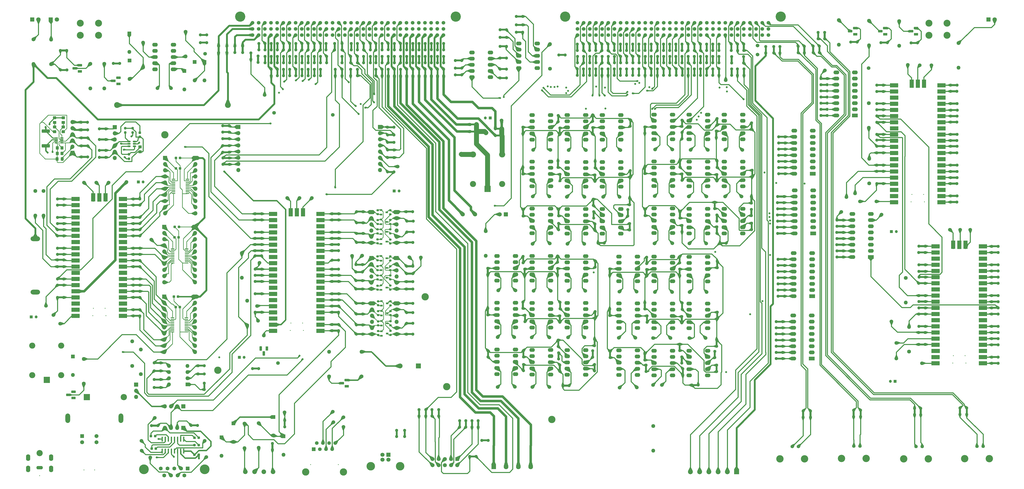
<source format=gtl>
%TF.GenerationSoftware,KiCad,Pcbnew,7.0.5*%
%TF.CreationDate,2024-10-27T20:43:38-04:00*%
%TF.ProjectId,Interconnect,496e7465-7263-46f6-9e6e-6563742e6b69,1.1*%
%TF.SameCoordinates,Original*%
%TF.FileFunction,Copper,L1,Top*%
%TF.FilePolarity,Positive*%
%FSLAX46Y46*%
G04 Gerber Fmt 4.6, Leading zero omitted, Abs format (unit mm)*
G04 Created by KiCad (PCBNEW 7.0.5) date 2024-10-27 20:43:38*
%MOMM*%
%LPD*%
G01*
G04 APERTURE LIST*
G04 Aperture macros list*
%AMRoundRect*
0 Rectangle with rounded corners*
0 $1 Rounding radius*
0 $2 $3 $4 $5 $6 $7 $8 $9 X,Y pos of 4 corners*
0 Add a 4 corners polygon primitive as box body*
4,1,4,$2,$3,$4,$5,$6,$7,$8,$9,$2,$3,0*
0 Add four circle primitives for the rounded corners*
1,1,$1+$1,$2,$3*
1,1,$1+$1,$4,$5*
1,1,$1+$1,$6,$7*
1,1,$1+$1,$8,$9*
0 Add four rect primitives between the rounded corners*
20,1,$1+$1,$2,$3,$4,$5,0*
20,1,$1+$1,$4,$5,$6,$7,0*
20,1,$1+$1,$6,$7,$8,$9,0*
20,1,$1+$1,$8,$9,$2,$3,0*%
G04 Aperture macros list end*
%TA.AperFunction,SMDPad,CuDef*%
%ADD10RoundRect,0.200000X0.275000X-0.200000X0.275000X0.200000X-0.275000X0.200000X-0.275000X-0.200000X0*%
%TD*%
%TA.AperFunction,ComponentPad*%
%ADD11C,1.300000*%
%TD*%
%TA.AperFunction,ComponentPad*%
%ADD12R,1.650000X1.650000*%
%TD*%
%TA.AperFunction,ComponentPad*%
%ADD13C,1.650000*%
%TD*%
%TA.AperFunction,ComponentPad*%
%ADD14C,1.500000*%
%TD*%
%TA.AperFunction,ComponentPad*%
%ADD15C,2.400000*%
%TD*%
%TA.AperFunction,ComponentPad*%
%ADD16O,2.400000X2.400000*%
%TD*%
%TA.AperFunction,SMDPad,CuDef*%
%ADD17R,1.000000X0.700000*%
%TD*%
%TA.AperFunction,ComponentPad*%
%ADD18R,2.400000X1.600000*%
%TD*%
%TA.AperFunction,ComponentPad*%
%ADD19O,2.400000X1.600000*%
%TD*%
%TA.AperFunction,ComponentPad*%
%ADD20C,1.600000*%
%TD*%
%TA.AperFunction,ComponentPad*%
%ADD21O,1.600000X1.600000*%
%TD*%
%TA.AperFunction,ComponentPad*%
%ADD22O,2.300000X1.600000*%
%TD*%
%TA.AperFunction,ComponentPad*%
%ADD23R,1.700000X1.700000*%
%TD*%
%TA.AperFunction,ComponentPad*%
%ADD24O,1.700000X1.700000*%
%TD*%
%TA.AperFunction,SMDPad,CuDef*%
%ADD25RoundRect,0.250000X-0.337500X-0.475000X0.337500X-0.475000X0.337500X0.475000X-0.337500X0.475000X0*%
%TD*%
%TA.AperFunction,SMDPad,CuDef*%
%ADD26RoundRect,0.237500X0.237500X-0.250000X0.237500X0.250000X-0.237500X0.250000X-0.237500X-0.250000X0*%
%TD*%
%TA.AperFunction,SMDPad,CuDef*%
%ADD27RoundRect,0.100000X-0.637500X-0.100000X0.637500X-0.100000X0.637500X0.100000X-0.637500X0.100000X0*%
%TD*%
%TA.AperFunction,SMDPad,CuDef*%
%ADD28RoundRect,0.250000X0.350000X0.450000X-0.350000X0.450000X-0.350000X-0.450000X0.350000X-0.450000X0*%
%TD*%
%TA.AperFunction,SMDPad,CuDef*%
%ADD29RoundRect,0.237500X-0.300000X-0.237500X0.300000X-0.237500X0.300000X0.237500X-0.300000X0.237500X0*%
%TD*%
%TA.AperFunction,ComponentPad*%
%ADD30R,1.800000X1.100000*%
%TD*%
%TA.AperFunction,ComponentPad*%
%ADD31RoundRect,0.275000X0.625000X-0.275000X0.625000X0.275000X-0.625000X0.275000X-0.625000X-0.275000X0*%
%TD*%
%TA.AperFunction,ComponentPad*%
%ADD32R,2.025000X2.025000*%
%TD*%
%TA.AperFunction,ComponentPad*%
%ADD33C,2.025000*%
%TD*%
%TA.AperFunction,SMDPad,CuDef*%
%ADD34RoundRect,0.249999X1.425001X-0.450001X1.425001X0.450001X-1.425001X0.450001X-1.425001X-0.450001X0*%
%TD*%
%TA.AperFunction,ComponentPad*%
%ADD35R,1.600000X1.600000*%
%TD*%
%TA.AperFunction,ComponentPad*%
%ADD36C,3.000000*%
%TD*%
%TA.AperFunction,ComponentPad*%
%ADD37R,1.200000X1.200000*%
%TD*%
%TA.AperFunction,ComponentPad*%
%ADD38C,1.200000*%
%TD*%
%TA.AperFunction,ComponentPad*%
%ADD39C,4.200000*%
%TD*%
%TA.AperFunction,SMDPad,CuDef*%
%ADD40RoundRect,0.250000X-0.450000X0.350000X-0.450000X-0.350000X0.450000X-0.350000X0.450000X0.350000X0*%
%TD*%
%TA.AperFunction,ComponentPad*%
%ADD41R,1.500000X1.500000*%
%TD*%
%TA.AperFunction,SMDPad,CuDef*%
%ADD42RoundRect,0.200000X-0.275000X0.200000X-0.275000X-0.200000X0.275000X-0.200000X0.275000X0.200000X0*%
%TD*%
%TA.AperFunction,ComponentPad*%
%ADD43R,2.500000X2.500000*%
%TD*%
%TA.AperFunction,ComponentPad*%
%ADD44O,2.500000X2.500000*%
%TD*%
%TA.AperFunction,ComponentPad*%
%ADD45C,4.000000*%
%TD*%
%TA.AperFunction,SMDPad,CuDef*%
%ADD46RoundRect,0.237500X0.300000X0.237500X-0.300000X0.237500X-0.300000X-0.237500X0.300000X-0.237500X0*%
%TD*%
%TA.AperFunction,SMDPad,CuDef*%
%ADD47R,3.500000X1.700000*%
%TD*%
%TA.AperFunction,SMDPad,CuDef*%
%ADD48R,1.700000X3.500000*%
%TD*%
%TA.AperFunction,SMDPad,CuDef*%
%ADD49RoundRect,0.150000X0.512500X0.150000X-0.512500X0.150000X-0.512500X-0.150000X0.512500X-0.150000X0*%
%TD*%
%TA.AperFunction,SMDPad,CuDef*%
%ADD50RoundRect,0.237500X0.237500X-0.300000X0.237500X0.300000X-0.237500X0.300000X-0.237500X-0.300000X0*%
%TD*%
%TA.AperFunction,SMDPad,CuDef*%
%ADD51RoundRect,0.041300X-0.253700X0.943700X-0.253700X-0.943700X0.253700X-0.943700X0.253700X0.943700X0*%
%TD*%
%TA.AperFunction,ComponentPad*%
%ADD52C,1.905000*%
%TD*%
%TA.AperFunction,ComponentPad*%
%ADD53C,1.700000*%
%TD*%
%TA.AperFunction,ComponentPad*%
%ADD54C,3.500000*%
%TD*%
%TA.AperFunction,ComponentPad*%
%ADD55O,3.900000X1.950000*%
%TD*%
%TA.AperFunction,ComponentPad*%
%ADD56C,1.398000*%
%TD*%
%TA.AperFunction,ComponentPad*%
%ADD57C,3.015000*%
%TD*%
%TA.AperFunction,ComponentPad*%
%ADD58R,1.800000X1.800000*%
%TD*%
%TA.AperFunction,ComponentPad*%
%ADD59C,1.800000*%
%TD*%
%TA.AperFunction,ComponentPad*%
%ADD60R,2.600000X2.600000*%
%TD*%
%TA.AperFunction,ComponentPad*%
%ADD61O,2.600000X2.600000*%
%TD*%
%TA.AperFunction,ComponentPad*%
%ADD62C,2.850000*%
%TD*%
%TA.AperFunction,ComponentPad*%
%ADD63C,2.550000*%
%TD*%
%TA.AperFunction,ComponentPad*%
%ADD64O,2.700002X1.400000*%
%TD*%
%TA.AperFunction,ComponentPad*%
%ADD65O,1.750000X2.750000*%
%TD*%
%TA.AperFunction,ComponentPad*%
%ADD66R,1.950000X1.950000*%
%TD*%
%TA.AperFunction,ComponentPad*%
%ADD67C,1.950000*%
%TD*%
%TA.AperFunction,ComponentPad*%
%ADD68R,1.725000X1.725000*%
%TD*%
%TA.AperFunction,ComponentPad*%
%ADD69C,1.725000*%
%TD*%
%TA.AperFunction,ComponentPad*%
%ADD70O,1.950000X3.900000*%
%TD*%
%TA.AperFunction,SMDPad,CuDef*%
%ADD71RoundRect,0.125000X-0.537500X-0.125000X0.537500X-0.125000X0.537500X0.125000X-0.537500X0.125000X0*%
%TD*%
%TA.AperFunction,ComponentPad*%
%ADD72R,2.000000X2.000000*%
%TD*%
%TA.AperFunction,ComponentPad*%
%ADD73C,2.000000*%
%TD*%
%TA.AperFunction,ComponentPad*%
%ADD74R,1.100000X1.800000*%
%TD*%
%TA.AperFunction,ComponentPad*%
%ADD75RoundRect,0.275000X0.275000X0.625000X-0.275000X0.625000X-0.275000X-0.625000X0.275000X-0.625000X0*%
%TD*%
%TA.AperFunction,ViaPad*%
%ADD76C,0.800000*%
%TD*%
%TA.AperFunction,Conductor*%
%ADD77C,0.600000*%
%TD*%
%TA.AperFunction,Conductor*%
%ADD78C,0.250000*%
%TD*%
%TA.AperFunction,Conductor*%
%ADD79C,0.400000*%
%TD*%
%TA.AperFunction,Conductor*%
%ADD80C,1.000000*%
%TD*%
%TA.AperFunction,Conductor*%
%ADD81C,0.800000*%
%TD*%
%TA.AperFunction,Conductor*%
%ADD82C,0.762000*%
%TD*%
%TA.AperFunction,Conductor*%
%ADD83C,2.000000*%
%TD*%
%ADD84C,0.350000*%
%ADD85O,2.005555X0.800000*%
%ADD86O,1.000000X2.000000*%
G04 APERTURE END LIST*
%TA.AperFunction,EtchedComponent*%
%TO.C,NT150*%
G36*
X135905000Y-49943135D02*
G01*
X135113000Y-49943135D01*
X135113000Y-47343135D01*
X135905000Y-47343135D01*
X135905000Y-49943135D01*
G37*
%TD.AperFunction*%
%TA.AperFunction,EtchedComponent*%
%TO.C,NT125*%
G36*
X290083000Y-39529135D02*
G01*
X289291000Y-39529135D01*
X289291000Y-36929135D01*
X290083000Y-36929135D01*
X290083000Y-39529135D01*
G37*
%TD.AperFunction*%
%TA.AperFunction,EtchedComponent*%
%TO.C,NT346*%
G36*
X384870000Y-120715800D02*
G01*
X382270000Y-120715800D01*
X382270000Y-119923800D01*
X384870000Y-119923800D01*
X384870000Y-120715800D01*
G37*
%TD.AperFunction*%
%TA.AperFunction,EtchedComponent*%
%TO.C,NT523*%
G36*
X327070000Y-80662135D02*
G01*
X324470000Y-80662135D01*
X324470000Y-79870135D01*
X327070000Y-79870135D01*
X327070000Y-80662135D01*
G37*
%TD.AperFunction*%
%TA.AperFunction,EtchedComponent*%
%TO.C,NT144*%
G36*
X262143000Y-49816135D02*
G01*
X261351000Y-49816135D01*
X261351000Y-47216135D01*
X262143000Y-47216135D01*
X262143000Y-49816135D01*
G37*
%TD.AperFunction*%
%TA.AperFunction,EtchedComponent*%
%TO.C,NT208*%
G36*
X174005000Y-49943135D02*
G01*
X173213000Y-49943135D01*
X173213000Y-47343135D01*
X174005000Y-47343135D01*
X174005000Y-49943135D01*
G37*
%TD.AperFunction*%
%TA.AperFunction,EtchedComponent*%
%TO.C,NT75*%
G36*
X168925000Y-44609135D02*
G01*
X168133000Y-44609135D01*
X168133000Y-42009135D01*
X168925000Y-42009135D01*
X168925000Y-44609135D01*
G37*
%TD.AperFunction*%
%TA.AperFunction,EtchedComponent*%
%TO.C,NT237*%
G36*
X142920744Y-148001879D02*
G01*
X140320744Y-148001879D01*
X140320744Y-147209879D01*
X142920744Y-147209879D01*
X142920744Y-148001879D01*
G37*
%TD.AperFunction*%
%TA.AperFunction,EtchedComponent*%
%TO.C,NT246*%
G36*
X29591000Y-136787135D02*
G01*
X26991000Y-136787135D01*
X26991000Y-135995135D01*
X29591000Y-135995135D01*
X29591000Y-136787135D01*
G37*
%TD.AperFunction*%
%TA.AperFunction,EtchedComponent*%
%TO.C,NT331*%
G36*
X398022600Y-67045600D02*
G01*
X395422600Y-67045600D01*
X395422600Y-66253600D01*
X398022600Y-66253600D01*
X398022600Y-67045600D01*
G37*
%TD.AperFunction*%
%TA.AperFunction,EtchedComponent*%
%TO.C,NT353*%
G36*
X248173000Y-68769135D02*
G01*
X247381000Y-68769135D01*
X247381000Y-66169135D01*
X248173000Y-66169135D01*
X248173000Y-68769135D01*
G37*
%TD.AperFunction*%
%TA.AperFunction,EtchedComponent*%
%TO.C,NT147*%
G36*
X264683000Y-49816135D02*
G01*
X263891000Y-49816135D01*
X263891000Y-47216135D01*
X264683000Y-47216135D01*
X264683000Y-49816135D01*
G37*
%TD.AperFunction*%
%TA.AperFunction,EtchedComponent*%
%TO.C,NT157*%
G36*
X179085000Y-39275135D02*
G01*
X178293000Y-39275135D01*
X178293000Y-36675135D01*
X179085000Y-36675135D01*
X179085000Y-39275135D01*
G37*
%TD.AperFunction*%
%TA.AperFunction,EtchedComponent*%
%TO.C,NT117*%
G36*
X285001587Y-39529135D02*
G01*
X284209587Y-39529135D01*
X284209587Y-36929135D01*
X285001587Y-36929135D01*
X285001587Y-39529135D01*
G37*
%TD.AperFunction*%
%TA.AperFunction,EtchedComponent*%
%TO.C,NT406*%
G36*
X218851000Y-25925135D02*
G01*
X216251000Y-25925135D01*
X216251000Y-25133135D01*
X218851000Y-25133135D01*
X218851000Y-25925135D01*
G37*
%TD.AperFunction*%
%TA.AperFunction,EtchedComponent*%
%TO.C,NT182*%
G36*
X246926190Y-44639135D02*
G01*
X246134190Y-44639135D01*
X246134190Y-42039135D01*
X246926190Y-42039135D01*
X246926190Y-44639135D01*
G37*
%TD.AperFunction*%
%TA.AperFunction,EtchedComponent*%
%TO.C,NT273*%
G36*
X60960000Y-113927135D02*
G01*
X58360000Y-113927135D01*
X58360000Y-113135135D01*
X60960000Y-113135135D01*
X60960000Y-113927135D01*
G37*
%TD.AperFunction*%
%TA.AperFunction,EtchedComponent*%
%TO.C,NT269*%
G36*
X60960000Y-116476135D02*
G01*
X58360000Y-116476135D01*
X58360000Y-115684135D01*
X60960000Y-115684135D01*
X60960000Y-116476135D01*
G37*
%TD.AperFunction*%
%TA.AperFunction,EtchedComponent*%
%TO.C,NT14*%
G36*
X234584000Y-171995135D02*
G01*
X233792000Y-171995135D01*
X233792000Y-169395135D01*
X234584000Y-169395135D01*
X234584000Y-171995135D01*
G37*
%TD.AperFunction*%
%TA.AperFunction,EtchedComponent*%
%TO.C,NT193*%
G36*
X163845000Y-49943135D02*
G01*
X163053000Y-49943135D01*
X163053000Y-47343135D01*
X163845000Y-47343135D01*
X163845000Y-49943135D01*
G37*
%TD.AperFunction*%
%TA.AperFunction,EtchedComponent*%
%TO.C,NT450*%
G36*
X334927000Y-190969000D02*
G01*
X334135000Y-190969000D01*
X334135000Y-188369000D01*
X334927000Y-188369000D01*
X334927000Y-190969000D01*
G37*
%TD.AperFunction*%
%TA.AperFunction,EtchedComponent*%
%TO.C,NT283*%
G36*
X142920744Y-109901879D02*
G01*
X140320744Y-109901879D01*
X140320744Y-109109879D01*
X142920744Y-109109879D01*
X142920744Y-109901879D01*
G37*
%TD.AperFunction*%
%TA.AperFunction,EtchedComponent*%
%TO.C,NT424*%
G36*
X152737278Y-128384880D02*
G01*
X150137278Y-128384880D01*
X150137278Y-127592880D01*
X152737278Y-127592880D01*
X152737278Y-128384880D01*
G37*
%TD.AperFunction*%
%TA.AperFunction,EtchedComponent*%
%TO.C,NT291*%
G36*
X414969000Y-169052000D02*
G01*
X412369000Y-169052000D01*
X412369000Y-168260000D01*
X414969000Y-168260000D01*
X414969000Y-169052000D01*
G37*
%TD.AperFunction*%
%TA.AperFunction,EtchedComponent*%
%TO.C,NT440*%
G36*
X152991278Y-111048391D02*
G01*
X150391278Y-111048391D01*
X150391278Y-110256391D01*
X152991278Y-110256391D01*
X152991278Y-111048391D01*
G37*
%TD.AperFunction*%
%TA.AperFunction,EtchedComponent*%
%TO.C,NT58*%
G36*
X246880422Y-39529135D02*
G01*
X246088422Y-39529135D01*
X246088422Y-36929135D01*
X246880422Y-36929135D01*
X246880422Y-39529135D01*
G37*
%TD.AperFunction*%
%TA.AperFunction,EtchedComponent*%
%TO.C,NT80*%
G36*
X259587477Y-39529135D02*
G01*
X258795477Y-39529135D01*
X258795477Y-36929135D01*
X259587477Y-36929135D01*
X259587477Y-39529135D01*
G37*
%TD.AperFunction*%
%TA.AperFunction,EtchedComponent*%
%TO.C,NT7*%
G36*
X219583000Y-171741135D02*
G01*
X218791000Y-171741135D01*
X218791000Y-169141135D01*
X219583000Y-169141135D01*
X219583000Y-171741135D01*
G37*
%TD.AperFunction*%
%TA.AperFunction,EtchedComponent*%
%TO.C,NT405*%
G36*
X199801000Y-70502135D02*
G01*
X197201000Y-70502135D01*
X197201000Y-69710135D01*
X199801000Y-69710135D01*
X199801000Y-70502135D01*
G37*
%TD.AperFunction*%
%TA.AperFunction,EtchedComponent*%
%TO.C,NT180*%
G36*
X113045000Y-44609135D02*
G01*
X112253000Y-44609135D01*
X112253000Y-42009135D01*
X113045000Y-42009135D01*
X113045000Y-44609135D01*
G37*
%TD.AperFunction*%
%TA.AperFunction,EtchedComponent*%
%TO.C,NT184*%
G36*
X115585000Y-44609135D02*
G01*
X114793000Y-44609135D01*
X114793000Y-42009135D01*
X115585000Y-42009135D01*
X115585000Y-44609135D01*
G37*
%TD.AperFunction*%
%TA.AperFunction,EtchedComponent*%
%TO.C,NT59*%
G36*
X290087405Y-44639135D02*
G01*
X289295405Y-44639135D01*
X289295405Y-42039135D01*
X290087405Y-42039135D01*
X290087405Y-44639135D01*
G37*
%TD.AperFunction*%
%TA.AperFunction,EtchedComponent*%
%TO.C,NT98*%
G36*
X141747000Y-39275135D02*
G01*
X140955000Y-39275135D01*
X140955000Y-36675135D01*
X141747000Y-36675135D01*
X141747000Y-39275135D01*
G37*
%TD.AperFunction*%
%TA.AperFunction,EtchedComponent*%
%TO.C,NT476*%
G36*
X46893000Y-72264135D02*
G01*
X44293000Y-72264135D01*
X44293000Y-71472135D01*
X46893000Y-71472135D01*
X46893000Y-72264135D01*
G37*
%TD.AperFunction*%
%TA.AperFunction,EtchedComponent*%
%TO.C,NT115*%
G36*
X110124000Y-44482135D02*
G01*
X109332000Y-44482135D01*
X109332000Y-41882135D01*
X110124000Y-41882135D01*
X110124000Y-44482135D01*
G37*
%TD.AperFunction*%
%TA.AperFunction,EtchedComponent*%
%TO.C,NT302*%
G36*
X384819200Y-156352000D02*
G01*
X382219200Y-156352000D01*
X382219200Y-155560000D01*
X384819200Y-155560000D01*
X384819200Y-156352000D01*
G37*
%TD.AperFunction*%
%TA.AperFunction,EtchedComponent*%
%TO.C,NT535*%
G36*
X69499000Y-179087135D02*
G01*
X66899000Y-179087135D01*
X66899000Y-178295135D01*
X69499000Y-178295135D01*
X69499000Y-179087135D01*
G37*
%TD.AperFunction*%
%TA.AperFunction,EtchedComponent*%
%TO.C,NT525*%
G36*
X327070000Y-75582135D02*
G01*
X324470000Y-75582135D01*
X324470000Y-74790135D01*
X327070000Y-74790135D01*
X327070000Y-75582135D01*
G37*
%TD.AperFunction*%
%TA.AperFunction,EtchedComponent*%
%TO.C,NT317*%
G36*
X414969000Y-143652000D02*
G01*
X412369000Y-143652000D01*
X412369000Y-142860000D01*
X414969000Y-142860000D01*
X414969000Y-143652000D01*
G37*
%TD.AperFunction*%
%TA.AperFunction,EtchedComponent*%
%TO.C,NT91*%
G36*
X179085000Y-44609135D02*
G01*
X178293000Y-44609135D01*
X178293000Y-42009135D01*
X179085000Y-42009135D01*
X179085000Y-44609135D01*
G37*
%TD.AperFunction*%
%TA.AperFunction,EtchedComponent*%
%TO.C,NT313*%
G36*
X414969000Y-146192000D02*
G01*
X412369000Y-146192000D01*
X412369000Y-145400000D01*
X414969000Y-145400000D01*
X414969000Y-146192000D01*
G37*
%TD.AperFunction*%
%TA.AperFunction,EtchedComponent*%
%TO.C,NT176*%
G36*
X107203000Y-43212135D02*
G01*
X106411000Y-43212135D01*
X106411000Y-40612135D01*
X107203000Y-40612135D01*
X107203000Y-43212135D01*
G37*
%TD.AperFunction*%
%TA.AperFunction,EtchedComponent*%
%TO.C,NT390*%
G36*
X326039000Y-167149135D02*
G01*
X323439000Y-167149135D01*
X323439000Y-166357135D01*
X326039000Y-166357135D01*
X326039000Y-167149135D01*
G37*
%TD.AperFunction*%
%TA.AperFunction,EtchedComponent*%
%TO.C,NT235*%
G36*
X142920744Y-153081879D02*
G01*
X140320744Y-153081879D01*
X140320744Y-152289879D01*
X142920744Y-152289879D01*
X142920744Y-153081879D01*
G37*
%TD.AperFunction*%
%TA.AperFunction,EtchedComponent*%
%TO.C,NT348*%
G36*
X367542600Y-54244000D02*
G01*
X364942600Y-54244000D01*
X364942600Y-53452000D01*
X367542600Y-53452000D01*
X367542600Y-54244000D01*
G37*
%TD.AperFunction*%
%TA.AperFunction,EtchedComponent*%
%TO.C,NT76*%
G36*
X257046066Y-39529135D02*
G01*
X256254066Y-39529135D01*
X256254066Y-36929135D01*
X257046066Y-36929135D01*
X257046066Y-39529135D01*
G37*
%TD.AperFunction*%
%TA.AperFunction,EtchedComponent*%
%TO.C,NT398*%
G36*
X52680000Y-45326000D02*
G01*
X50080000Y-45326000D01*
X50080000Y-44534000D01*
X52680000Y-44534000D01*
X52680000Y-45326000D01*
G37*
%TD.AperFunction*%
%TA.AperFunction,EtchedComponent*%
%TO.C,NT250*%
G36*
X29591000Y-134256135D02*
G01*
X26991000Y-134256135D01*
X26991000Y-133464135D01*
X29591000Y-133464135D01*
X29591000Y-134256135D01*
G37*
%TD.AperFunction*%
%TA.AperFunction,EtchedComponent*%
%TO.C,NT429*%
G36*
X173595278Y-132067880D02*
G01*
X170995278Y-132067880D01*
X170995278Y-131275880D01*
X173595278Y-131275880D01*
X173595278Y-132067880D01*
G37*
%TD.AperFunction*%
%TA.AperFunction,EtchedComponent*%
%TO.C,NT153*%
G36*
X176545000Y-39275135D02*
G01*
X175753000Y-39275135D01*
X175753000Y-36675135D01*
X176545000Y-36675135D01*
X176545000Y-39275135D01*
G37*
%TD.AperFunction*%
%TA.AperFunction,EtchedComponent*%
%TO.C,NT47*%
G36*
X219471000Y-107885135D02*
G01*
X218679000Y-107885135D01*
X218679000Y-105285135D01*
X219471000Y-105285135D01*
X219471000Y-107885135D01*
G37*
%TD.AperFunction*%
%TA.AperFunction,EtchedComponent*%
%TO.C,NT207*%
G36*
X130825000Y-44609135D02*
G01*
X130033000Y-44609135D01*
X130033000Y-42009135D01*
X130825000Y-42009135D01*
X130825000Y-44609135D01*
G37*
%TD.AperFunction*%
%TA.AperFunction,EtchedComponent*%
%TO.C,NT529*%
G36*
X200929000Y-194977135D02*
G01*
X200137000Y-194977135D01*
X200137000Y-192377135D01*
X200929000Y-192377135D01*
X200929000Y-194977135D01*
G37*
%TD.AperFunction*%
%TA.AperFunction,EtchedComponent*%
%TO.C,NT503*%
G36*
X326659000Y-110395135D02*
G01*
X324059000Y-110395135D01*
X324059000Y-109603135D01*
X326659000Y-109603135D01*
X326659000Y-110395135D01*
G37*
%TD.AperFunction*%
%TA.AperFunction,EtchedComponent*%
%TO.C,NT89*%
G36*
X267211710Y-39529135D02*
G01*
X266419710Y-39529135D01*
X266419710Y-36929135D01*
X267211710Y-36929135D01*
X267211710Y-39529135D01*
G37*
%TD.AperFunction*%
%TA.AperFunction,EtchedComponent*%
%TO.C,NT299*%
G36*
X414969000Y-158892000D02*
G01*
X412369000Y-158892000D01*
X412369000Y-158100000D01*
X414969000Y-158100000D01*
X414969000Y-158892000D01*
G37*
%TD.AperFunction*%
%TA.AperFunction,EtchedComponent*%
%TO.C,NT255*%
G36*
X142920744Y-132761879D02*
G01*
X140320744Y-132761879D01*
X140320744Y-131969879D01*
X142920744Y-131969879D01*
X142920744Y-132761879D01*
G37*
%TD.AperFunction*%
%TA.AperFunction,EtchedComponent*%
%TO.C,NT430*%
G36*
X152861278Y-153213880D02*
G01*
X150261278Y-153213880D01*
X150261278Y-152421880D01*
X152861278Y-152421880D01*
X152861278Y-153213880D01*
G37*
%TD.AperFunction*%
%TA.AperFunction,EtchedComponent*%
%TO.C,NT92*%
G36*
X310403000Y-44736135D02*
G01*
X309611000Y-44736135D01*
X309611000Y-42136135D01*
X310403000Y-42136135D01*
X310403000Y-44736135D01*
G37*
%TD.AperFunction*%
%TA.AperFunction,EtchedComponent*%
%TO.C,NT109*%
G36*
X279918765Y-39529135D02*
G01*
X279126765Y-39529135D01*
X279126765Y-36929135D01*
X279918765Y-36929135D01*
X279918765Y-39529135D01*
G37*
%TD.AperFunction*%
%TA.AperFunction,EtchedComponent*%
%TO.C,NT389*%
G36*
X299242000Y-172054415D02*
G01*
X298450000Y-172054415D01*
X298450000Y-169454415D01*
X299242000Y-169454415D01*
X299242000Y-172054415D01*
G37*
%TD.AperFunction*%
%TA.AperFunction,EtchedComponent*%
%TO.C,NT31*%
G36*
X284114000Y-87680375D02*
G01*
X283322000Y-87680375D01*
X283322000Y-85080375D01*
X284114000Y-85080375D01*
X284114000Y-87680375D01*
G37*
%TD.AperFunction*%
%TA.AperFunction,EtchedComponent*%
%TO.C,NT15*%
G36*
X249189000Y-129006415D02*
G01*
X248397000Y-129006415D01*
X248397000Y-126406415D01*
X249189000Y-126406415D01*
X249189000Y-129006415D01*
G37*
%TD.AperFunction*%
%TA.AperFunction,EtchedComponent*%
%TO.C,NT170*%
G36*
X339083830Y-40418135D02*
G01*
X338291830Y-40418135D01*
X338291830Y-37818135D01*
X339083830Y-37818135D01*
X339083830Y-40418135D01*
G37*
%TD.AperFunction*%
%TA.AperFunction,EtchedComponent*%
%TO.C,NT300*%
G36*
X398022600Y-92445600D02*
G01*
X395422600Y-92445600D01*
X395422600Y-91653600D01*
X398022600Y-91653600D01*
X398022600Y-92445600D01*
G37*
%TD.AperFunction*%
%TA.AperFunction,EtchedComponent*%
%TO.C,NT444*%
G36*
X152991278Y-119176391D02*
G01*
X150391278Y-119176391D01*
X150391278Y-118384391D01*
X152991278Y-118384391D01*
X152991278Y-119176391D01*
G37*
%TD.AperFunction*%
%TA.AperFunction,EtchedComponent*%
%TO.C,NT113*%
G36*
X282460176Y-39529135D02*
G01*
X281668176Y-39529135D01*
X281668176Y-36929135D01*
X282460176Y-36929135D01*
X282460176Y-39529135D01*
G37*
%TD.AperFunction*%
%TA.AperFunction,EtchedComponent*%
%TO.C,NT168*%
G36*
X186705000Y-39275135D02*
G01*
X185913000Y-39275135D01*
X185913000Y-36675135D01*
X186705000Y-36675135D01*
X186705000Y-39275135D01*
G37*
%TD.AperFunction*%
%TA.AperFunction,EtchedComponent*%
%TO.C,NT363*%
G36*
X248539000Y-108709855D02*
G01*
X247747000Y-108709855D01*
X247747000Y-106109855D01*
X248539000Y-106109855D01*
X248539000Y-108709855D01*
G37*
%TD.AperFunction*%
%TA.AperFunction,EtchedComponent*%
%TO.C,NT42*%
G36*
X313578000Y-102521135D02*
G01*
X312786000Y-102521135D01*
X312786000Y-99921135D01*
X313578000Y-99921135D01*
X313578000Y-102521135D01*
G37*
%TD.AperFunction*%
%TA.AperFunction,EtchedComponent*%
%TO.C,NT426*%
G36*
X152861278Y-148768880D02*
G01*
X150261278Y-148768880D01*
X150261278Y-147976880D01*
X152861278Y-147976880D01*
X152861278Y-148768880D01*
G37*
%TD.AperFunction*%
%TA.AperFunction,EtchedComponent*%
%TO.C,NT463*%
G36*
X204640000Y-200876000D02*
G01*
X202040000Y-200876000D01*
X202040000Y-200084000D01*
X204640000Y-200084000D01*
X204640000Y-200876000D01*
G37*
%TD.AperFunction*%
%TA.AperFunction,EtchedComponent*%
%TO.C,NT66*%
G36*
X251963244Y-39529135D02*
G01*
X251171244Y-39529135D01*
X251171244Y-36929135D01*
X251963244Y-36929135D01*
X251963244Y-39529135D01*
G37*
%TD.AperFunction*%
%TA.AperFunction,EtchedComponent*%
%TO.C,NT90*%
G36*
X135905000Y-39275135D02*
G01*
X135113000Y-39275135D01*
X135113000Y-36675135D01*
X135905000Y-36675135D01*
X135905000Y-39275135D01*
G37*
%TD.AperFunction*%
%TA.AperFunction,EtchedComponent*%
%TO.C,NT312*%
G36*
X367542600Y-82184000D02*
G01*
X364942600Y-82184000D01*
X364942600Y-81392000D01*
X367542600Y-81392000D01*
X367542600Y-82184000D01*
G37*
%TD.AperFunction*%
%TA.AperFunction,EtchedComponent*%
%TO.C,NT410*%
G36*
X326039000Y-159529135D02*
G01*
X323439000Y-159529135D01*
X323439000Y-158737135D01*
X326039000Y-158737135D01*
X326039000Y-159529135D01*
G37*
%TD.AperFunction*%
%TA.AperFunction,EtchedComponent*%
%TO.C,NT391*%
G36*
X344454000Y-66819135D02*
G01*
X341854000Y-66819135D01*
X341854000Y-66027135D01*
X344454000Y-66027135D01*
X344454000Y-66819135D01*
G37*
%TD.AperFunction*%
%TA.AperFunction,EtchedComponent*%
%TO.C,NT196*%
G36*
X166385000Y-49943135D02*
G01*
X165593000Y-49943135D01*
X165593000Y-47343135D01*
X166385000Y-47343135D01*
X166385000Y-49943135D01*
G37*
%TD.AperFunction*%
%TA.AperFunction,EtchedComponent*%
%TO.C,NT251*%
G36*
X142920744Y-135301879D02*
G01*
X140320744Y-135301879D01*
X140320744Y-134509879D01*
X142920744Y-134509879D01*
X142920744Y-135301879D01*
G37*
%TD.AperFunction*%
%TA.AperFunction,EtchedComponent*%
%TO.C,NT138*%
G36*
X128285000Y-49943135D02*
G01*
X127493000Y-49943135D01*
X127493000Y-47343135D01*
X128285000Y-47343135D01*
X128285000Y-49943135D01*
G37*
%TD.AperFunction*%
%TA.AperFunction,EtchedComponent*%
%TO.C,NT502*%
G36*
X351043000Y-120144135D02*
G01*
X348443000Y-120144135D01*
X348443000Y-119352135D01*
X351043000Y-119352135D01*
X351043000Y-120144135D01*
G37*
%TD.AperFunction*%
%TA.AperFunction,EtchedComponent*%
%TO.C,NT81*%
G36*
X262128888Y-39529135D02*
G01*
X261336888Y-39529135D01*
X261336888Y-36929135D01*
X262128888Y-36929135D01*
X262128888Y-39529135D01*
G37*
%TD.AperFunction*%
%TA.AperFunction,EtchedComponent*%
%TO.C,NT469*%
G36*
X68420000Y-194796000D02*
G01*
X65820000Y-194796000D01*
X65820000Y-194004000D01*
X68420000Y-194004000D01*
X68420000Y-194796000D01*
G37*
%TD.AperFunction*%
%TA.AperFunction,EtchedComponent*%
%TO.C,NT449*%
G36*
X383428000Y-189897135D02*
G01*
X382636000Y-189897135D01*
X382636000Y-187297135D01*
X383428000Y-187297135D01*
X383428000Y-189897135D01*
G37*
%TD.AperFunction*%
%TA.AperFunction,EtchedComponent*%
%TO.C,NT202*%
G36*
X257081770Y-44639135D02*
G01*
X256289770Y-44639135D01*
X256289770Y-42039135D01*
X257081770Y-42039135D01*
X257081770Y-44639135D01*
G37*
%TD.AperFunction*%
%TA.AperFunction,EtchedComponent*%
%TO.C,NT433*%
G36*
X173595278Y-135369880D02*
G01*
X170995278Y-135369880D01*
X170995278Y-134577880D01*
X173595278Y-134577880D01*
X173595278Y-135369880D01*
G37*
%TD.AperFunction*%
%TA.AperFunction,EtchedComponent*%
%TO.C,NT224*%
G36*
X184165000Y-49943135D02*
G01*
X183373000Y-49943135D01*
X183373000Y-47343135D01*
X184165000Y-47343135D01*
X184165000Y-49943135D01*
G37*
%TD.AperFunction*%
%TA.AperFunction,EtchedComponent*%
%TO.C,NT490*%
G36*
X97810000Y-79256000D02*
G01*
X95210000Y-79256000D01*
X95210000Y-78464000D01*
X97810000Y-78464000D01*
X97810000Y-79256000D01*
G37*
%TD.AperFunction*%
%TA.AperFunction,EtchedComponent*%
%TO.C,NT277*%
G36*
X60960000Y-111387135D02*
G01*
X58360000Y-111387135D01*
X58360000Y-110595135D01*
X60960000Y-110595135D01*
X60960000Y-111387135D01*
G37*
%TD.AperFunction*%
%TA.AperFunction,EtchedComponent*%
%TO.C,NT94*%
G36*
X138191000Y-39275135D02*
G01*
X137399000Y-39275135D01*
X137399000Y-36675135D01*
X138191000Y-36675135D01*
X138191000Y-39275135D01*
G37*
%TD.AperFunction*%
%TA.AperFunction,EtchedComponent*%
%TO.C,NT77*%
G36*
X300243000Y-44639135D02*
G01*
X299451000Y-44639135D01*
X299451000Y-42039135D01*
X300243000Y-42039135D01*
X300243000Y-44639135D01*
G37*
%TD.AperFunction*%
%TA.AperFunction,EtchedComponent*%
%TO.C,NT189*%
G36*
X161305000Y-49943135D02*
G01*
X160513000Y-49943135D01*
X160513000Y-47343135D01*
X161305000Y-47343135D01*
X161305000Y-49943135D01*
G37*
%TD.AperFunction*%
%TA.AperFunction,EtchedComponent*%
%TO.C,NT510*%
G36*
X351058000Y-109984135D02*
G01*
X348458000Y-109984135D01*
X348458000Y-109192135D01*
X351058000Y-109192135D01*
X351058000Y-109984135D01*
G37*
%TD.AperFunction*%
%TA.AperFunction,EtchedComponent*%
%TO.C,NT245*%
G36*
X60960000Y-136796135D02*
G01*
X58360000Y-136796135D01*
X58360000Y-136004135D01*
X60960000Y-136004135D01*
X60960000Y-136796135D01*
G37*
%TD.AperFunction*%
%TA.AperFunction,EtchedComponent*%
%TO.C,NT259*%
G36*
X142920744Y-130221879D02*
G01*
X140320744Y-130221879D01*
X140320744Y-129429879D01*
X142920744Y-129429879D01*
X142920744Y-130221879D01*
G37*
%TD.AperFunction*%
%TA.AperFunction,EtchedComponent*%
%TO.C,NT220*%
G36*
X181625000Y-49943135D02*
G01*
X180833000Y-49943135D01*
X180833000Y-47343135D01*
X181625000Y-47343135D01*
X181625000Y-49943135D01*
G37*
%TD.AperFunction*%
%TA.AperFunction,EtchedComponent*%
%TO.C,NT226*%
G36*
X277392930Y-44639135D02*
G01*
X276600930Y-44639135D01*
X276600930Y-42039135D01*
X277392930Y-42039135D01*
X277392930Y-44639135D01*
G37*
%TD.AperFunction*%
%TA.AperFunction,EtchedComponent*%
%TO.C,NT28*%
G36*
X285003000Y-93141375D02*
G01*
X284211000Y-93141375D01*
X284211000Y-90541375D01*
X285003000Y-90541375D01*
X285003000Y-93141375D01*
G37*
%TD.AperFunction*%
%TA.AperFunction,EtchedComponent*%
%TO.C,NT442*%
G36*
X152991278Y-115493391D02*
G01*
X150391278Y-115493391D01*
X150391278Y-114701391D01*
X152991278Y-114701391D01*
X152991278Y-115493391D01*
G37*
%TD.AperFunction*%
%TA.AperFunction,EtchedComponent*%
%TO.C,NT336*%
G36*
X367542600Y-64404000D02*
G01*
X364942600Y-64404000D01*
X364942600Y-63612000D01*
X367542600Y-63612000D01*
X367542600Y-64404000D01*
G37*
%TD.AperFunction*%
%TA.AperFunction,EtchedComponent*%
%TO.C,NT451*%
G36*
X337975000Y-190969000D02*
G01*
X337183000Y-190969000D01*
X337183000Y-188369000D01*
X337975000Y-188369000D01*
X337975000Y-190969000D01*
G37*
%TD.AperFunction*%
%TA.AperFunction,EtchedComponent*%
%TO.C,NT178*%
G36*
X244387295Y-44639135D02*
G01*
X243595295Y-44639135D01*
X243595295Y-42039135D01*
X244387295Y-42039135D01*
X244387295Y-44639135D01*
G37*
%TD.AperFunction*%
%TA.AperFunction,EtchedComponent*%
%TO.C,NT301*%
G36*
X414969000Y-156352000D02*
G01*
X412369000Y-156352000D01*
X412369000Y-155560000D01*
X414969000Y-155560000D01*
X414969000Y-156352000D01*
G37*
%TD.AperFunction*%
%TA.AperFunction,EtchedComponent*%
%TO.C,NT211*%
G36*
X133365000Y-44609135D02*
G01*
X132573000Y-44609135D01*
X132573000Y-42009135D01*
X133365000Y-42009135D01*
X133365000Y-44609135D01*
G37*
%TD.AperFunction*%
%TA.AperFunction,EtchedComponent*%
%TO.C,NT435*%
G36*
X173592278Y-157023880D02*
G01*
X170992278Y-157023880D01*
X170992278Y-156231880D01*
X173592278Y-156231880D01*
X173592278Y-157023880D01*
G37*
%TD.AperFunction*%
%TA.AperFunction,EtchedComponent*%
%TO.C,NT134*%
G36*
X125745000Y-49943135D02*
G01*
X124953000Y-49943135D01*
X124953000Y-47343135D01*
X125745000Y-47343135D01*
X125745000Y-49943135D01*
G37*
%TD.AperFunction*%
%TA.AperFunction,EtchedComponent*%
%TO.C,NT379*%
G36*
X285018000Y-146400415D02*
G01*
X284226000Y-146400415D01*
X284226000Y-143800415D01*
X285018000Y-143800415D01*
X285018000Y-146400415D01*
G37*
%TD.AperFunction*%
%TA.AperFunction,EtchedComponent*%
%TO.C,NT143*%
G36*
X300243000Y-39529135D02*
G01*
X299451000Y-39529135D01*
X299451000Y-36929135D01*
X300243000Y-36929135D01*
X300243000Y-39529135D01*
G37*
%TD.AperFunction*%
%TA.AperFunction,EtchedComponent*%
%TO.C,NT222*%
G36*
X272303000Y-44639135D02*
G01*
X271511000Y-44639135D01*
X271511000Y-42039135D01*
X272303000Y-42039135D01*
X272303000Y-44639135D01*
G37*
%TD.AperFunction*%
%TA.AperFunction,EtchedComponent*%
%TO.C,NT50*%
G36*
X241797600Y-39529135D02*
G01*
X241005600Y-39529135D01*
X241005600Y-36929135D01*
X241797600Y-36929135D01*
X241797600Y-39529135D01*
G37*
%TD.AperFunction*%
%TA.AperFunction,EtchedComponent*%
%TO.C,NT257*%
G36*
X60960000Y-126636135D02*
G01*
X58360000Y-126636135D01*
X58360000Y-125844135D01*
X60960000Y-125844135D01*
X60960000Y-126636135D01*
G37*
%TD.AperFunction*%
%TA.AperFunction,EtchedComponent*%
%TO.C,NT386*%
G36*
X291233000Y-178085135D02*
G01*
X288633000Y-178085135D01*
X288633000Y-177293135D01*
X291233000Y-177293135D01*
X291233000Y-178085135D01*
G37*
%TD.AperFunction*%
%TA.AperFunction,EtchedComponent*%
%TO.C,NT417*%
G36*
X212150000Y-47642135D02*
G01*
X209550000Y-47642135D01*
X209550000Y-46850135D01*
X212150000Y-46850135D01*
X212150000Y-47642135D01*
G37*
%TD.AperFunction*%
%TA.AperFunction,EtchedComponent*%
%TO.C,NT461*%
G36*
X195849000Y-194977135D02*
G01*
X195057000Y-194977135D01*
X195057000Y-192377135D01*
X195849000Y-192377135D01*
X195849000Y-194977135D01*
G37*
%TD.AperFunction*%
%TA.AperFunction,EtchedComponent*%
%TO.C,NT366*%
G36*
X262651000Y-107890615D02*
G01*
X261859000Y-107890615D01*
X261859000Y-105290615D01*
X262651000Y-105290615D01*
X262651000Y-107890615D01*
G37*
%TD.AperFunction*%
%TA.AperFunction,EtchedComponent*%
%TO.C,NT35*%
G36*
X299354000Y-93395375D02*
G01*
X298562000Y-93395375D01*
X298562000Y-90795375D01*
X299354000Y-90795375D01*
X299354000Y-93395375D01*
G37*
%TD.AperFunction*%
%TA.AperFunction,EtchedComponent*%
%TO.C,NT324*%
G36*
X367542600Y-74564000D02*
G01*
X364942600Y-74564000D01*
X364942600Y-73772000D01*
X367542600Y-73772000D01*
X367542600Y-74564000D01*
G37*
%TD.AperFunction*%
%TA.AperFunction,EtchedComponent*%
%TO.C,NT378*%
G36*
X284002000Y-132435895D02*
G01*
X283210000Y-132435895D01*
X283210000Y-129835895D01*
X284002000Y-129835895D01*
X284002000Y-132435895D01*
G37*
%TD.AperFunction*%
%TA.AperFunction,EtchedComponent*%
%TO.C,NT455*%
G36*
X97890000Y-86966000D02*
G01*
X95290000Y-86966000D01*
X95290000Y-86174000D01*
X97890000Y-86174000D01*
X97890000Y-86966000D01*
G37*
%TD.AperFunction*%
%TA.AperFunction,EtchedComponent*%
%TO.C,NT123*%
G36*
X118125000Y-49943135D02*
G01*
X117333000Y-49943135D01*
X117333000Y-47343135D01*
X118125000Y-47343135D01*
X118125000Y-49943135D01*
G37*
%TD.AperFunction*%
%TA.AperFunction,EtchedComponent*%
%TO.C,NT295*%
G36*
X414969000Y-161432000D02*
G01*
X412369000Y-161432000D01*
X412369000Y-160640000D01*
X414969000Y-160640000D01*
X414969000Y-161432000D01*
G37*
%TD.AperFunction*%
%TA.AperFunction,EtchedComponent*%
%TO.C,NT376*%
G36*
X269651000Y-146273415D02*
G01*
X268859000Y-146273415D01*
X268859000Y-143673415D01*
X269651000Y-143673415D01*
X269651000Y-146273415D01*
G37*
%TD.AperFunction*%
%TA.AperFunction,EtchedComponent*%
%TO.C,NT383*%
G36*
X299496000Y-150210415D02*
G01*
X298704000Y-150210415D01*
X298704000Y-147610415D01*
X299496000Y-147610415D01*
X299496000Y-150210415D01*
G37*
%TD.AperFunction*%
%TA.AperFunction,EtchedComponent*%
%TO.C,NT38*%
G36*
X313959000Y-91617375D02*
G01*
X313167000Y-91617375D01*
X313167000Y-89017375D01*
X313959000Y-89017375D01*
X313959000Y-91617375D01*
G37*
%TD.AperFunction*%
%TA.AperFunction,EtchedComponent*%
%TO.C,NT213*%
G36*
X264698455Y-44639135D02*
G01*
X263906455Y-44639135D01*
X263906455Y-42039135D01*
X264698455Y-42039135D01*
X264698455Y-44639135D01*
G37*
%TD.AperFunction*%
%TA.AperFunction,EtchedComponent*%
%TO.C,NT112*%
G36*
X241823000Y-49816135D02*
G01*
X241031000Y-49816135D01*
X241031000Y-47216135D01*
X241823000Y-47216135D01*
X241823000Y-49816135D01*
G37*
%TD.AperFunction*%
%TA.AperFunction,EtchedComponent*%
%TO.C,NT215*%
G36*
X135905000Y-44609135D02*
G01*
X135113000Y-44609135D01*
X135113000Y-42009135D01*
X135905000Y-42009135D01*
X135905000Y-44609135D01*
G37*
%TD.AperFunction*%
%TA.AperFunction,EtchedComponent*%
%TO.C,NT401*%
G36*
X199801000Y-73423135D02*
G01*
X197201000Y-73423135D01*
X197201000Y-72631135D01*
X199801000Y-72631135D01*
X199801000Y-73423135D01*
G37*
%TD.AperFunction*%
%TA.AperFunction,EtchedComponent*%
%TO.C,NT82*%
G36*
X130825000Y-39275135D02*
G01*
X130033000Y-39275135D01*
X130033000Y-36675135D01*
X130825000Y-36675135D01*
X130825000Y-39275135D01*
G37*
%TD.AperFunction*%
%TA.AperFunction,EtchedComponent*%
%TO.C,NT297*%
G36*
X397941800Y-94909400D02*
G01*
X395341800Y-94909400D01*
X395341800Y-94117400D01*
X397941800Y-94117400D01*
X397941800Y-94909400D01*
G37*
%TD.AperFunction*%
%TA.AperFunction,EtchedComponent*%
%TO.C,NT361*%
G36*
X263667000Y-91756135D02*
G01*
X262875000Y-91756135D01*
X262875000Y-89156135D01*
X263667000Y-89156135D01*
X263667000Y-91756135D01*
G37*
%TD.AperFunction*%
%TA.AperFunction,EtchedComponent*%
%TO.C,NT261*%
G36*
X60960000Y-124087135D02*
G01*
X58360000Y-124087135D01*
X58360000Y-123295135D01*
X60960000Y-123295135D01*
X60960000Y-124087135D01*
G37*
%TD.AperFunction*%
%TA.AperFunction,EtchedComponent*%
%TO.C,NT172*%
G36*
X97297000Y-40418135D02*
G01*
X96505000Y-40418135D01*
X96505000Y-37818135D01*
X97297000Y-37818135D01*
X97297000Y-40418135D01*
G37*
%TD.AperFunction*%
%TA.AperFunction,EtchedComponent*%
%TO.C,NT36*%
G36*
X299354000Y-114985375D02*
G01*
X298562000Y-114985375D01*
X298562000Y-112385375D01*
X299354000Y-112385375D01*
X299354000Y-114985375D01*
G37*
%TD.AperFunction*%
%TA.AperFunction,EtchedComponent*%
%TO.C,NT272*%
G36*
X111170744Y-120061879D02*
G01*
X108570744Y-120061879D01*
X108570744Y-119269879D01*
X111170744Y-119269879D01*
X111170744Y-120061879D01*
G37*
%TD.AperFunction*%
%TA.AperFunction,EtchedComponent*%
%TO.C,NT141*%
G36*
X168925000Y-39275135D02*
G01*
X168133000Y-39275135D01*
X168133000Y-36675135D01*
X168925000Y-36675135D01*
X168925000Y-39275135D01*
G37*
%TD.AperFunction*%
%TA.AperFunction,EtchedComponent*%
%TO.C,NT46*%
G36*
X219344000Y-90486135D02*
G01*
X218552000Y-90486135D01*
X218552000Y-87886135D01*
X219344000Y-87886135D01*
X219344000Y-90486135D01*
G37*
%TD.AperFunction*%
%TA.AperFunction,EtchedComponent*%
%TO.C,NT74*%
G36*
X125745000Y-39275135D02*
G01*
X124953000Y-39275135D01*
X124953000Y-36675135D01*
X125745000Y-36675135D01*
X125745000Y-39275135D01*
G37*
%TD.AperFunction*%
%TA.AperFunction,EtchedComponent*%
%TO.C,NT287*%
G36*
X142920744Y-107361879D02*
G01*
X140320744Y-107361879D01*
X140320744Y-106569879D01*
X142920744Y-106569879D01*
X142920744Y-107361879D01*
G37*
%TD.AperFunction*%
%TA.AperFunction,EtchedComponent*%
%TO.C,NT399*%
G36*
X210215000Y-75074135D02*
G01*
X207615000Y-75074135D01*
X207615000Y-74282135D01*
X210215000Y-74282135D01*
X210215000Y-75074135D01*
G37*
%TD.AperFunction*%
%TA.AperFunction,EtchedComponent*%
%TO.C,NT354*%
G36*
X233822000Y-87819135D02*
G01*
X233030000Y-87819135D01*
X233030000Y-85219135D01*
X233822000Y-85219135D01*
X233822000Y-87819135D01*
G37*
%TD.AperFunction*%
%TA.AperFunction,EtchedComponent*%
%TO.C,NT13*%
G36*
X234584000Y-151739415D02*
G01*
X233792000Y-151739415D01*
X233792000Y-149139415D01*
X234584000Y-149139415D01*
X234584000Y-151739415D01*
G37*
%TD.AperFunction*%
%TA.AperFunction,EtchedComponent*%
%TO.C,NT370*%
G36*
X255300000Y-166339415D02*
G01*
X254508000Y-166339415D01*
X254508000Y-163739415D01*
X255300000Y-163739415D01*
X255300000Y-166339415D01*
G37*
%TD.AperFunction*%
%TA.AperFunction,EtchedComponent*%
%TO.C,NT101*%
G36*
X274835943Y-39529135D02*
G01*
X274043943Y-39529135D01*
X274043943Y-36929135D01*
X274835943Y-36929135D01*
X274835943Y-39529135D01*
G37*
%TD.AperFunction*%
%TA.AperFunction,EtchedComponent*%
%TO.C,NT289*%
G36*
X60960000Y-101236135D02*
G01*
X58360000Y-101236135D01*
X58360000Y-100444135D01*
X60960000Y-100444135D01*
X60960000Y-101236135D01*
G37*
%TD.AperFunction*%
%TA.AperFunction,EtchedComponent*%
%TO.C,NT458*%
G36*
X236400000Y-41796000D02*
G01*
X233800000Y-41796000D01*
X233800000Y-41004000D01*
X236400000Y-41004000D01*
X236400000Y-41796000D01*
G37*
%TD.AperFunction*%
%TA.AperFunction,EtchedComponent*%
%TO.C,NT408*%
G36*
X218851000Y-32402135D02*
G01*
X216251000Y-32402135D01*
X216251000Y-31610135D01*
X218851000Y-31610135D01*
X218851000Y-32402135D01*
G37*
%TD.AperFunction*%
%TA.AperFunction,EtchedComponent*%
%TO.C,NT51*%
G36*
X285009615Y-44639135D02*
G01*
X284217615Y-44639135D01*
X284217615Y-42039135D01*
X285009615Y-42039135D01*
X285009615Y-44639135D01*
G37*
%TD.AperFunction*%
%TA.AperFunction,EtchedComponent*%
%TO.C,NT483*%
G36*
X69499000Y-172229135D02*
G01*
X66899000Y-172229135D01*
X66899000Y-171437135D01*
X69499000Y-171437135D01*
X69499000Y-172229135D01*
G37*
%TD.AperFunction*%
%TA.AperFunction,EtchedComponent*%
%TO.C,NT288*%
G36*
X111170744Y-107361879D02*
G01*
X108570744Y-107361879D01*
X108570744Y-106569879D01*
X111170744Y-106569879D01*
X111170744Y-107361879D01*
G37*
%TD.AperFunction*%
%TA.AperFunction,EtchedComponent*%
%TO.C,NT470*%
G36*
X30891000Y-48023135D02*
G01*
X28291000Y-48023135D01*
X28291000Y-47231135D01*
X30891000Y-47231135D01*
X30891000Y-48023135D01*
G37*
%TD.AperFunction*%
%TA.AperFunction,EtchedComponent*%
%TO.C,NT495*%
G36*
X344454000Y-54119135D02*
G01*
X341854000Y-54119135D01*
X341854000Y-53327135D01*
X344454000Y-53327135D01*
X344454000Y-54119135D01*
G37*
%TD.AperFunction*%
%TA.AperFunction,EtchedComponent*%
%TO.C,NT96*%
G36*
X341137000Y-34703135D02*
G01*
X340345000Y-34703135D01*
X340345000Y-32103135D01*
X341137000Y-32103135D01*
X341137000Y-34703135D01*
G37*
%TD.AperFunction*%
%TA.AperFunction,EtchedComponent*%
%TO.C,NT453*%
G36*
X402436000Y-189730000D02*
G01*
X401644000Y-189730000D01*
X401644000Y-187130000D01*
X402436000Y-187130000D01*
X402436000Y-189730000D01*
G37*
%TD.AperFunction*%
%TA.AperFunction,EtchedComponent*%
%TO.C,NT146*%
G36*
X133365000Y-49943135D02*
G01*
X132573000Y-49943135D01*
X132573000Y-47343135D01*
X133365000Y-47343135D01*
X133365000Y-49943135D01*
G37*
%TD.AperFunction*%
%TA.AperFunction,EtchedComponent*%
%TO.C,NT335*%
G36*
X398073400Y-64556400D02*
G01*
X395473400Y-64556400D01*
X395473400Y-63764400D01*
X398073400Y-63764400D01*
X398073400Y-64556400D01*
G37*
%TD.AperFunction*%
%TA.AperFunction,EtchedComponent*%
%TO.C,NT6*%
G36*
X220233000Y-151485415D02*
G01*
X219441000Y-151485415D01*
X219441000Y-148885415D01*
X220233000Y-148885415D01*
X220233000Y-151485415D01*
G37*
%TD.AperFunction*%
%TA.AperFunction,EtchedComponent*%
%TO.C,NT477*%
G36*
X39487400Y-72724535D02*
G01*
X36887400Y-72724535D01*
X36887400Y-71932535D01*
X39487400Y-71932535D01*
X39487400Y-72724535D01*
G37*
%TD.AperFunction*%
%TA.AperFunction,EtchedComponent*%
%TO.C,NT23*%
G36*
X269636000Y-73710375D02*
G01*
X268844000Y-73710375D01*
X268844000Y-71110375D01*
X269636000Y-71110375D01*
X269636000Y-73710375D01*
G37*
%TD.AperFunction*%
%TA.AperFunction,EtchedComponent*%
%TO.C,NT248*%
G36*
X111170744Y-140381879D02*
G01*
X108570744Y-140381879D01*
X108570744Y-139589879D01*
X111170744Y-139589879D01*
X111170744Y-140381879D01*
G37*
%TD.AperFunction*%
%TA.AperFunction,EtchedComponent*%
%TO.C,NT12*%
G36*
X234711000Y-146151415D02*
G01*
X233919000Y-146151415D01*
X233919000Y-143551415D01*
X234711000Y-143551415D01*
X234711000Y-146151415D01*
G37*
%TD.AperFunction*%
%TA.AperFunction,EtchedComponent*%
%TO.C,NT337*%
G36*
X414969000Y-128412000D02*
G01*
X412369000Y-128412000D01*
X412369000Y-127620000D01*
X414969000Y-127620000D01*
X414969000Y-128412000D01*
G37*
%TD.AperFunction*%
%TA.AperFunction,EtchedComponent*%
%TO.C,NT311*%
G36*
X397971800Y-82209400D02*
G01*
X395371800Y-82209400D01*
X395371800Y-81417400D01*
X397971800Y-81417400D01*
X397971800Y-82209400D01*
G37*
%TD.AperFunction*%
%TA.AperFunction,EtchedComponent*%
%TO.C,NT181*%
G36*
X97820000Y-84356000D02*
G01*
X95220000Y-84356000D01*
X95220000Y-83564000D01*
X97820000Y-83564000D01*
X97820000Y-84356000D01*
G37*
%TD.AperFunction*%
%TA.AperFunction,EtchedComponent*%
%TO.C,NT465*%
G36*
X184673000Y-190405135D02*
G01*
X183881000Y-190405135D01*
X183881000Y-187805135D01*
X184673000Y-187805135D01*
X184673000Y-190405135D01*
G37*
%TD.AperFunction*%
%TA.AperFunction,EtchedComponent*%
%TO.C,NT448*%
G36*
X380916000Y-189880000D02*
G01*
X380124000Y-189880000D01*
X380124000Y-187280000D01*
X380916000Y-187280000D01*
X380916000Y-189880000D01*
G37*
%TD.AperFunction*%
%TA.AperFunction,EtchedComponent*%
%TO.C,NT351*%
G36*
X234711000Y-93280135D02*
G01*
X233919000Y-93280135D01*
X233919000Y-90680135D01*
X234711000Y-90680135D01*
X234711000Y-93280135D01*
G37*
%TD.AperFunction*%
%TA.AperFunction,EtchedComponent*%
%TO.C,NT100*%
G36*
X343804000Y-34703135D02*
G01*
X343012000Y-34703135D01*
X343012000Y-32103135D01*
X343804000Y-32103135D01*
X343804000Y-34703135D01*
G37*
%TD.AperFunction*%
%TA.AperFunction,EtchedComponent*%
%TO.C,NT352*%
G36*
X234061000Y-113535855D02*
G01*
X233269000Y-113535855D01*
X233269000Y-110935855D01*
X234061000Y-110935855D01*
X234061000Y-113535855D01*
G37*
%TD.AperFunction*%
%TA.AperFunction,EtchedComponent*%
%TO.C,NT296*%
G36*
X384840000Y-161305000D02*
G01*
X382240000Y-161305000D01*
X382240000Y-160513000D01*
X384840000Y-160513000D01*
X384840000Y-161305000D01*
G37*
%TD.AperFunction*%
%TA.AperFunction,EtchedComponent*%
%TO.C,NT148*%
G36*
X305323000Y-39529135D02*
G01*
X304531000Y-39529135D01*
X304531000Y-36929135D01*
X305323000Y-36929135D01*
X305323000Y-39529135D01*
G37*
%TD.AperFunction*%
%TA.AperFunction,EtchedComponent*%
%TO.C,NT387*%
G36*
X299242000Y-161645895D02*
G01*
X298450000Y-161645895D01*
X298450000Y-159045895D01*
X299242000Y-159045895D01*
X299242000Y-161645895D01*
G37*
%TD.AperFunction*%
%TA.AperFunction,EtchedComponent*%
%TO.C,NT407*%
G36*
X218850000Y-29396000D02*
G01*
X216250000Y-29396000D01*
X216250000Y-28604000D01*
X218850000Y-28604000D01*
X218850000Y-29396000D01*
G37*
%TD.AperFunction*%
%TA.AperFunction,EtchedComponent*%
%TO.C,NT519*%
G36*
X327070000Y-90807135D02*
G01*
X324470000Y-90807135D01*
X324470000Y-90015135D01*
X327070000Y-90015135D01*
X327070000Y-90807135D01*
G37*
%TD.AperFunction*%
%TA.AperFunction,EtchedComponent*%
%TO.C,NT203*%
G36*
X128285000Y-44609135D02*
G01*
X127493000Y-44609135D01*
X127493000Y-42009135D01*
X128285000Y-42009135D01*
X128285000Y-44609135D01*
G37*
%TD.AperFunction*%
%TA.AperFunction,EtchedComponent*%
%TO.C,NT231*%
G36*
X148351000Y-44609135D02*
G01*
X147559000Y-44609135D01*
X147559000Y-42009135D01*
X148351000Y-42009135D01*
X148351000Y-44609135D01*
G37*
%TD.AperFunction*%
%TA.AperFunction,EtchedComponent*%
%TO.C,NT437*%
G36*
X173595278Y-138417880D02*
G01*
X170995278Y-138417880D01*
X170995278Y-137625880D01*
X173595278Y-137625880D01*
X173595278Y-138417880D01*
G37*
%TD.AperFunction*%
%TA.AperFunction,EtchedComponent*%
%TO.C,NT240*%
G36*
X29591000Y-141867135D02*
G01*
X26991000Y-141867135D01*
X26991000Y-141075135D01*
X29591000Y-141075135D01*
X29591000Y-141867135D01*
G37*
%TD.AperFunction*%
%TA.AperFunction,EtchedComponent*%
%TO.C,NT104*%
G36*
X322849000Y-40545135D02*
G01*
X322057000Y-40545135D01*
X322057000Y-37945135D01*
X322849000Y-37945135D01*
X322849000Y-40545135D01*
G37*
%TD.AperFunction*%
%TA.AperFunction,EtchedComponent*%
%TO.C,NT21*%
G36*
X248173000Y-166095895D02*
G01*
X247381000Y-166095895D01*
X247381000Y-163495895D01*
X248173000Y-163495895D01*
X248173000Y-166095895D01*
G37*
%TD.AperFunction*%
%TA.AperFunction,EtchedComponent*%
%TO.C,NT328*%
G36*
X367542600Y-69560200D02*
G01*
X364942600Y-69560200D01*
X364942600Y-68768200D01*
X367542600Y-68768200D01*
X367542600Y-69560200D01*
G37*
%TD.AperFunction*%
%TA.AperFunction,EtchedComponent*%
%TO.C,NT501*%
G36*
X326547000Y-112920135D02*
G01*
X323947000Y-112920135D01*
X323947000Y-112128135D01*
X326547000Y-112128135D01*
X326547000Y-112920135D01*
G37*
%TD.AperFunction*%
%TA.AperFunction,EtchedComponent*%
%TO.C,NT218*%
G36*
X310530000Y-49816135D02*
G01*
X309738000Y-49816135D01*
X309738000Y-47216135D01*
X310530000Y-47216135D01*
X310530000Y-49816135D01*
G37*
%TD.AperFunction*%
%TA.AperFunction,EtchedComponent*%
%TO.C,NT512*%
G36*
X326801000Y-141368135D02*
G01*
X324201000Y-141368135D01*
X324201000Y-140576135D01*
X326801000Y-140576135D01*
X326801000Y-141368135D01*
G37*
%TD.AperFunction*%
%TA.AperFunction,EtchedComponent*%
%TO.C,NT409*%
G36*
X356773000Y-36466135D02*
G01*
X354173000Y-36466135D01*
X354173000Y-35674135D01*
X356773000Y-35674135D01*
X356773000Y-36466135D01*
G37*
%TD.AperFunction*%
%TA.AperFunction,EtchedComponent*%
%TO.C,NT229*%
G36*
X279931825Y-44639135D02*
G01*
X279139825Y-44639135D01*
X279139825Y-42039135D01*
X279931825Y-42039135D01*
X279931825Y-44639135D01*
G37*
%TD.AperFunction*%
%TA.AperFunction,EtchedComponent*%
%TO.C,NT164*%
G36*
X184165000Y-39275135D02*
G01*
X183373000Y-39275135D01*
X183373000Y-36675135D01*
X184165000Y-36675135D01*
X184165000Y-39275135D01*
G37*
%TD.AperFunction*%
%TA.AperFunction,EtchedComponent*%
%TO.C,NT73*%
G36*
X297704090Y-44639135D02*
G01*
X296912090Y-44639135D01*
X296912090Y-42039135D01*
X297704090Y-42039135D01*
X297704090Y-44639135D01*
G37*
%TD.AperFunction*%
%TA.AperFunction,EtchedComponent*%
%TO.C,NT327*%
G36*
X397971800Y-69509400D02*
G01*
X395371800Y-69509400D01*
X395371800Y-68717400D01*
X397971800Y-68717400D01*
X397971800Y-69509400D01*
G37*
%TD.AperFunction*%
%TA.AperFunction,EtchedComponent*%
%TO.C,NT107*%
G36*
X100599000Y-40418135D02*
G01*
X99807000Y-40418135D01*
X99807000Y-37818135D01*
X100599000Y-37818135D01*
X100599000Y-40418135D01*
G37*
%TD.AperFunction*%
%TA.AperFunction,EtchedComponent*%
%TO.C,NT460*%
G36*
X198389000Y-194977135D02*
G01*
X197597000Y-194977135D01*
X197597000Y-192377135D01*
X198389000Y-192377135D01*
X198389000Y-194977135D01*
G37*
%TD.AperFunction*%
%TA.AperFunction,EtchedComponent*%
%TO.C,NT34*%
G36*
X299481000Y-87807375D02*
G01*
X298689000Y-87807375D01*
X298689000Y-85207375D01*
X299481000Y-85207375D01*
X299481000Y-87807375D01*
G37*
%TD.AperFunction*%
%TA.AperFunction,EtchedComponent*%
%TO.C,NT473*%
G36*
X39487400Y-79328535D02*
G01*
X36887400Y-79328535D01*
X36887400Y-78536535D01*
X39487400Y-78536535D01*
X39487400Y-79328535D01*
G37*
%TD.AperFunction*%
%TA.AperFunction,EtchedComponent*%
%TO.C,NT304*%
G36*
X367542600Y-89804000D02*
G01*
X364942600Y-89804000D01*
X364942600Y-89012000D01*
X367542600Y-89012000D01*
X367542600Y-89804000D01*
G37*
%TD.AperFunction*%
%TA.AperFunction,EtchedComponent*%
%TO.C,NT441*%
G36*
X173722278Y-110413391D02*
G01*
X171122278Y-110413391D01*
X171122278Y-109621391D01*
X173722278Y-109621391D01*
X173722278Y-110413391D01*
G37*
%TD.AperFunction*%
%TA.AperFunction,EtchedComponent*%
%TO.C,NT397*%
G36*
X88549000Y-36720135D02*
G01*
X85949000Y-36720135D01*
X85949000Y-35928135D01*
X88549000Y-35928135D01*
X88549000Y-36720135D01*
G37*
%TD.AperFunction*%
%TA.AperFunction,EtchedComponent*%
%TO.C,NT151*%
G36*
X267223000Y-49786135D02*
G01*
X266431000Y-49786135D01*
X266431000Y-47186135D01*
X267223000Y-47186135D01*
X267223000Y-49786135D01*
G37*
%TD.AperFunction*%
%TA.AperFunction,EtchedComponent*%
%TO.C,NT156*%
G36*
X310445332Y-39529135D02*
G01*
X309653332Y-39529135D01*
X309653332Y-36929135D01*
X310445332Y-36929135D01*
X310445332Y-39529135D01*
G37*
%TD.AperFunction*%
%TA.AperFunction,EtchedComponent*%
%TO.C,NT212*%
G36*
X176545000Y-49943135D02*
G01*
X175753000Y-49943135D01*
X175753000Y-47343135D01*
X176545000Y-47343135D01*
X176545000Y-49943135D01*
G37*
%TD.AperFunction*%
%TA.AperFunction,EtchedComponent*%
%TO.C,NT479*%
G36*
X69499000Y-168927135D02*
G01*
X66899000Y-168927135D01*
X66899000Y-168135135D01*
X69499000Y-168135135D01*
X69499000Y-168927135D01*
G37*
%TD.AperFunction*%
%TA.AperFunction,EtchedComponent*%
%TO.C,NT43*%
G36*
X313578000Y-107751855D02*
G01*
X312786000Y-107751855D01*
X312786000Y-105151855D01*
X313578000Y-105151855D01*
X313578000Y-107751855D01*
G37*
%TD.AperFunction*%
%TA.AperFunction,EtchedComponent*%
%TO.C,NT275*%
G36*
X142920744Y-117521879D02*
G01*
X140320744Y-117521879D01*
X140320744Y-116729879D01*
X142920744Y-116729879D01*
X142920744Y-117521879D01*
G37*
%TD.AperFunction*%
%TA.AperFunction,EtchedComponent*%
%TO.C,NT162*%
G36*
X97810000Y-76366000D02*
G01*
X95210000Y-76366000D01*
X95210000Y-75574000D01*
X97810000Y-75574000D01*
X97810000Y-76366000D01*
G37*
%TD.AperFunction*%
%TA.AperFunction,EtchedComponent*%
%TO.C,NT11*%
G36*
X233695000Y-132186895D02*
G01*
X232903000Y-132186895D01*
X232903000Y-129586895D01*
X233695000Y-129586895D01*
X233695000Y-132186895D01*
G37*
%TD.AperFunction*%
%TA.AperFunction,EtchedComponent*%
%TO.C,NT421*%
G36*
X344454000Y-56659135D02*
G01*
X341854000Y-56659135D01*
X341854000Y-55867135D01*
X344454000Y-55867135D01*
X344454000Y-56659135D01*
G37*
%TD.AperFunction*%
%TA.AperFunction,EtchedComponent*%
%TO.C,NT534*%
G36*
X46893000Y-84091135D02*
G01*
X44293000Y-84091135D01*
X44293000Y-83299135D01*
X46893000Y-83299135D01*
X46893000Y-84091135D01*
G37*
%TD.AperFunction*%
%TA.AperFunction,EtchedComponent*%
%TO.C,NT365*%
G36*
X263413000Y-103191615D02*
G01*
X262621000Y-103191615D01*
X262621000Y-100591615D01*
X263413000Y-100591615D01*
X263413000Y-103191615D01*
G37*
%TD.AperFunction*%
%TA.AperFunction,EtchedComponent*%
%TO.C,NT78*%
G36*
X128285000Y-39275135D02*
G01*
X127493000Y-39275135D01*
X127493000Y-36675135D01*
X128285000Y-36675135D01*
X128285000Y-39275135D01*
G37*
%TD.AperFunction*%
%TA.AperFunction,EtchedComponent*%
%TO.C,NT528*%
G36*
X30830000Y-39946000D02*
G01*
X28230000Y-39946000D01*
X28230000Y-39154000D01*
X30830000Y-39154000D01*
X30830000Y-39946000D01*
G37*
%TD.AperFunction*%
%TA.AperFunction,EtchedComponent*%
%TO.C,NT506*%
G36*
X351043000Y-115064135D02*
G01*
X348443000Y-115064135D01*
X348443000Y-114272135D01*
X351043000Y-114272135D01*
X351043000Y-115064135D01*
G37*
%TD.AperFunction*%
%TA.AperFunction,EtchedComponent*%
%TO.C,NT32*%
G36*
X284114000Y-108762375D02*
G01*
X283322000Y-108762375D01*
X283322000Y-106162375D01*
X284114000Y-106162375D01*
X284114000Y-108762375D01*
G37*
%TD.AperFunction*%
%TA.AperFunction,EtchedComponent*%
%TO.C,NT518*%
G36*
X326801000Y-126128135D02*
G01*
X324201000Y-126128135D01*
X324201000Y-125336135D01*
X326801000Y-125336135D01*
X326801000Y-126128135D01*
G37*
%TD.AperFunction*%
%TA.AperFunction,EtchedComponent*%
%TO.C,NT258*%
G36*
X29591000Y-126382135D02*
G01*
X26991000Y-126382135D01*
X26991000Y-125590135D01*
X29591000Y-125590135D01*
X29591000Y-126382135D01*
G37*
%TD.AperFunction*%
%TA.AperFunction,EtchedComponent*%
%TO.C,NT22*%
G36*
X248935000Y-171805415D02*
G01*
X248143000Y-171805415D01*
X248143000Y-169205415D01*
X248935000Y-169205415D01*
X248935000Y-171805415D01*
G37*
%TD.AperFunction*%
%TA.AperFunction,EtchedComponent*%
%TO.C,NT40*%
G36*
X299354000Y-110032375D02*
G01*
X298562000Y-110032375D01*
X298562000Y-107432375D01*
X299354000Y-107432375D01*
X299354000Y-110032375D01*
G37*
%TD.AperFunction*%
%TA.AperFunction,EtchedComponent*%
%TO.C,NT431*%
G36*
X173592278Y-152578880D02*
G01*
X170992278Y-152578880D01*
X170992278Y-151786880D01*
X173592278Y-151786880D01*
X173592278Y-152578880D01*
G37*
%TD.AperFunction*%
%TA.AperFunction,EtchedComponent*%
%TO.C,NT400*%
G36*
X212150000Y-31386135D02*
G01*
X209550000Y-31386135D01*
X209550000Y-30594135D01*
X212150000Y-30594135D01*
X212150000Y-31386135D01*
G37*
%TD.AperFunction*%
%TA.AperFunction,EtchedComponent*%
%TO.C,NT344*%
G36*
X367542600Y-56860200D02*
G01*
X364942600Y-56860200D01*
X364942600Y-56068200D01*
X367542600Y-56068200D01*
X367542600Y-56860200D01*
G37*
%TD.AperFunction*%
%TA.AperFunction,EtchedComponent*%
%TO.C,NT270*%
G36*
X29591000Y-116476135D02*
G01*
X26991000Y-116476135D01*
X26991000Y-115684135D01*
X29591000Y-115684135D01*
X29591000Y-116476135D01*
G37*
%TD.AperFunction*%
%TA.AperFunction,EtchedComponent*%
%TO.C,NT308*%
G36*
X367542600Y-87264000D02*
G01*
X364942600Y-87264000D01*
X364942600Y-86472000D01*
X367542600Y-86472000D01*
X367542600Y-87264000D01*
G37*
%TD.AperFunction*%
%TA.AperFunction,EtchedComponent*%
%TO.C,NT121*%
G36*
X287543000Y-39529135D02*
G01*
X286751000Y-39529135D01*
X286751000Y-36929135D01*
X287543000Y-36929135D01*
X287543000Y-39529135D01*
G37*
%TD.AperFunction*%
%TA.AperFunction,EtchedComponent*%
%TO.C,NT342*%
G36*
X384819200Y-123332000D02*
G01*
X382219200Y-123332000D01*
X382219200Y-122540000D01*
X384819200Y-122540000D01*
X384819200Y-123332000D01*
G37*
%TD.AperFunction*%
%TA.AperFunction,EtchedComponent*%
%TO.C,NT60*%
G36*
X115585000Y-39275135D02*
G01*
X114793000Y-39275135D01*
X114793000Y-36675135D01*
X115585000Y-36675135D01*
X115585000Y-39275135D01*
G37*
%TD.AperFunction*%
%TA.AperFunction,EtchedComponent*%
%TO.C,NT49*%
G36*
X151145000Y-44609135D02*
G01*
X150353000Y-44609135D01*
X150353000Y-42009135D01*
X151145000Y-42009135D01*
X151145000Y-44609135D01*
G37*
%TD.AperFunction*%
%TA.AperFunction,EtchedComponent*%
%TO.C,NT61*%
G36*
X158765000Y-44609135D02*
G01*
X157973000Y-44609135D01*
X157973000Y-42009135D01*
X158765000Y-42009135D01*
X158765000Y-44609135D01*
G37*
%TD.AperFunction*%
%TA.AperFunction,EtchedComponent*%
%TO.C,NT414*%
G36*
X193705000Y-47261135D02*
G01*
X191105000Y-47261135D01*
X191105000Y-46469135D01*
X193705000Y-46469135D01*
X193705000Y-47261135D01*
G37*
%TD.AperFunction*%
%TA.AperFunction,EtchedComponent*%
%TO.C,NT39*%
G36*
X298465000Y-104830855D02*
G01*
X297673000Y-104830855D01*
X297673000Y-102230855D01*
X298465000Y-102230855D01*
X298465000Y-104830855D01*
G37*
%TD.AperFunction*%
%TA.AperFunction,EtchedComponent*%
%TO.C,NT357*%
G36*
X249189000Y-87946135D02*
G01*
X248397000Y-87946135D01*
X248397000Y-85346135D01*
X249189000Y-85346135D01*
X249189000Y-87946135D01*
G37*
%TD.AperFunction*%
%TA.AperFunction,EtchedComponent*%
%TO.C,NT52*%
G36*
X110505000Y-39275135D02*
G01*
X109713000Y-39275135D01*
X109713000Y-36675135D01*
X110505000Y-36675135D01*
X110505000Y-39275135D01*
G37*
%TD.AperFunction*%
%TA.AperFunction,EtchedComponent*%
%TO.C,NT384*%
G36*
X284002000Y-163423895D02*
G01*
X283210000Y-163423895D01*
X283210000Y-160823895D01*
X284002000Y-160823895D01*
X284002000Y-163423895D01*
G37*
%TD.AperFunction*%
%TA.AperFunction,EtchedComponent*%
%TO.C,NT360*%
G36*
X263667000Y-70801135D02*
G01*
X262875000Y-70801135D01*
X262875000Y-68201135D01*
X263667000Y-68201135D01*
X263667000Y-70801135D01*
G37*
%TD.AperFunction*%
%TA.AperFunction,EtchedComponent*%
%TO.C,NT136*%
G36*
X257063000Y-49816135D02*
G01*
X256271000Y-49816135D01*
X256271000Y-47216135D01*
X257063000Y-47216135D01*
X257063000Y-49816135D01*
G37*
%TD.AperFunction*%
%TA.AperFunction,EtchedComponent*%
%TO.C,NT498*%
G36*
X351058000Y-125239135D02*
G01*
X348458000Y-125239135D01*
X348458000Y-124447135D01*
X351058000Y-124447135D01*
X351058000Y-125239135D01*
G37*
%TD.AperFunction*%
%TA.AperFunction,EtchedComponent*%
%TO.C,NT439*%
G36*
X173468278Y-106476391D02*
G01*
X170868278Y-106476391D01*
X170868278Y-105684391D01*
X173468278Y-105684391D01*
X173468278Y-106476391D01*
G37*
%TD.AperFunction*%
%TA.AperFunction,EtchedComponent*%
%TO.C,NT427*%
G36*
X173592278Y-148133880D02*
G01*
X170992278Y-148133880D01*
X170992278Y-147341880D01*
X173592278Y-147341880D01*
X173592278Y-148133880D01*
G37*
%TD.AperFunction*%
%TA.AperFunction,EtchedComponent*%
%TO.C,NT201*%
G36*
X297703000Y-49816135D02*
G01*
X296911000Y-49816135D01*
X296911000Y-47216135D01*
X297703000Y-47216135D01*
X297703000Y-49816135D01*
G37*
%TD.AperFunction*%
%TA.AperFunction,EtchedComponent*%
%TO.C,NT321*%
G36*
X414969000Y-141112000D02*
G01*
X412369000Y-141112000D01*
X412369000Y-140320000D01*
X414969000Y-140320000D01*
X414969000Y-141112000D01*
G37*
%TD.AperFunction*%
%TA.AperFunction,EtchedComponent*%
%TO.C,NT175*%
G36*
X341645000Y-40418135D02*
G01*
X340853000Y-40418135D01*
X340853000Y-37818135D01*
X341645000Y-37818135D01*
X341645000Y-40418135D01*
G37*
%TD.AperFunction*%
%TA.AperFunction,EtchedComponent*%
%TO.C,NT356*%
G36*
X248173000Y-73981615D02*
G01*
X247381000Y-73981615D01*
X247381000Y-71381615D01*
X248173000Y-71381615D01*
X248173000Y-73981615D01*
G37*
%TD.AperFunction*%
%TA.AperFunction,EtchedComponent*%
%TO.C,NT183*%
G36*
X285130000Y-49816135D02*
G01*
X284338000Y-49816135D01*
X284338000Y-47216135D01*
X285130000Y-47216135D01*
X285130000Y-49816135D01*
G37*
%TD.AperFunction*%
%TA.AperFunction,EtchedComponent*%
%TO.C,NT252*%
G36*
X111170744Y-135301879D02*
G01*
X108570744Y-135301879D01*
X108570744Y-134509879D01*
X111170744Y-134509879D01*
X111170744Y-135301879D01*
G37*
%TD.AperFunction*%
%TA.AperFunction,EtchedComponent*%
%TO.C,NT263*%
G36*
X142920744Y-126515135D02*
G01*
X140320744Y-126515135D01*
X140320744Y-125723135D01*
X142920744Y-125723135D01*
X142920744Y-126515135D01*
G37*
%TD.AperFunction*%
%TA.AperFunction,EtchedComponent*%
%TO.C,NT318*%
G36*
X384870000Y-143575800D02*
G01*
X382270000Y-143575800D01*
X382270000Y-142783800D01*
X384870000Y-142783800D01*
X384870000Y-143575800D01*
G37*
%TD.AperFunction*%
%TA.AperFunction,EtchedComponent*%
%TO.C,NT204*%
G36*
X171465000Y-49943135D02*
G01*
X170673000Y-49943135D01*
X170673000Y-47343135D01*
X171465000Y-47343135D01*
X171465000Y-49943135D01*
G37*
%TD.AperFunction*%
%TA.AperFunction,EtchedComponent*%
%TO.C,NT230*%
G36*
X144795000Y-44609135D02*
G01*
X144003000Y-44609135D01*
X144003000Y-42009135D01*
X144795000Y-42009135D01*
X144795000Y-44609135D01*
G37*
%TD.AperFunction*%
%TA.AperFunction,EtchedComponent*%
%TO.C,NT438*%
G36*
X152991278Y-106476391D02*
G01*
X150391278Y-106476391D01*
X150391278Y-105684391D01*
X152991278Y-105684391D01*
X152991278Y-106476391D01*
G37*
%TD.AperFunction*%
%TA.AperFunction,EtchedComponent*%
%TO.C,NT225*%
G36*
X274854035Y-44639135D02*
G01*
X274062035Y-44639135D01*
X274062035Y-42039135D01*
X274854035Y-42039135D01*
X274854035Y-44639135D01*
G37*
%TD.AperFunction*%
%TA.AperFunction,EtchedComponent*%
%TO.C,NT166*%
G36*
X335422000Y-40448135D02*
G01*
X334630000Y-40448135D01*
X334630000Y-37848135D01*
X335422000Y-37848135D01*
X335422000Y-40448135D01*
G37*
%TD.AperFunction*%
%TA.AperFunction,EtchedComponent*%
%TO.C,NT234*%
G36*
X60960000Y-149487135D02*
G01*
X58360000Y-149487135D01*
X58360000Y-148695135D01*
X60960000Y-148695135D01*
X60960000Y-149487135D01*
G37*
%TD.AperFunction*%
%TA.AperFunction,EtchedComponent*%
%TO.C,NT185*%
G36*
X158765000Y-49943135D02*
G01*
X157973000Y-49943135D01*
X157973000Y-47343135D01*
X158765000Y-47343135D01*
X158765000Y-49943135D01*
G37*
%TD.AperFunction*%
%TA.AperFunction,EtchedComponent*%
%TO.C,NT268*%
G36*
X111170744Y-122601879D02*
G01*
X108570744Y-122601879D01*
X108570744Y-121809879D01*
X111170744Y-121809879D01*
X111170744Y-122601879D01*
G37*
%TD.AperFunction*%
%TA.AperFunction,EtchedComponent*%
%TO.C,NT120*%
G36*
X246903000Y-49816135D02*
G01*
X246111000Y-49816135D01*
X246111000Y-47216135D01*
X246903000Y-47216135D01*
X246903000Y-49816135D01*
G37*
%TD.AperFunction*%
%TA.AperFunction,EtchedComponent*%
%TO.C,NT294*%
G36*
X398022600Y-99989400D02*
G01*
X395422600Y-99989400D01*
X395422600Y-99197400D01*
X398022600Y-99197400D01*
X398022600Y-99989400D01*
G37*
%TD.AperFunction*%
%TA.AperFunction,EtchedComponent*%
%TO.C,NT474*%
G36*
X46893000Y-76709135D02*
G01*
X44293000Y-76709135D01*
X44293000Y-75917135D01*
X46893000Y-75917135D01*
X46893000Y-76709135D01*
G37*
%TD.AperFunction*%
%TA.AperFunction,EtchedComponent*%
%TO.C,NT266*%
G36*
X29591000Y-121547135D02*
G01*
X26991000Y-121547135D01*
X26991000Y-120755135D01*
X29591000Y-120755135D01*
X29591000Y-121547135D01*
G37*
%TD.AperFunction*%
%TA.AperFunction,EtchedComponent*%
%TO.C,NT16*%
G36*
X249189000Y-149961415D02*
G01*
X248397000Y-149961415D01*
X248397000Y-147361415D01*
X249189000Y-147361415D01*
X249189000Y-149961415D01*
G37*
%TD.AperFunction*%
%TA.AperFunction,EtchedComponent*%
%TO.C,NT187*%
G36*
X287543000Y-49816135D02*
G01*
X286751000Y-49816135D01*
X286751000Y-47216135D01*
X287543000Y-47216135D01*
X287543000Y-49816135D01*
G37*
%TD.AperFunction*%
%TA.AperFunction,EtchedComponent*%
%TO.C,NT186*%
G36*
X249465085Y-44639135D02*
G01*
X248673085Y-44639135D01*
X248673085Y-42039135D01*
X249465085Y-42039135D01*
X249465085Y-44639135D01*
G37*
%TD.AperFunction*%
%TA.AperFunction,EtchedComponent*%
%TO.C,NT290*%
G36*
X29591000Y-101227135D02*
G01*
X26991000Y-101227135D01*
X26991000Y-100435135D01*
X29591000Y-100435135D01*
X29591000Y-101227135D01*
G37*
%TD.AperFunction*%
%TA.AperFunction,EtchedComponent*%
%TO.C,NT160*%
G36*
X332860834Y-40448135D02*
G01*
X332068834Y-40448135D01*
X332068834Y-37848135D01*
X332860834Y-37848135D01*
X332860834Y-40448135D01*
G37*
%TD.AperFunction*%
%TA.AperFunction,EtchedComponent*%
%TO.C,NT322*%
G36*
X384870000Y-141112000D02*
G01*
X382270000Y-141112000D01*
X382270000Y-140320000D01*
X384870000Y-140320000D01*
X384870000Y-141112000D01*
G37*
%TD.AperFunction*%
%TA.AperFunction,EtchedComponent*%
%TO.C,NT179*%
G36*
X282590000Y-49816135D02*
G01*
X281798000Y-49816135D01*
X281798000Y-47216135D01*
X282590000Y-47216135D01*
X282590000Y-49816135D01*
G37*
%TD.AperFunction*%
%TA.AperFunction,EtchedComponent*%
%TO.C,NT18*%
G36*
X234061000Y-166915135D02*
G01*
X233269000Y-166915135D01*
X233269000Y-164315135D01*
X234061000Y-164315135D01*
X234061000Y-166915135D01*
G37*
%TD.AperFunction*%
%TA.AperFunction,EtchedComponent*%
%TO.C,NT486*%
G36*
X87578000Y-170046135D02*
G01*
X84978000Y-170046135D01*
X84978000Y-169254135D01*
X87578000Y-169254135D01*
X87578000Y-170046135D01*
G37*
%TD.AperFunction*%
%TA.AperFunction,EtchedComponent*%
%TO.C,NT199*%
G36*
X125745000Y-44609135D02*
G01*
X124953000Y-44609135D01*
X124953000Y-42009135D01*
X125745000Y-42009135D01*
X125745000Y-44609135D01*
G37*
%TD.AperFunction*%
%TA.AperFunction,EtchedComponent*%
%TO.C,NT253*%
G36*
X60960000Y-129167135D02*
G01*
X58360000Y-129167135D01*
X58360000Y-128375135D01*
X60960000Y-128375135D01*
X60960000Y-129167135D01*
G37*
%TD.AperFunction*%
%TA.AperFunction,EtchedComponent*%
%TO.C,NT412*%
G36*
X381665000Y-36847135D02*
G01*
X379065000Y-36847135D01*
X379065000Y-36055135D01*
X381665000Y-36055135D01*
X381665000Y-36847135D01*
G37*
%TD.AperFunction*%
%TA.AperFunction,EtchedComponent*%
%TO.C,NT145*%
G36*
X171465000Y-39275135D02*
G01*
X170673000Y-39275135D01*
X170673000Y-36675135D01*
X171465000Y-36675135D01*
X171465000Y-39275135D01*
G37*
%TD.AperFunction*%
%TA.AperFunction,EtchedComponent*%
%TO.C,NT367*%
G36*
X263413000Y-113600135D02*
G01*
X262621000Y-113600135D01*
X262621000Y-111000135D01*
X263413000Y-111000135D01*
X263413000Y-113600135D01*
G37*
%TD.AperFunction*%
%TA.AperFunction,EtchedComponent*%
%TO.C,NT284*%
G36*
X111170744Y-109901879D02*
G01*
X108570744Y-109901879D01*
X108570744Y-109109879D01*
X111170744Y-109109879D01*
X111170744Y-109901879D01*
G37*
%TD.AperFunction*%
%TA.AperFunction,EtchedComponent*%
%TO.C,NT118*%
G36*
X153685000Y-39275135D02*
G01*
X152893000Y-39275135D01*
X152893000Y-36675135D01*
X153685000Y-36675135D01*
X153685000Y-39275135D01*
G37*
%TD.AperFunction*%
%TA.AperFunction,EtchedComponent*%
%TO.C,NT128*%
G36*
X251983000Y-49816135D02*
G01*
X251191000Y-49816135D01*
X251191000Y-47216135D01*
X251983000Y-47216135D01*
X251983000Y-49816135D01*
G37*
%TD.AperFunction*%
%TA.AperFunction,EtchedComponent*%
%TO.C,NT341*%
G36*
X414969000Y-123332000D02*
G01*
X412369000Y-123332000D01*
X412369000Y-122540000D01*
X414969000Y-122540000D01*
X414969000Y-123332000D01*
G37*
%TD.AperFunction*%
%TA.AperFunction,EtchedComponent*%
%TO.C,NT413*%
G36*
X193705000Y-44086135D02*
G01*
X191105000Y-44086135D01*
X191105000Y-43294135D01*
X193705000Y-43294135D01*
X193705000Y-44086135D01*
G37*
%TD.AperFunction*%
%TA.AperFunction,EtchedComponent*%
%TO.C,NT122*%
G36*
X156479000Y-44609135D02*
G01*
X155687000Y-44609135D01*
X155687000Y-42009135D01*
X156479000Y-42009135D01*
X156479000Y-44609135D01*
G37*
%TD.AperFunction*%
%TA.AperFunction,EtchedComponent*%
%TO.C,NT48*%
G36*
X93868000Y-40418135D02*
G01*
X93076000Y-40418135D01*
X93076000Y-37818135D01*
X93868000Y-37818135D01*
X93868000Y-40418135D01*
G37*
%TD.AperFunction*%
%TA.AperFunction,EtchedComponent*%
%TO.C,NT140*%
G36*
X259603000Y-49816135D02*
G01*
X258811000Y-49816135D01*
X258811000Y-47216135D01*
X259603000Y-47216135D01*
X259603000Y-49816135D01*
G37*
%TD.AperFunction*%
%TA.AperFunction,EtchedComponent*%
%TO.C,NT340*%
G36*
X367542600Y-61864000D02*
G01*
X364942600Y-61864000D01*
X364942600Y-61072000D01*
X367542600Y-61072000D01*
X367542600Y-61864000D01*
G37*
%TD.AperFunction*%
%TA.AperFunction,EtchedComponent*%
%TO.C,NT382*%
G36*
X299496000Y-129255415D02*
G01*
X298704000Y-129255415D01*
X298704000Y-126655415D01*
X299496000Y-126655415D01*
X299496000Y-129255415D01*
G37*
%TD.AperFunction*%
%TA.AperFunction,EtchedComponent*%
%TO.C,NT8*%
G36*
X233695000Y-126974415D02*
G01*
X232903000Y-126974415D01*
X232903000Y-124374415D01*
X233695000Y-124374415D01*
X233695000Y-126974415D01*
G37*
%TD.AperFunction*%
%TA.AperFunction,EtchedComponent*%
%TO.C,NT56*%
G36*
X113045000Y-39275135D02*
G01*
X112253000Y-39275135D01*
X112253000Y-36675135D01*
X113045000Y-36675135D01*
X113045000Y-39275135D01*
G37*
%TD.AperFunction*%
%TA.AperFunction,EtchedComponent*%
%TO.C,NT129*%
G36*
X292623000Y-39529135D02*
G01*
X291831000Y-39529135D01*
X291831000Y-36929135D01*
X292623000Y-36929135D01*
X292623000Y-39529135D01*
G37*
%TD.AperFunction*%
%TA.AperFunction,EtchedComponent*%
%TO.C,NT323*%
G36*
X398022600Y-74589400D02*
G01*
X395422600Y-74589400D01*
X395422600Y-73797400D01*
X398022600Y-73797400D01*
X398022600Y-74589400D01*
G37*
%TD.AperFunction*%
%TA.AperFunction,EtchedComponent*%
%TO.C,NT403*%
G36*
X210215000Y-72280135D02*
G01*
X207615000Y-72280135D01*
X207615000Y-71488135D01*
X210215000Y-71488135D01*
X210215000Y-72280135D01*
G37*
%TD.AperFunction*%
%TA.AperFunction,EtchedComponent*%
%TO.C,NT17*%
G36*
X233934000Y-161708135D02*
G01*
X233142000Y-161708135D01*
X233142000Y-159108135D01*
X233934000Y-159108135D01*
X233934000Y-161708135D01*
G37*
%TD.AperFunction*%
%TA.AperFunction,EtchedComponent*%
%TO.C,NT326*%
G36*
X384819200Y-136032000D02*
G01*
X382219200Y-136032000D01*
X382219200Y-135240000D01*
X384819200Y-135240000D01*
X384819200Y-136032000D01*
G37*
%TD.AperFunction*%
%TA.AperFunction,EtchedComponent*%
%TO.C,NT37*%
G36*
X313705000Y-72041135D02*
G01*
X312913000Y-72041135D01*
X312913000Y-69441135D01*
X313705000Y-69441135D01*
X313705000Y-72041135D01*
G37*
%TD.AperFunction*%
%TA.AperFunction,EtchedComponent*%
%TO.C,NT232*%
G36*
X282470720Y-44639135D02*
G01*
X281678720Y-44639135D01*
X281678720Y-42039135D01*
X282470720Y-42039135D01*
X282470720Y-44639135D01*
G37*
%TD.AperFunction*%
%TA.AperFunction,EtchedComponent*%
%TO.C,NT475*%
G36*
X46893000Y-81154135D02*
G01*
X44293000Y-81154135D01*
X44293000Y-80362135D01*
X46893000Y-80362135D01*
X46893000Y-81154135D01*
G37*
%TD.AperFunction*%
%TA.AperFunction,EtchedComponent*%
%TO.C,NT194*%
G36*
X254542875Y-44639135D02*
G01*
X253750875Y-44639135D01*
X253750875Y-42039135D01*
X254542875Y-42039135D01*
X254542875Y-44639135D01*
G37*
%TD.AperFunction*%
%TA.AperFunction,EtchedComponent*%
%TO.C,NT358*%
G36*
X249062000Y-93534135D02*
G01*
X248270000Y-93534135D01*
X248270000Y-90934135D01*
X249062000Y-90934135D01*
X249062000Y-93534135D01*
G37*
%TD.AperFunction*%
%TA.AperFunction,EtchedComponent*%
%TO.C,NT195*%
G36*
X123205000Y-44609135D02*
G01*
X122413000Y-44609135D01*
X122413000Y-42009135D01*
X123205000Y-42009135D01*
X123205000Y-44609135D01*
G37*
%TD.AperFunction*%
%TA.AperFunction,EtchedComponent*%
%TO.C,NT505*%
G36*
X326547000Y-107840135D02*
G01*
X323947000Y-107840135D01*
X323947000Y-107048135D01*
X326547000Y-107048135D01*
X326547000Y-107840135D01*
G37*
%TD.AperFunction*%
%TA.AperFunction,EtchedComponent*%
%TO.C,NT219*%
G36*
X138445000Y-44609135D02*
G01*
X137653000Y-44609135D01*
X137653000Y-42009135D01*
X138445000Y-42009135D01*
X138445000Y-44609135D01*
G37*
%TD.AperFunction*%
%TA.AperFunction,EtchedComponent*%
%TO.C,NT380*%
G36*
X284891000Y-151988415D02*
G01*
X284099000Y-151988415D01*
X284099000Y-149388415D01*
X284891000Y-149388415D01*
X284891000Y-151988415D01*
G37*
%TD.AperFunction*%
%TA.AperFunction,EtchedComponent*%
%TO.C,NT436*%
G36*
X152737278Y-138417880D02*
G01*
X150137278Y-138417880D01*
X150137278Y-137625880D01*
X152737278Y-137625880D01*
X152737278Y-138417880D01*
G37*
%TD.AperFunction*%
%TA.AperFunction,EtchedComponent*%
%TO.C,NT169*%
G36*
X165765000Y-80986000D02*
G01*
X163165000Y-80986000D01*
X163165000Y-80194000D01*
X165765000Y-80194000D01*
X165765000Y-80986000D01*
G37*
%TD.AperFunction*%
%TA.AperFunction,EtchedComponent*%
%TO.C,NT292*%
G36*
X397971800Y-102529400D02*
G01*
X395371800Y-102529400D01*
X395371800Y-101737400D01*
X397971800Y-101737400D01*
X397971800Y-102529400D01*
G37*
%TD.AperFunction*%
%TA.AperFunction,EtchedComponent*%
%TO.C,NT45*%
G36*
X219344000Y-73849135D02*
G01*
X218552000Y-73849135D01*
X218552000Y-71249135D01*
X219344000Y-71249135D01*
X219344000Y-73849135D01*
G37*
%TD.AperFunction*%
%TA.AperFunction,EtchedComponent*%
%TO.C,NT161*%
G36*
X181625000Y-39245135D02*
G01*
X180833000Y-39245135D01*
X180833000Y-36645135D01*
X181625000Y-36645135D01*
X181625000Y-39245135D01*
G37*
%TD.AperFunction*%
%TA.AperFunction,EtchedComponent*%
%TO.C,NT83*%
G36*
X174005000Y-44609135D02*
G01*
X173213000Y-44609135D01*
X173213000Y-42009135D01*
X174005000Y-42009135D01*
X174005000Y-44609135D01*
G37*
%TD.AperFunction*%
%TA.AperFunction,EtchedComponent*%
%TO.C,NT508*%
G36*
X351058000Y-112524135D02*
G01*
X348458000Y-112524135D01*
X348458000Y-111732135D01*
X351058000Y-111732135D01*
X351058000Y-112524135D01*
G37*
%TD.AperFunction*%
%TA.AperFunction,EtchedComponent*%
%TO.C,NT377*%
G36*
X269651000Y-167355415D02*
G01*
X268859000Y-167355415D01*
X268859000Y-164755415D01*
X269651000Y-164755415D01*
X269651000Y-167355415D01*
G37*
%TD.AperFunction*%
%TA.AperFunction,EtchedComponent*%
%TO.C,NT521*%
G36*
X327070000Y-85742135D02*
G01*
X324470000Y-85742135D01*
X324470000Y-84950135D01*
X327070000Y-84950135D01*
X327070000Y-85742135D01*
G37*
%TD.AperFunction*%
%TA.AperFunction,EtchedComponent*%
%TO.C,NT496*%
G36*
X326039000Y-151909135D02*
G01*
X323439000Y-151909135D01*
X323439000Y-151117135D01*
X326039000Y-151117135D01*
X326039000Y-151909135D01*
G37*
%TD.AperFunction*%
%TA.AperFunction,EtchedComponent*%
%TO.C,NT214*%
G36*
X307863000Y-49816135D02*
G01*
X307071000Y-49816135D01*
X307071000Y-47216135D01*
X307863000Y-47216135D01*
X307863000Y-49816135D01*
G37*
%TD.AperFunction*%
%TA.AperFunction,EtchedComponent*%
%TO.C,NT464*%
G36*
X199613000Y-207535135D02*
G01*
X197013000Y-207535135D01*
X197013000Y-206743135D01*
X199613000Y-206743135D01*
X199613000Y-207535135D01*
G37*
%TD.AperFunction*%
%TA.AperFunction,EtchedComponent*%
%TO.C,NT315*%
G36*
X398022600Y-79491600D02*
G01*
X395422600Y-79491600D01*
X395422600Y-78699600D01*
X398022600Y-78699600D01*
X398022600Y-79491600D01*
G37*
%TD.AperFunction*%
%TA.AperFunction,EtchedComponent*%
%TO.C,NT418*%
G36*
X212150000Y-51325135D02*
G01*
X209550000Y-51325135D01*
X209550000Y-50533135D01*
X212150000Y-50533135D01*
X212150000Y-51325135D01*
G37*
%TD.AperFunction*%
%TA.AperFunction,EtchedComponent*%
%TO.C,NT316*%
G36*
X367542600Y-79466200D02*
G01*
X364942600Y-79466200D01*
X364942600Y-78674200D01*
X367542600Y-78674200D01*
X367542600Y-79466200D01*
G37*
%TD.AperFunction*%
%TA.AperFunction,EtchedComponent*%
%TO.C,NT70*%
G36*
X254504655Y-39529135D02*
G01*
X253712655Y-39529135D01*
X253712655Y-36929135D01*
X254504655Y-36929135D01*
X254504655Y-39529135D01*
G37*
%TD.AperFunction*%
%TA.AperFunction,EtchedComponent*%
%TO.C,NT67*%
G36*
X295165195Y-44639135D02*
G01*
X294373195Y-44639135D01*
X294373195Y-42039135D01*
X295165195Y-42039135D01*
X295165195Y-44639135D01*
G37*
%TD.AperFunction*%
%TA.AperFunction,EtchedComponent*%
%TO.C,NT402*%
G36*
X212150000Y-34561135D02*
G01*
X209550000Y-34561135D01*
X209550000Y-33769135D01*
X212150000Y-33769135D01*
X212150000Y-34561135D01*
G37*
%TD.AperFunction*%
%TA.AperFunction,EtchedComponent*%
%TO.C,NT468*%
G36*
X84720000Y-194686000D02*
G01*
X82120000Y-194686000D01*
X82120000Y-193894000D01*
X84720000Y-193894000D01*
X84720000Y-194686000D01*
G37*
%TD.AperFunction*%
%TA.AperFunction,EtchedComponent*%
%TO.C,NT432*%
G36*
X152737278Y-134925880D02*
G01*
X150137278Y-134925880D01*
X150137278Y-134133880D01*
X152737278Y-134133880D01*
X152737278Y-134925880D01*
G37*
%TD.AperFunction*%
%TA.AperFunction,EtchedComponent*%
%TO.C,NT422*%
G36*
X152861278Y-144323880D02*
G01*
X150261278Y-144323880D01*
X150261278Y-143531880D01*
X152861278Y-143531880D01*
X152861278Y-144323880D01*
G37*
%TD.AperFunction*%
%TA.AperFunction,EtchedComponent*%
%TO.C,NT217*%
G36*
X267237350Y-44639135D02*
G01*
X266445350Y-44639135D01*
X266445350Y-42039135D01*
X267237350Y-42039135D01*
X267237350Y-44639135D01*
G37*
%TD.AperFunction*%
%TA.AperFunction,EtchedComponent*%
%TO.C,NT293*%
G36*
X414969000Y-166512000D02*
G01*
X412369000Y-166512000D01*
X412369000Y-165720000D01*
X414969000Y-165720000D01*
X414969000Y-166512000D01*
G37*
%TD.AperFunction*%
%TA.AperFunction,EtchedComponent*%
%TO.C,NT260*%
G36*
X111170744Y-130221879D02*
G01*
X108570744Y-130221879D01*
X108570744Y-129429879D01*
X111170744Y-129429879D01*
X111170744Y-130221879D01*
G37*
%TD.AperFunction*%
%TA.AperFunction,EtchedComponent*%
%TO.C,NT114*%
G36*
X151145000Y-39275135D02*
G01*
X150353000Y-39275135D01*
X150353000Y-36675135D01*
X151145000Y-36675135D01*
X151145000Y-39275135D01*
G37*
%TD.AperFunction*%
%TA.AperFunction,EtchedComponent*%
%TO.C,NT192*%
G36*
X120665000Y-44609135D02*
G01*
X119873000Y-44609135D01*
X119873000Y-42009135D01*
X120665000Y-42009135D01*
X120665000Y-44609135D01*
G37*
%TD.AperFunction*%
%TA.AperFunction,EtchedComponent*%
%TO.C,NT68*%
G36*
X120665000Y-39275135D02*
G01*
X119873000Y-39275135D01*
X119873000Y-36675135D01*
X120665000Y-36675135D01*
X120665000Y-39275135D01*
G37*
%TD.AperFunction*%
%TA.AperFunction,EtchedComponent*%
%TO.C,NT191*%
G36*
X290083000Y-49816135D02*
G01*
X289291000Y-49816135D01*
X289291000Y-47216135D01*
X290083000Y-47216135D01*
X290083000Y-49816135D01*
G37*
%TD.AperFunction*%
%TA.AperFunction,EtchedComponent*%
%TO.C,NT347*%
G36*
X398022600Y-54269400D02*
G01*
X395422600Y-54269400D01*
X395422600Y-53477400D01*
X398022600Y-53477400D01*
X398022600Y-54269400D01*
G37*
%TD.AperFunction*%
%TA.AperFunction,EtchedComponent*%
%TO.C,NT420*%
G36*
X369219000Y-36720135D02*
G01*
X366619000Y-36720135D01*
X366619000Y-35928135D01*
X369219000Y-35928135D01*
X369219000Y-36720135D01*
G37*
%TD.AperFunction*%
%TA.AperFunction,EtchedComponent*%
%TO.C,NT30*%
G36*
X299481000Y-70263135D02*
G01*
X298689000Y-70263135D01*
X298689000Y-67663135D01*
X299481000Y-67663135D01*
X299481000Y-70263135D01*
G37*
%TD.AperFunction*%
%TA.AperFunction,EtchedComponent*%
%TO.C,NT373*%
G36*
X270540000Y-151734415D02*
G01*
X269748000Y-151734415D01*
X269748000Y-149134415D01*
X270540000Y-149134415D01*
X270540000Y-151734415D01*
G37*
%TD.AperFunction*%
%TA.AperFunction,EtchedComponent*%
%TO.C,NT247*%
G36*
X142920744Y-140381879D02*
G01*
X140320744Y-140381879D01*
X140320744Y-139589879D01*
X142920744Y-139589879D01*
X142920744Y-140381879D01*
G37*
%TD.AperFunction*%
%TA.AperFunction,EtchedComponent*%
%TO.C,NT388*%
G36*
X298480000Y-166344895D02*
G01*
X297688000Y-166344895D01*
X297688000Y-163744895D01*
X298480000Y-163744895D01*
X298480000Y-166344895D01*
G37*
%TD.AperFunction*%
%TA.AperFunction,EtchedComponent*%
%TO.C,NT520*%
G36*
X327070000Y-88267135D02*
G01*
X324470000Y-88267135D01*
X324470000Y-87475135D01*
X327070000Y-87475135D01*
X327070000Y-88267135D01*
G37*
%TD.AperFunction*%
%TA.AperFunction,EtchedComponent*%
%TO.C,NT239*%
G36*
X60960000Y-141867135D02*
G01*
X58360000Y-141867135D01*
X58360000Y-141075135D01*
X60960000Y-141075135D01*
X60960000Y-141867135D01*
G37*
%TD.AperFunction*%
%TA.AperFunction,EtchedComponent*%
%TO.C,NT482*%
G36*
X87578000Y-173499135D02*
G01*
X84978000Y-173499135D01*
X84978000Y-172707135D01*
X87578000Y-172707135D01*
X87578000Y-173499135D01*
G37*
%TD.AperFunction*%
%TA.AperFunction,EtchedComponent*%
%TO.C,NT24*%
G36*
X269636000Y-90347375D02*
G01*
X268844000Y-90347375D01*
X268844000Y-87747375D01*
X269636000Y-87747375D01*
X269636000Y-90347375D01*
G37*
%TD.AperFunction*%
%TA.AperFunction,EtchedComponent*%
%TO.C,NT124*%
G36*
X249443000Y-49816135D02*
G01*
X248651000Y-49816135D01*
X248651000Y-47216135D01*
X249443000Y-47216135D01*
X249443000Y-49816135D01*
G37*
%TD.AperFunction*%
%TA.AperFunction,EtchedComponent*%
%TO.C,NT472*%
G36*
X39390400Y-69549535D02*
G01*
X36790400Y-69549535D01*
X36790400Y-68757535D01*
X39390400Y-68757535D01*
X39390400Y-69549535D01*
G37*
%TD.AperFunction*%
%TA.AperFunction,EtchedComponent*%
%TO.C,NT457*%
G36*
X165800000Y-90096000D02*
G01*
X163200000Y-90096000D01*
X163200000Y-89304000D01*
X165800000Y-89304000D01*
X165800000Y-90096000D01*
G37*
%TD.AperFunction*%
%TA.AperFunction,EtchedComponent*%
%TO.C,NT329*%
G36*
X414969000Y-133492000D02*
G01*
X412369000Y-133492000D01*
X412369000Y-132700000D01*
X414969000Y-132700000D01*
X414969000Y-133492000D01*
G37*
%TD.AperFunction*%
%TA.AperFunction,EtchedComponent*%
%TO.C,NT44*%
G36*
X313705000Y-113461375D02*
G01*
X312913000Y-113461375D01*
X312913000Y-110861375D01*
X313705000Y-110861375D01*
X313705000Y-113461375D01*
G37*
%TD.AperFunction*%
%TA.AperFunction,EtchedComponent*%
%TO.C,NT500*%
G36*
X351058000Y-122684135D02*
G01*
X348458000Y-122684135D01*
X348458000Y-121892135D01*
X351058000Y-121892135D01*
X351058000Y-122684135D01*
G37*
%TD.AperFunction*%
%TA.AperFunction,EtchedComponent*%
%TO.C,NT513*%
G36*
X326801000Y-138828135D02*
G01*
X324201000Y-138828135D01*
X324201000Y-138036135D01*
X326801000Y-138036135D01*
X326801000Y-138828135D01*
G37*
%TD.AperFunction*%
%TA.AperFunction,EtchedComponent*%
%TO.C,NT385*%
G36*
X284891000Y-168625415D02*
G01*
X284099000Y-168625415D01*
X284099000Y-166025415D01*
X284891000Y-166025415D01*
X284891000Y-168625415D01*
G37*
%TD.AperFunction*%
%TA.AperFunction,EtchedComponent*%
%TO.C,NT314*%
G36*
X384870000Y-146192000D02*
G01*
X382270000Y-146192000D01*
X382270000Y-145400000D01*
X384870000Y-145400000D01*
X384870000Y-146192000D01*
G37*
%TD.AperFunction*%
%TA.AperFunction,EtchedComponent*%
%TO.C,NT350*%
G36*
X233934000Y-68958855D02*
G01*
X233142000Y-68958855D01*
X233142000Y-66358855D01*
X233934000Y-66358855D01*
X233934000Y-68958855D01*
G37*
%TD.AperFunction*%
%TA.AperFunction,EtchedComponent*%
%TO.C,NT349*%
G36*
X234569000Y-74165855D02*
G01*
X233777000Y-74165855D01*
X233777000Y-71565855D01*
X234569000Y-71565855D01*
X234569000Y-74165855D01*
G37*
%TD.AperFunction*%
%TA.AperFunction,EtchedComponent*%
%TO.C,NT88*%
G36*
X319547000Y-40545135D02*
G01*
X318755000Y-40545135D01*
X318755000Y-37945135D01*
X319547000Y-37945135D01*
X319547000Y-40545135D01*
G37*
%TD.AperFunction*%
%TA.AperFunction,EtchedComponent*%
%TO.C,NT139*%
G36*
X297703000Y-39529135D02*
G01*
X296911000Y-39529135D01*
X296911000Y-36929135D01*
X297703000Y-36929135D01*
X297703000Y-39529135D01*
G37*
%TD.AperFunction*%
%TA.AperFunction,EtchedComponent*%
%TO.C,NT462*%
G36*
X193309000Y-194977135D02*
G01*
X192517000Y-194977135D01*
X192517000Y-192377135D01*
X193309000Y-192377135D01*
X193309000Y-194977135D01*
G37*
%TD.AperFunction*%
%TA.AperFunction,EtchedComponent*%
%TO.C,NT99*%
G36*
X184165000Y-44609135D02*
G01*
X183373000Y-44609135D01*
X183373000Y-42009135D01*
X184165000Y-42009135D01*
X184165000Y-44609135D01*
G37*
%TD.AperFunction*%
%TA.AperFunction,EtchedComponent*%
%TO.C,NT29*%
G36*
X285003000Y-114350375D02*
G01*
X284211000Y-114350375D01*
X284211000Y-111750375D01*
X285003000Y-111750375D01*
X285003000Y-114350375D01*
G37*
%TD.AperFunction*%
%TA.AperFunction,EtchedComponent*%
%TO.C,NT3*%
G36*
X204993000Y-166090415D02*
G01*
X204201000Y-166090415D01*
X204201000Y-163490415D01*
X204993000Y-163490415D01*
X204993000Y-166090415D01*
G37*
%TD.AperFunction*%
%TA.AperFunction,EtchedComponent*%
%TO.C,NT511*%
G36*
X326659000Y-100235135D02*
G01*
X324059000Y-100235135D01*
X324059000Y-99443135D01*
X326659000Y-99443135D01*
X326659000Y-100235135D01*
G37*
%TD.AperFunction*%
%TA.AperFunction,EtchedComponent*%
%TO.C,NT256*%
G36*
X111170744Y-132761879D02*
G01*
X108570744Y-132761879D01*
X108570744Y-131969879D01*
X111170744Y-131969879D01*
X111170744Y-132761879D01*
G37*
%TD.AperFunction*%
%TA.AperFunction,EtchedComponent*%
%TO.C,NT159*%
G36*
X272303000Y-49786135D02*
G01*
X271511000Y-49786135D01*
X271511000Y-47186135D01*
X272303000Y-47186135D01*
X272303000Y-49786135D01*
G37*
%TD.AperFunction*%
%TA.AperFunction,EtchedComponent*%
%TO.C,NT522*%
G36*
X327070000Y-83187135D02*
G01*
X324470000Y-83187135D01*
X324470000Y-82395135D01*
X327070000Y-82395135D01*
X327070000Y-83187135D01*
G37*
%TD.AperFunction*%
%TA.AperFunction,EtchedComponent*%
%TO.C,NT205*%
G36*
X300243000Y-49816135D02*
G01*
X299451000Y-49816135D01*
X299451000Y-47216135D01*
X300243000Y-47216135D01*
X300243000Y-49816135D01*
G37*
%TD.AperFunction*%
%TA.AperFunction,EtchedComponent*%
%TO.C,NT133*%
G36*
X163845000Y-39245135D02*
G01*
X163053000Y-39245135D01*
X163053000Y-36645135D01*
X163845000Y-36645135D01*
X163845000Y-39245135D01*
G37*
%TD.AperFunction*%
%TA.AperFunction,EtchedComponent*%
%TO.C,NT278*%
G36*
X29591000Y-111387135D02*
G01*
X26991000Y-111387135D01*
X26991000Y-110595135D01*
X29591000Y-110595135D01*
X29591000Y-111387135D01*
G37*
%TD.AperFunction*%
%TA.AperFunction,EtchedComponent*%
%TO.C,NT310*%
G36*
X384870000Y-148732000D02*
G01*
X382270000Y-148732000D01*
X382270000Y-147940000D01*
X384870000Y-147940000D01*
X384870000Y-148732000D01*
G37*
%TD.AperFunction*%
%TA.AperFunction,EtchedComponent*%
%TO.C,NT325*%
G36*
X414969000Y-136032000D02*
G01*
X412369000Y-136032000D01*
X412369000Y-135240000D01*
X414969000Y-135240000D01*
X414969000Y-136032000D01*
G37*
%TD.AperFunction*%
%TA.AperFunction,EtchedComponent*%
%TO.C,NT155*%
G36*
X269763000Y-49786135D02*
G01*
X268971000Y-49786135D01*
X268971000Y-47186135D01*
X269763000Y-47186135D01*
X269763000Y-49786135D01*
G37*
%TD.AperFunction*%
%TA.AperFunction,EtchedComponent*%
%TO.C,NT306*%
G36*
X384870000Y-153812000D02*
G01*
X382270000Y-153812000D01*
X382270000Y-153020000D01*
X384870000Y-153020000D01*
X384870000Y-153812000D01*
G37*
%TD.AperFunction*%
%TA.AperFunction,EtchedComponent*%
%TO.C,NT264*%
G36*
X111170744Y-124696000D02*
G01*
X108570744Y-124696000D01*
X108570744Y-123904000D01*
X111170744Y-123904000D01*
X111170744Y-124696000D01*
G37*
%TD.AperFunction*%
%TA.AperFunction,EtchedComponent*%
%TO.C,NT254*%
G36*
X29591000Y-129176135D02*
G01*
X26991000Y-129176135D01*
X26991000Y-128384135D01*
X29591000Y-128384135D01*
X29591000Y-129176135D01*
G37*
%TD.AperFunction*%
%TA.AperFunction,EtchedComponent*%
%TO.C,NT116*%
G36*
X244363000Y-49816135D02*
G01*
X243571000Y-49816135D01*
X243571000Y-47216135D01*
X244363000Y-47216135D01*
X244363000Y-49816135D01*
G37*
%TD.AperFunction*%
%TA.AperFunction,EtchedComponent*%
%TO.C,NT478*%
G36*
X87974000Y-179513135D02*
G01*
X87182000Y-179513135D01*
X87182000Y-176913135D01*
X87974000Y-176913135D01*
X87974000Y-179513135D01*
G37*
%TD.AperFunction*%
%TA.AperFunction,EtchedComponent*%
%TO.C,NT467*%
G36*
X179339000Y-190405135D02*
G01*
X178547000Y-190405135D01*
X178547000Y-187805135D01*
X179339000Y-187805135D01*
X179339000Y-190405135D01*
G37*
%TD.AperFunction*%
%TA.AperFunction,EtchedComponent*%
%TO.C,NT393*%
G36*
X344454000Y-64279135D02*
G01*
X341854000Y-64279135D01*
X341854000Y-63487135D01*
X344454000Y-63487135D01*
X344454000Y-64279135D01*
G37*
%TD.AperFunction*%
%TA.AperFunction,EtchedComponent*%
%TO.C,NT249*%
G36*
X60960000Y-134256135D02*
G01*
X58360000Y-134256135D01*
X58360000Y-133464135D01*
X60960000Y-133464135D01*
X60960000Y-134256135D01*
G37*
%TD.AperFunction*%
%TA.AperFunction,EtchedComponent*%
%TO.C,NT131*%
G36*
X123205000Y-49943135D02*
G01*
X122413000Y-49943135D01*
X122413000Y-47343135D01*
X123205000Y-47343135D01*
X123205000Y-49943135D01*
G37*
%TD.AperFunction*%
%TA.AperFunction,EtchedComponent*%
%TO.C,NT167*%
G36*
X277383000Y-49816135D02*
G01*
X276591000Y-49816135D01*
X276591000Y-47216135D01*
X277383000Y-47216135D01*
X277383000Y-49816135D01*
G37*
%TD.AperFunction*%
%TA.AperFunction,EtchedComponent*%
%TO.C,NT411*%
G36*
X344454000Y-59199135D02*
G01*
X341854000Y-59199135D01*
X341854000Y-58407135D01*
X344454000Y-58407135D01*
X344454000Y-59199135D01*
G37*
%TD.AperFunction*%
%TA.AperFunction,EtchedComponent*%
%TO.C,NT27*%
G36*
X285003000Y-70916375D02*
G01*
X284211000Y-70916375D01*
X284211000Y-68316375D01*
X285003000Y-68316375D01*
X285003000Y-70916375D01*
G37*
%TD.AperFunction*%
%TA.AperFunction,EtchedComponent*%
%TO.C,NT423*%
G36*
X173592278Y-144323880D02*
G01*
X170992278Y-144323880D01*
X170992278Y-143531880D01*
X173592278Y-143531880D01*
X173592278Y-144323880D01*
G37*
%TD.AperFunction*%
%TA.AperFunction,EtchedComponent*%
%TO.C,NT86*%
G36*
X133365000Y-39275135D02*
G01*
X132573000Y-39275135D01*
X132573000Y-36675135D01*
X133365000Y-36675135D01*
X133365000Y-39275135D01*
G37*
%TD.AperFunction*%
%TA.AperFunction,EtchedComponent*%
%TO.C,NT305*%
G36*
X414969000Y-153812000D02*
G01*
X412369000Y-153812000D01*
X412369000Y-153020000D01*
X414969000Y-153020000D01*
X414969000Y-153812000D01*
G37*
%TD.AperFunction*%
%TA.AperFunction,EtchedComponent*%
%TO.C,NT265*%
G36*
X60960000Y-121556135D02*
G01*
X58360000Y-121556135D01*
X58360000Y-120764135D01*
X60960000Y-120764135D01*
X60960000Y-121556135D01*
G37*
%TD.AperFunction*%
%TA.AperFunction,EtchedComponent*%
%TO.C,NT404*%
G36*
X212150000Y-38244135D02*
G01*
X209550000Y-38244135D01*
X209550000Y-37452135D01*
X212150000Y-37452135D01*
X212150000Y-38244135D01*
G37*
%TD.AperFunction*%
%TA.AperFunction,EtchedComponent*%
%TO.C,NT119*%
G36*
X115585000Y-49943135D02*
G01*
X114793000Y-49943135D01*
X114793000Y-47343135D01*
X115585000Y-47343135D01*
X115585000Y-49943135D01*
G37*
%TD.AperFunction*%
%TA.AperFunction,EtchedComponent*%
%TO.C,NT515*%
G36*
X326801000Y-133748135D02*
G01*
X324201000Y-133748135D01*
X324201000Y-132956135D01*
X326801000Y-132956135D01*
X326801000Y-133748135D01*
G37*
%TD.AperFunction*%
%TA.AperFunction,EtchedComponent*%
%TO.C,NT72*%
G36*
X166385000Y-44609135D02*
G01*
X165593000Y-44609135D01*
X165593000Y-42009135D01*
X166385000Y-42009135D01*
X166385000Y-44609135D01*
G37*
%TD.AperFunction*%
%TA.AperFunction,EtchedComponent*%
%TO.C,NT53*%
G36*
X153685000Y-44609135D02*
G01*
X152893000Y-44609135D01*
X152893000Y-42009135D01*
X153685000Y-42009135D01*
X153685000Y-44609135D01*
G37*
%TD.AperFunction*%
%TA.AperFunction,EtchedComponent*%
%TO.C,NT1*%
G36*
X204866000Y-132054415D02*
G01*
X204074000Y-132054415D01*
X204074000Y-129454415D01*
X204866000Y-129454415D01*
X204866000Y-132054415D01*
G37*
%TD.AperFunction*%
%TA.AperFunction,EtchedComponent*%
%TO.C,NT533*%
G36*
X39487400Y-83900535D02*
G01*
X36887400Y-83900535D01*
X36887400Y-83108535D01*
X39487400Y-83108535D01*
X39487400Y-83900535D01*
G37*
%TD.AperFunction*%
%TA.AperFunction,EtchedComponent*%
%TO.C,NT267*%
G36*
X142920744Y-122601879D02*
G01*
X140320744Y-122601879D01*
X140320744Y-121809879D01*
X142920744Y-121809879D01*
X142920744Y-122601879D01*
G37*
%TD.AperFunction*%
%TA.AperFunction,EtchedComponent*%
%TO.C,NT5*%
G36*
X219456000Y-127164135D02*
G01*
X218664000Y-127164135D01*
X218664000Y-124564135D01*
X219456000Y-124564135D01*
X219456000Y-127164135D01*
G37*
%TD.AperFunction*%
%TA.AperFunction,EtchedComponent*%
%TO.C,NT504*%
G36*
X351058000Y-117604135D02*
G01*
X348458000Y-117604135D01*
X348458000Y-116812135D01*
X351058000Y-116812135D01*
X351058000Y-117604135D01*
G37*
%TD.AperFunction*%
%TA.AperFunction,EtchedComponent*%
%TO.C,NT177*%
G36*
X165765000Y-84126000D02*
G01*
X163165000Y-84126000D01*
X163165000Y-83334000D01*
X165765000Y-83334000D01*
X165765000Y-84126000D01*
G37*
%TD.AperFunction*%
%TA.AperFunction,EtchedComponent*%
%TO.C,NT171*%
G36*
X279923000Y-49816135D02*
G01*
X279131000Y-49816135D01*
X279131000Y-47216135D01*
X279923000Y-47216135D01*
X279923000Y-49816135D01*
G37*
%TD.AperFunction*%
%TA.AperFunction,EtchedComponent*%
%TO.C,NT339*%
G36*
X398022600Y-61889400D02*
G01*
X395422600Y-61889400D01*
X395422600Y-61097400D01*
X398022600Y-61097400D01*
X398022600Y-61889400D01*
G37*
%TD.AperFunction*%
%TA.AperFunction,EtchedComponent*%
%TO.C,NT369*%
G36*
X255173000Y-148940415D02*
G01*
X254381000Y-148940415D01*
X254381000Y-146340415D01*
X255173000Y-146340415D01*
X255173000Y-148940415D01*
G37*
%TD.AperFunction*%
%TA.AperFunction,EtchedComponent*%
%TO.C,NT57*%
G36*
X156479000Y-39275135D02*
G01*
X155687000Y-39275135D01*
X155687000Y-36675135D01*
X156479000Y-36675135D01*
X156479000Y-39275135D01*
G37*
%TD.AperFunction*%
%TA.AperFunction,EtchedComponent*%
%TO.C,NT375*%
G36*
X284002000Y-127223415D02*
G01*
X283210000Y-127223415D01*
X283210000Y-124623415D01*
X284002000Y-124623415D01*
X284002000Y-127223415D01*
G37*
%TD.AperFunction*%
%TA.AperFunction,EtchedComponent*%
%TO.C,NT303*%
G36*
X398022600Y-89905600D02*
G01*
X395422600Y-89905600D01*
X395422600Y-89113600D01*
X398022600Y-89113600D01*
X398022600Y-89905600D01*
G37*
%TD.AperFunction*%
%TA.AperFunction,EtchedComponent*%
%TO.C,NT452*%
G36*
X399622000Y-189730000D02*
G01*
X398830000Y-189730000D01*
X398830000Y-187130000D01*
X399622000Y-187130000D01*
X399622000Y-189730000D01*
G37*
%TD.AperFunction*%
%TA.AperFunction,EtchedComponent*%
%TO.C,NT25*%
G36*
X269763000Y-107746375D02*
G01*
X268971000Y-107746375D01*
X268971000Y-105146375D01*
X269763000Y-105146375D01*
X269763000Y-107746375D01*
G37*
%TD.AperFunction*%
%TA.AperFunction,EtchedComponent*%
%TO.C,NT499*%
G36*
X326659000Y-115475135D02*
G01*
X324059000Y-115475135D01*
X324059000Y-114683135D01*
X326659000Y-114683135D01*
X326659000Y-115475135D01*
G37*
%TD.AperFunction*%
%TA.AperFunction,EtchedComponent*%
%TO.C,NT307*%
G36*
X398022600Y-87289400D02*
G01*
X395422600Y-87289400D01*
X395422600Y-86497400D01*
X398022600Y-86497400D01*
X398022600Y-87289400D01*
G37*
%TD.AperFunction*%
%TA.AperFunction,EtchedComponent*%
%TO.C,NT262*%
G36*
X29591000Y-124087135D02*
G01*
X26991000Y-124087135D01*
X26991000Y-123295135D01*
X29591000Y-123295135D01*
X29591000Y-124087135D01*
G37*
%TD.AperFunction*%
%TA.AperFunction,EtchedComponent*%
%TO.C,NT396*%
G36*
X88549000Y-33545135D02*
G01*
X85949000Y-33545135D01*
X85949000Y-32753135D01*
X88549000Y-32753135D01*
X88549000Y-33545135D01*
G37*
%TD.AperFunction*%
%TA.AperFunction,EtchedComponent*%
%TO.C,NT374*%
G36*
X270118600Y-172040935D02*
G01*
X269326600Y-172040935D01*
X269326600Y-169440935D01*
X270118600Y-169440935D01*
X270118600Y-172040935D01*
G37*
%TD.AperFunction*%
%TA.AperFunction,EtchedComponent*%
%TO.C,NT244*%
G36*
X110020000Y-171256000D02*
G01*
X107420000Y-171256000D01*
X107420000Y-170464000D01*
X110020000Y-170464000D01*
X110020000Y-171256000D01*
G37*
%TD.AperFunction*%
%TA.AperFunction,EtchedComponent*%
%TO.C,NT111*%
G36*
X103774000Y-40418135D02*
G01*
X102982000Y-40418135D01*
X102982000Y-37818135D01*
X103774000Y-37818135D01*
X103774000Y-40418135D01*
G37*
%TD.AperFunction*%
%TA.AperFunction,EtchedComponent*%
%TO.C,NT65*%
G36*
X161305000Y-44609135D02*
G01*
X160513000Y-44609135D01*
X160513000Y-42009135D01*
X161305000Y-42009135D01*
X161305000Y-44609135D01*
G37*
%TD.AperFunction*%
%TA.AperFunction,EtchedComponent*%
%TO.C,NT173*%
G36*
X151145000Y-49943135D02*
G01*
X150353000Y-49943135D01*
X150353000Y-47343135D01*
X151145000Y-47343135D01*
X151145000Y-49943135D01*
G37*
%TD.AperFunction*%
%TA.AperFunction,EtchedComponent*%
%TO.C,NT85*%
G36*
X264670299Y-39529135D02*
G01*
X263878299Y-39529135D01*
X263878299Y-36929135D01*
X264670299Y-36929135D01*
X264670299Y-39529135D01*
G37*
%TD.AperFunction*%
%TA.AperFunction,EtchedComponent*%
%TO.C,NT200*%
G36*
X168925000Y-49943135D02*
G01*
X168133000Y-49943135D01*
X168133000Y-47343135D01*
X168925000Y-47343135D01*
X168925000Y-49943135D01*
G37*
%TD.AperFunction*%
%TA.AperFunction,EtchedComponent*%
%TO.C,NT425*%
G36*
X173595278Y-129019880D02*
G01*
X170995278Y-129019880D01*
X170995278Y-128227880D01*
X173595278Y-128227880D01*
X173595278Y-129019880D01*
G37*
%TD.AperFunction*%
%TA.AperFunction,EtchedComponent*%
%TO.C,NT332*%
G36*
X367542600Y-66944000D02*
G01*
X364942600Y-66944000D01*
X364942600Y-66152000D01*
X367542600Y-66152000D01*
X367542600Y-66944000D01*
G37*
%TD.AperFunction*%
%TA.AperFunction,EtchedComponent*%
%TO.C,NT371*%
G36*
X270398000Y-132620135D02*
G01*
X269606000Y-132620135D01*
X269606000Y-130020135D01*
X270398000Y-130020135D01*
X270398000Y-132620135D01*
G37*
%TD.AperFunction*%
%TA.AperFunction,EtchedComponent*%
%TO.C,NT198*%
G36*
X295163000Y-49816135D02*
G01*
X294371000Y-49816135D01*
X294371000Y-47216135D01*
X295163000Y-47216135D01*
X295163000Y-49816135D01*
G37*
%TD.AperFunction*%
%TA.AperFunction,EtchedComponent*%
%TO.C,NT497*%
G36*
X344454000Y-51579135D02*
G01*
X341854000Y-51579135D01*
X341854000Y-50787135D01*
X344454000Y-50787135D01*
X344454000Y-51579135D01*
G37*
%TD.AperFunction*%
%TA.AperFunction,EtchedComponent*%
%TO.C,NT507*%
G36*
X326629000Y-105315135D02*
G01*
X324029000Y-105315135D01*
X324029000Y-104523135D01*
X326629000Y-104523135D01*
X326629000Y-105315135D01*
G37*
%TD.AperFunction*%
%TA.AperFunction,EtchedComponent*%
%TO.C,NT64*%
G36*
X118125000Y-39275135D02*
G01*
X117333000Y-39275135D01*
X117333000Y-36675135D01*
X118125000Y-36675135D01*
X118125000Y-39275135D01*
G37*
%TD.AperFunction*%
%TA.AperFunction,EtchedComponent*%
%TO.C,NT228*%
G36*
X186705000Y-49943135D02*
G01*
X185913000Y-49943135D01*
X185913000Y-47343135D01*
X186705000Y-47343135D01*
X186705000Y-49943135D01*
G37*
%TD.AperFunction*%
%TA.AperFunction,EtchedComponent*%
%TO.C,NT338*%
G36*
X384870000Y-128412000D02*
G01*
X382270000Y-128412000D01*
X382270000Y-127620000D01*
X384870000Y-127620000D01*
X384870000Y-128412000D01*
G37*
%TD.AperFunction*%
%TA.AperFunction,EtchedComponent*%
%TO.C,NT137*%
G36*
X166385000Y-39275135D02*
G01*
X165593000Y-39275135D01*
X165593000Y-36675135D01*
X166385000Y-36675135D01*
X166385000Y-39275135D01*
G37*
%TD.AperFunction*%
%TA.AperFunction,EtchedComponent*%
%TO.C,NT242*%
G36*
X60960000Y-139336135D02*
G01*
X58360000Y-139336135D01*
X58360000Y-138544135D01*
X60960000Y-138544135D01*
X60960000Y-139336135D01*
G37*
%TD.AperFunction*%
%TA.AperFunction,EtchedComponent*%
%TO.C,NT532*%
G36*
X170608000Y-198920000D02*
G01*
X169816000Y-198920000D01*
X169816000Y-196320000D01*
X170608000Y-196320000D01*
X170608000Y-198920000D01*
G37*
%TD.AperFunction*%
%TA.AperFunction,EtchedComponent*%
%TO.C,NT132*%
G36*
X254523000Y-49816135D02*
G01*
X253731000Y-49816135D01*
X253731000Y-47216135D01*
X254523000Y-47216135D01*
X254523000Y-49816135D01*
G37*
%TD.AperFunction*%
%TA.AperFunction,EtchedComponent*%
%TO.C,NT126*%
G36*
X158765000Y-39275135D02*
G01*
X157973000Y-39275135D01*
X157973000Y-36675135D01*
X158765000Y-36675135D01*
X158765000Y-39275135D01*
G37*
%TD.AperFunction*%
%TA.AperFunction,EtchedComponent*%
%TO.C,NT330*%
G36*
X384937000Y-133492000D02*
G01*
X382337000Y-133492000D01*
X382337000Y-132700000D01*
X384937000Y-132700000D01*
X384937000Y-133492000D01*
G37*
%TD.AperFunction*%
%TA.AperFunction,EtchedComponent*%
%TO.C,NT509*%
G36*
X326547000Y-102760135D02*
G01*
X323947000Y-102760135D01*
X323947000Y-101968135D01*
X326547000Y-101968135D01*
X326547000Y-102760135D01*
G37*
%TD.AperFunction*%
%TA.AperFunction,EtchedComponent*%
%TO.C,NT206*%
G36*
X259620665Y-44639135D02*
G01*
X258828665Y-44639135D01*
X258828665Y-42039135D01*
X259620665Y-42039135D01*
X259620665Y-44639135D01*
G37*
%TD.AperFunction*%
%TA.AperFunction,EtchedComponent*%
%TO.C,NT428*%
G36*
X152737278Y-131432880D02*
G01*
X150137278Y-131432880D01*
X150137278Y-130640880D01*
X152737278Y-130640880D01*
X152737278Y-131432880D01*
G37*
%TD.AperFunction*%
%TA.AperFunction,EtchedComponent*%
%TO.C,NT395*%
G36*
X344454000Y-61739135D02*
G01*
X341854000Y-61739135D01*
X341854000Y-60947135D01*
X344454000Y-60947135D01*
X344454000Y-61739135D01*
G37*
%TD.AperFunction*%
%TA.AperFunction,EtchedComponent*%
%TO.C,NT238*%
G36*
X111170744Y-148001879D02*
G01*
X108570744Y-148001879D01*
X108570744Y-147209879D01*
X111170744Y-147209879D01*
X111170744Y-148001879D01*
G37*
%TD.AperFunction*%
%TA.AperFunction,EtchedComponent*%
%TO.C,NT110*%
G36*
X148351000Y-49943135D02*
G01*
X147559000Y-49943135D01*
X147559000Y-47343135D01*
X148351000Y-47343135D01*
X148351000Y-49943135D01*
G37*
%TD.AperFunction*%
%TA.AperFunction,EtchedComponent*%
%TO.C,NT320*%
G36*
X367542600Y-76926200D02*
G01*
X364942600Y-76926200D01*
X364942600Y-76134200D01*
X367542600Y-76134200D01*
X367542600Y-76926200D01*
G37*
%TD.AperFunction*%
%TA.AperFunction,EtchedComponent*%
%TO.C,NT419*%
G36*
X326039000Y-156989135D02*
G01*
X323439000Y-156989135D01*
X323439000Y-156197135D01*
X326039000Y-156197135D01*
X326039000Y-156989135D01*
G37*
%TD.AperFunction*%
%TA.AperFunction,EtchedComponent*%
%TO.C,NT163*%
G36*
X274843000Y-49816135D02*
G01*
X274051000Y-49816135D01*
X274051000Y-47216135D01*
X274843000Y-47216135D01*
X274843000Y-49816135D01*
G37*
%TD.AperFunction*%
%TA.AperFunction,EtchedComponent*%
%TO.C,NT480*%
G36*
X97810000Y-71066000D02*
G01*
X95210000Y-71066000D01*
X95210000Y-70274000D01*
X97810000Y-70274000D01*
X97810000Y-71066000D01*
G37*
%TD.AperFunction*%
%TA.AperFunction,EtchedComponent*%
%TO.C,NT188*%
G36*
X118125000Y-44609135D02*
G01*
X117333000Y-44609135D01*
X117333000Y-42009135D01*
X118125000Y-42009135D01*
X118125000Y-44609135D01*
G37*
%TD.AperFunction*%
%TA.AperFunction,EtchedComponent*%
%TO.C,NT87*%
G36*
X176545000Y-44609135D02*
G01*
X175753000Y-44609135D01*
X175753000Y-42009135D01*
X176545000Y-42009135D01*
X176545000Y-44609135D01*
G37*
%TD.AperFunction*%
%TA.AperFunction,EtchedComponent*%
%TO.C,NT142*%
G36*
X130825000Y-49943135D02*
G01*
X130033000Y-49943135D01*
X130033000Y-47343135D01*
X130825000Y-47343135D01*
X130825000Y-49943135D01*
G37*
%TD.AperFunction*%
%TA.AperFunction,EtchedComponent*%
%TO.C,NT517*%
G36*
X326801000Y-128668135D02*
G01*
X324201000Y-128668135D01*
X324201000Y-127876135D01*
X326801000Y-127876135D01*
X326801000Y-128668135D01*
G37*
%TD.AperFunction*%
%TA.AperFunction,EtchedComponent*%
%TO.C,NT443*%
G36*
X173722278Y-114858391D02*
G01*
X171122278Y-114858391D01*
X171122278Y-114066391D01*
X173722278Y-114066391D01*
X173722278Y-114858391D01*
G37*
%TD.AperFunction*%
%TA.AperFunction,EtchedComponent*%
%TO.C,NT10*%
G36*
X219583000Y-166026135D02*
G01*
X218791000Y-166026135D01*
X218791000Y-163426135D01*
X219583000Y-163426135D01*
X219583000Y-166026135D01*
G37*
%TD.AperFunction*%
%TA.AperFunction,EtchedComponent*%
%TO.C,NT446*%
G36*
X355742000Y-190689135D02*
G01*
X354950000Y-190689135D01*
X354950000Y-188089135D01*
X355742000Y-188089135D01*
X355742000Y-190689135D01*
G37*
%TD.AperFunction*%
%TA.AperFunction,EtchedComponent*%
%TO.C,NT415*%
G36*
X193705000Y-50055135D02*
G01*
X191105000Y-50055135D01*
X191105000Y-49263135D01*
X193705000Y-49263135D01*
X193705000Y-50055135D01*
G37*
%TD.AperFunction*%
%TA.AperFunction,EtchedComponent*%
%TO.C,NT362*%
G36*
X248412000Y-103502855D02*
G01*
X247620000Y-103502855D01*
X247620000Y-100902855D01*
X248412000Y-100902855D01*
X248412000Y-103502855D01*
G37*
%TD.AperFunction*%
%TA.AperFunction,EtchedComponent*%
%TO.C,NT447*%
G36*
X358663000Y-190659135D02*
G01*
X357871000Y-190659135D01*
X357871000Y-188059135D01*
X358663000Y-188059135D01*
X358663000Y-190659135D01*
G37*
%TD.AperFunction*%
%TA.AperFunction,EtchedComponent*%
%TO.C,NT282*%
G36*
X29591000Y-108847135D02*
G01*
X26991000Y-108847135D01*
X26991000Y-108055135D01*
X29591000Y-108055135D01*
X29591000Y-108847135D01*
G37*
%TD.AperFunction*%
%TA.AperFunction,EtchedComponent*%
%TO.C,NT334*%
G36*
X384870000Y-131129800D02*
G01*
X382270000Y-131129800D01*
X382270000Y-130337800D01*
X384870000Y-130337800D01*
X384870000Y-131129800D01*
G37*
%TD.AperFunction*%
%TA.AperFunction,EtchedComponent*%
%TO.C,NT221*%
G36*
X269776245Y-44639135D02*
G01*
X268984245Y-44639135D01*
X268984245Y-42039135D01*
X269776245Y-42039135D01*
X269776245Y-44639135D01*
G37*
%TD.AperFunction*%
%TA.AperFunction,EtchedComponent*%
%TO.C,NT103*%
G36*
X186705000Y-44639135D02*
G01*
X185913000Y-44639135D01*
X185913000Y-42039135D01*
X186705000Y-42039135D01*
X186705000Y-44639135D01*
G37*
%TD.AperFunction*%
%TA.AperFunction,EtchedComponent*%
%TO.C,NT149*%
G36*
X174005000Y-39275135D02*
G01*
X173213000Y-39275135D01*
X173213000Y-36675135D01*
X174005000Y-36675135D01*
X174005000Y-39275135D01*
G37*
%TD.AperFunction*%
%TA.AperFunction,EtchedComponent*%
%TO.C,NT241*%
G36*
X142920744Y-145461879D02*
G01*
X140320744Y-145461879D01*
X140320744Y-144669879D01*
X142920744Y-144669879D01*
X142920744Y-145461879D01*
G37*
%TD.AperFunction*%
%TA.AperFunction,EtchedComponent*%
%TO.C,NT471*%
G36*
X39487400Y-76026535D02*
G01*
X36887400Y-76026535D01*
X36887400Y-75234535D01*
X39487400Y-75234535D01*
X39487400Y-76026535D01*
G37*
%TD.AperFunction*%
%TA.AperFunction,EtchedComponent*%
%TO.C,NT227*%
G36*
X144795000Y-49943135D02*
G01*
X144003000Y-49943135D01*
X144003000Y-47343135D01*
X144795000Y-47343135D01*
X144795000Y-49943135D01*
G37*
%TD.AperFunction*%
%TA.AperFunction,EtchedComponent*%
%TO.C,NT108*%
G36*
X325389000Y-40545135D02*
G01*
X324597000Y-40545135D01*
X324597000Y-37945135D01*
X325389000Y-37945135D01*
X325389000Y-40545135D01*
G37*
%TD.AperFunction*%
%TA.AperFunction,EtchedComponent*%
%TO.C,NT63*%
G36*
X292626300Y-44639135D02*
G01*
X291834300Y-44639135D01*
X291834300Y-42039135D01*
X292626300Y-42039135D01*
X292626300Y-44639135D01*
G37*
%TD.AperFunction*%
%TA.AperFunction,EtchedComponent*%
%TO.C,NT333*%
G36*
X414969000Y-130952000D02*
G01*
X412369000Y-130952000D01*
X412369000Y-130160000D01*
X414969000Y-130160000D01*
X414969000Y-130952000D01*
G37*
%TD.AperFunction*%
%TA.AperFunction,EtchedComponent*%
%TO.C,NT19*%
G36*
X238028000Y-178297415D02*
G01*
X235428000Y-178297415D01*
X235428000Y-177505415D01*
X238028000Y-177505415D01*
X238028000Y-178297415D01*
G37*
%TD.AperFunction*%
%TA.AperFunction,EtchedComponent*%
%TO.C,NT368*%
G36*
X255173000Y-132303415D02*
G01*
X254381000Y-132303415D01*
X254381000Y-129703415D01*
X255173000Y-129703415D01*
X255173000Y-132303415D01*
G37*
%TD.AperFunction*%
%TA.AperFunction,EtchedComponent*%
%TO.C,NT274*%
G36*
X29591000Y-113936135D02*
G01*
X26991000Y-113936135D01*
X26991000Y-113144135D01*
X29591000Y-113144135D01*
X29591000Y-113936135D01*
G37*
%TD.AperFunction*%
%TA.AperFunction,EtchedComponent*%
%TO.C,NT285*%
G36*
X60960000Y-103776135D02*
G01*
X58360000Y-103776135D01*
X58360000Y-102984135D01*
X60960000Y-102984135D01*
X60960000Y-103776135D01*
G37*
%TD.AperFunction*%
%TA.AperFunction,EtchedComponent*%
%TO.C,NT271*%
G36*
X142920744Y-120061879D02*
G01*
X140320744Y-120061879D01*
X140320744Y-119269879D01*
X142920744Y-119269879D01*
X142920744Y-120061879D01*
G37*
%TD.AperFunction*%
%TA.AperFunction,EtchedComponent*%
%TO.C,NT359*%
G36*
X249062000Y-113789855D02*
G01*
X248270000Y-113789855D01*
X248270000Y-111189855D01*
X249062000Y-111189855D01*
X249062000Y-113789855D01*
G37*
%TD.AperFunction*%
%TA.AperFunction,EtchedComponent*%
%TO.C,NT210*%
G36*
X305450000Y-49816135D02*
G01*
X304658000Y-49816135D01*
X304658000Y-47216135D01*
X305450000Y-47216135D01*
X305450000Y-49816135D01*
G37*
%TD.AperFunction*%
%TA.AperFunction,EtchedComponent*%
%TO.C,NT298*%
G36*
X367542600Y-94884000D02*
G01*
X364942600Y-94884000D01*
X364942600Y-94092000D01*
X367542600Y-94092000D01*
X367542600Y-94884000D01*
G37*
%TD.AperFunction*%
%TA.AperFunction,EtchedComponent*%
%TO.C,NT102*%
G36*
X144795000Y-39275135D02*
G01*
X144003000Y-39275135D01*
X144003000Y-36675135D01*
X144795000Y-36675135D01*
X144795000Y-39275135D01*
G37*
%TD.AperFunction*%
%TA.AperFunction,EtchedComponent*%
%TO.C,NT69*%
G36*
X163845000Y-44609135D02*
G01*
X163053000Y-44609135D01*
X163053000Y-42009135D01*
X163845000Y-42009135D01*
X163845000Y-44609135D01*
G37*
%TD.AperFunction*%
%TA.AperFunction,EtchedComponent*%
%TO.C,NT280*%
G36*
X111170744Y-114981879D02*
G01*
X108570744Y-114981879D01*
X108570744Y-114189879D01*
X111170744Y-114189879D01*
X111170744Y-114981879D01*
G37*
%TD.AperFunction*%
%TA.AperFunction,EtchedComponent*%
%TO.C,NT223*%
G36*
X142001000Y-49943135D02*
G01*
X141209000Y-49943135D01*
X141209000Y-47343135D01*
X142001000Y-47343135D01*
X142001000Y-49943135D01*
G37*
%TD.AperFunction*%
%TA.AperFunction,EtchedComponent*%
%TO.C,NT54*%
G36*
X244339011Y-39529135D02*
G01*
X243547011Y-39529135D01*
X243547011Y-36929135D01*
X244339011Y-36929135D01*
X244339011Y-39529135D01*
G37*
%TD.AperFunction*%
%TA.AperFunction,EtchedComponent*%
%TO.C,NT343*%
G36*
X397971800Y-56809400D02*
G01*
X395371800Y-56809400D01*
X395371800Y-56017400D01*
X397971800Y-56017400D01*
X397971800Y-56809400D01*
G37*
%TD.AperFunction*%
%TA.AperFunction,EtchedComponent*%
%TO.C,NT26*%
G36*
X285003000Y-75996375D02*
G01*
X284211000Y-75996375D01*
X284211000Y-73396375D01*
X285003000Y-73396375D01*
X285003000Y-75996375D01*
G37*
%TD.AperFunction*%
%TA.AperFunction,EtchedComponent*%
%TO.C,NT492*%
G36*
X97810000Y-81986000D02*
G01*
X95210000Y-81986000D01*
X95210000Y-81194000D01*
X97810000Y-81194000D01*
X97810000Y-81986000D01*
G37*
%TD.AperFunction*%
%TA.AperFunction,EtchedComponent*%
%TO.C,NT456*%
G36*
X116062000Y-204358000D02*
G01*
X115270000Y-204358000D01*
X115270000Y-201758000D01*
X116062000Y-201758000D01*
X116062000Y-204358000D01*
G37*
%TD.AperFunction*%
%TA.AperFunction,EtchedComponent*%
%TO.C,NT152*%
G36*
X307884166Y-39529135D02*
G01*
X307092166Y-39529135D01*
X307092166Y-36929135D01*
X307884166Y-36929135D01*
X307884166Y-39529135D01*
G37*
%TD.AperFunction*%
%TA.AperFunction,EtchedComponent*%
%TO.C,NT62*%
G36*
X249421833Y-39529135D02*
G01*
X248629833Y-39529135D01*
X248629833Y-36929135D01*
X249421833Y-36929135D01*
X249421833Y-39529135D01*
G37*
%TD.AperFunction*%
%TA.AperFunction,EtchedComponent*%
%TO.C,NT154*%
G36*
X97810000Y-73626000D02*
G01*
X95210000Y-73626000D01*
X95210000Y-72834000D01*
X97810000Y-72834000D01*
X97810000Y-73626000D01*
G37*
%TD.AperFunction*%
%TA.AperFunction,EtchedComponent*%
%TO.C,NT127*%
G36*
X120665000Y-49943135D02*
G01*
X119873000Y-49943135D01*
X119873000Y-47343135D01*
X120665000Y-47343135D01*
X120665000Y-49943135D01*
G37*
%TD.AperFunction*%
%TA.AperFunction,EtchedComponent*%
%TO.C,NT524*%
G36*
X327070000Y-78107135D02*
G01*
X324470000Y-78107135D01*
X324470000Y-77315135D01*
X327070000Y-77315135D01*
X327070000Y-78107135D01*
G37*
%TD.AperFunction*%
%TA.AperFunction,EtchedComponent*%
%TO.C,NT466*%
G36*
X176545000Y-190405135D02*
G01*
X175753000Y-190405135D01*
X175753000Y-187805135D01*
X176545000Y-187805135D01*
X176545000Y-190405135D01*
G37*
%TD.AperFunction*%
%TA.AperFunction,EtchedComponent*%
%TO.C,NT372*%
G36*
X270398000Y-127540135D02*
G01*
X269606000Y-127540135D01*
X269606000Y-124940135D01*
X270398000Y-124940135D01*
X270398000Y-127540135D01*
G37*
%TD.AperFunction*%
%TA.AperFunction,EtchedComponent*%
%TO.C,NT392*%
G36*
X326039000Y-164609135D02*
G01*
X323439000Y-164609135D01*
X323439000Y-163817135D01*
X326039000Y-163817135D01*
X326039000Y-164609135D01*
G37*
%TD.AperFunction*%
%TA.AperFunction,EtchedComponent*%
%TO.C,NT364*%
G36*
X252506000Y-119427135D02*
G01*
X249906000Y-119427135D01*
X249906000Y-118635135D01*
X252506000Y-118635135D01*
X252506000Y-119427135D01*
G37*
%TD.AperFunction*%
%TA.AperFunction,EtchedComponent*%
%TO.C,NT55*%
G36*
X287548510Y-44639135D02*
G01*
X286756510Y-44639135D01*
X286756510Y-42039135D01*
X287548510Y-42039135D01*
X287548510Y-44639135D01*
G37*
%TD.AperFunction*%
%TA.AperFunction,EtchedComponent*%
%TO.C,NT2*%
G36*
X204866000Y-148691415D02*
G01*
X204074000Y-148691415D01*
X204074000Y-146091415D01*
X204866000Y-146091415D01*
X204866000Y-148691415D01*
G37*
%TD.AperFunction*%
%TA.AperFunction,EtchedComponent*%
%TO.C,NT97*%
G36*
X272294532Y-39529135D02*
G01*
X271502532Y-39529135D01*
X271502532Y-36929135D01*
X272294532Y-36929135D01*
X272294532Y-39529135D01*
G37*
%TD.AperFunction*%
%TA.AperFunction,EtchedComponent*%
%TO.C,NT530*%
G36*
X181879000Y-190405135D02*
G01*
X181087000Y-190405135D01*
X181087000Y-187805135D01*
X181879000Y-187805135D01*
X181879000Y-190405135D01*
G37*
%TD.AperFunction*%
%TA.AperFunction,EtchedComponent*%
%TO.C,NT281*%
G36*
X60960000Y-108856135D02*
G01*
X58360000Y-108856135D01*
X58360000Y-108064135D01*
X60960000Y-108064135D01*
X60960000Y-108856135D01*
G37*
%TD.AperFunction*%
%TA.AperFunction,EtchedComponent*%
%TO.C,NT345*%
G36*
X414969000Y-120792000D02*
G01*
X412369000Y-120792000D01*
X412369000Y-120000000D01*
X414969000Y-120000000D01*
X414969000Y-120792000D01*
G37*
%TD.AperFunction*%
%TA.AperFunction,EtchedComponent*%
%TO.C,NT33*%
G36*
X299100000Y-75470135D02*
G01*
X298308000Y-75470135D01*
X298308000Y-72870135D01*
X299100000Y-72870135D01*
X299100000Y-75470135D01*
G37*
%TD.AperFunction*%
%TA.AperFunction,EtchedComponent*%
%TO.C,NT130*%
G36*
X161305000Y-39275135D02*
G01*
X160513000Y-39275135D01*
X160513000Y-36675135D01*
X161305000Y-36675135D01*
X161305000Y-39275135D01*
G37*
%TD.AperFunction*%
%TA.AperFunction,EtchedComponent*%
%TO.C,NT487*%
G36*
X69499000Y-175785135D02*
G01*
X66899000Y-175785135D01*
X66899000Y-174993135D01*
X69499000Y-174993135D01*
X69499000Y-175785135D01*
G37*
%TD.AperFunction*%
%TA.AperFunction,EtchedComponent*%
%TO.C,NT4*%
G36*
X220091000Y-132371135D02*
G01*
X219299000Y-132371135D01*
X219299000Y-129771135D01*
X220091000Y-129771135D01*
X220091000Y-132371135D01*
G37*
%TD.AperFunction*%
%TA.AperFunction,EtchedComponent*%
%TO.C,NT243*%
G36*
X142920744Y-142921879D02*
G01*
X140320744Y-142921879D01*
X140320744Y-142129879D01*
X142920744Y-142129879D01*
X142920744Y-142921879D01*
G37*
%TD.AperFunction*%
%TA.AperFunction,EtchedComponent*%
%TO.C,NT319*%
G36*
X397971800Y-77129400D02*
G01*
X395371800Y-77129400D01*
X395371800Y-76337400D01*
X397971800Y-76337400D01*
X397971800Y-77129400D01*
G37*
%TD.AperFunction*%
%TA.AperFunction,EtchedComponent*%
%TO.C,NT95*%
G36*
X181625000Y-44609135D02*
G01*
X180833000Y-44609135D01*
X180833000Y-42009135D01*
X181625000Y-42009135D01*
X181625000Y-44609135D01*
G37*
%TD.AperFunction*%
%TA.AperFunction,EtchedComponent*%
%TO.C,NT158*%
G36*
X165765000Y-74806000D02*
G01*
X163165000Y-74806000D01*
X163165000Y-74014000D01*
X165765000Y-74014000D01*
X165765000Y-74806000D01*
G37*
%TD.AperFunction*%
%TA.AperFunction,EtchedComponent*%
%TO.C,NT71*%
G36*
X123205000Y-39275135D02*
G01*
X122413000Y-39275135D01*
X122413000Y-36675135D01*
X123205000Y-36675135D01*
X123205000Y-39275135D01*
G37*
%TD.AperFunction*%
%TA.AperFunction,EtchedComponent*%
%TO.C,NT531*%
G36*
X167306000Y-198920000D02*
G01*
X166514000Y-198920000D01*
X166514000Y-196320000D01*
X167306000Y-196320000D01*
X167306000Y-198920000D01*
G37*
%TD.AperFunction*%
%TA.AperFunction,EtchedComponent*%
%TO.C,NT276*%
G36*
X111170744Y-117521879D02*
G01*
X108570744Y-117521879D01*
X108570744Y-116729879D01*
X111170744Y-116729879D01*
X111170744Y-117521879D01*
G37*
%TD.AperFunction*%
%TA.AperFunction,EtchedComponent*%
%TO.C,NT494*%
G36*
X326039000Y-154449135D02*
G01*
X323439000Y-154449135D01*
X323439000Y-153657135D01*
X326039000Y-153657135D01*
X326039000Y-154449135D01*
G37*
%TD.AperFunction*%
%TA.AperFunction,EtchedComponent*%
%TO.C,NT279*%
G36*
X142920744Y-114981879D02*
G01*
X140320744Y-114981879D01*
X140320744Y-114189879D01*
X142920744Y-114189879D01*
X142920744Y-114981879D01*
G37*
%TD.AperFunction*%
%TA.AperFunction,EtchedComponent*%
%TO.C,NT135*%
G36*
X295163000Y-39529135D02*
G01*
X294371000Y-39529135D01*
X294371000Y-36929135D01*
X295163000Y-36929135D01*
X295163000Y-39529135D01*
G37*
%TD.AperFunction*%
%TA.AperFunction,EtchedComponent*%
%TO.C,NT381*%
G36*
X285333200Y-173539535D02*
G01*
X284541200Y-173539535D01*
X284541200Y-170939535D01*
X285333200Y-170939535D01*
X285333200Y-173539535D01*
G37*
%TD.AperFunction*%
%TA.AperFunction,EtchedComponent*%
%TO.C,NT105*%
G36*
X277377354Y-39529135D02*
G01*
X276585354Y-39529135D01*
X276585354Y-36929135D01*
X277377354Y-36929135D01*
X277377354Y-39529135D01*
G37*
%TD.AperFunction*%
%TA.AperFunction,EtchedComponent*%
%TO.C,NT93*%
G36*
X269753121Y-39529135D02*
G01*
X268961121Y-39529135D01*
X268961121Y-36929135D01*
X269753121Y-36929135D01*
X269753121Y-39529135D01*
G37*
%TD.AperFunction*%
%TA.AperFunction,EtchedComponent*%
%TO.C,NT9*%
G36*
X219344000Y-146024415D02*
G01*
X218552000Y-146024415D01*
X218552000Y-143424415D01*
X219344000Y-143424415D01*
X219344000Y-146024415D01*
G37*
%TD.AperFunction*%
%TA.AperFunction,EtchedComponent*%
%TO.C,NT394*%
G36*
X326039000Y-162069135D02*
G01*
X323439000Y-162069135D01*
X323439000Y-161277135D01*
X326039000Y-161277135D01*
X326039000Y-162069135D01*
G37*
%TD.AperFunction*%
%TA.AperFunction,EtchedComponent*%
%TO.C,NT106*%
G36*
X148605000Y-39275135D02*
G01*
X147813000Y-39275135D01*
X147813000Y-36675135D01*
X148605000Y-36675135D01*
X148605000Y-39275135D01*
G37*
%TD.AperFunction*%
%TA.AperFunction,EtchedComponent*%
%TO.C,NT209*%
G36*
X262159560Y-44639135D02*
G01*
X261367560Y-44639135D01*
X261367560Y-42039135D01*
X262159560Y-42039135D01*
X262159560Y-44639135D01*
G37*
%TD.AperFunction*%
%TA.AperFunction,EtchedComponent*%
%TO.C,NT190*%
G36*
X252003980Y-44639135D02*
G01*
X251211980Y-44639135D01*
X251211980Y-42039135D01*
X252003980Y-42039135D01*
X252003980Y-44639135D01*
G37*
%TD.AperFunction*%
%TA.AperFunction,EtchedComponent*%
%TO.C,NT309*%
G36*
X414969000Y-148732000D02*
G01*
X412369000Y-148732000D01*
X412369000Y-147940000D01*
X414969000Y-147940000D01*
X414969000Y-148732000D01*
G37*
%TD.AperFunction*%
%TA.AperFunction,EtchedComponent*%
%TO.C,NT165*%
G36*
X165765000Y-77896000D02*
G01*
X163165000Y-77896000D01*
X163165000Y-77104000D01*
X165765000Y-77104000D01*
X165765000Y-77896000D01*
G37*
%TD.AperFunction*%
%TA.AperFunction,EtchedComponent*%
%TO.C,NT174*%
G36*
X241848400Y-44639135D02*
G01*
X241056400Y-44639135D01*
X241056400Y-42039135D01*
X241848400Y-42039135D01*
X241848400Y-44639135D01*
G37*
%TD.AperFunction*%
%TA.AperFunction,EtchedComponent*%
%TO.C,NT516*%
G36*
X326801000Y-131208135D02*
G01*
X324201000Y-131208135D01*
X324201000Y-130416135D01*
X326801000Y-130416135D01*
X326801000Y-131208135D01*
G37*
%TD.AperFunction*%
%TA.AperFunction,EtchedComponent*%
%TO.C,NT355*%
G36*
X234061000Y-107820855D02*
G01*
X233269000Y-107820855D01*
X233269000Y-105220855D01*
X234061000Y-105220855D01*
X234061000Y-107820855D01*
G37*
%TD.AperFunction*%
%TA.AperFunction,EtchedComponent*%
%TO.C,NT493*%
G36*
X165765000Y-71646000D02*
G01*
X163165000Y-71646000D01*
X163165000Y-70854000D01*
X165765000Y-70854000D01*
X165765000Y-71646000D01*
G37*
%TD.AperFunction*%
%TA.AperFunction,EtchedComponent*%
%TO.C,NT84*%
G36*
X305450000Y-44736135D02*
G01*
X304658000Y-44736135D01*
X304658000Y-42136135D01*
X305450000Y-42136135D01*
X305450000Y-44736135D01*
G37*
%TD.AperFunction*%
%TA.AperFunction,EtchedComponent*%
%TO.C,NT233*%
G36*
X142920744Y-155621879D02*
G01*
X140320744Y-155621879D01*
X140320744Y-154829879D01*
X142920744Y-154829879D01*
X142920744Y-155621879D01*
G37*
%TD.AperFunction*%
%TA.AperFunction,EtchedComponent*%
%TO.C,NT416*%
G36*
X212150000Y-43070135D02*
G01*
X209550000Y-43070135D01*
X209550000Y-42278135D01*
X212150000Y-42278135D01*
X212150000Y-43070135D01*
G37*
%TD.AperFunction*%
%TA.AperFunction,EtchedComponent*%
%TO.C,NT514*%
G36*
X326801000Y-136288135D02*
G01*
X324201000Y-136288135D01*
X324201000Y-135496135D01*
X326801000Y-135496135D01*
X326801000Y-136288135D01*
G37*
%TD.AperFunction*%
%TA.AperFunction,EtchedComponent*%
%TO.C,NT445*%
G36*
X173595278Y-119176391D02*
G01*
X170995278Y-119176391D01*
X170995278Y-118384391D01*
X173595278Y-118384391D01*
X173595278Y-119176391D01*
G37*
%TD.AperFunction*%
%TA.AperFunction,EtchedComponent*%
%TO.C,NT41*%
G36*
X302798000Y-119524135D02*
G01*
X300198000Y-119524135D01*
X300198000Y-118732135D01*
X302798000Y-118732135D01*
X302798000Y-119524135D01*
G37*
%TD.AperFunction*%
%TA.AperFunction,EtchedComponent*%
%TO.C,NT197*%
G36*
X292623000Y-49816135D02*
G01*
X291831000Y-49816135D01*
X291831000Y-47216135D01*
X292623000Y-47216135D01*
X292623000Y-49816135D01*
G37*
%TD.AperFunction*%
%TA.AperFunction,EtchedComponent*%
%TO.C,NT236*%
G36*
X60960000Y-146947135D02*
G01*
X58360000Y-146947135D01*
X58360000Y-146155135D01*
X60960000Y-146155135D01*
X60960000Y-146947135D01*
G37*
%TD.AperFunction*%
%TA.AperFunction,EtchedComponent*%
%TO.C,NT434*%
G36*
X152861278Y-157023880D02*
G01*
X150261278Y-157023880D01*
X150261278Y-156231880D01*
X152861278Y-156231880D01*
X152861278Y-157023880D01*
G37*
%TD.AperFunction*%
%TA.AperFunction,EtchedComponent*%
%TO.C,NT216*%
G36*
X179085000Y-49943135D02*
G01*
X178293000Y-49943135D01*
X178293000Y-47343135D01*
X179085000Y-47343135D01*
X179085000Y-49943135D01*
G37*
%TD.AperFunction*%
%TA.AperFunction,EtchedComponent*%
%TO.C,NT286*%
G36*
X29591000Y-103776135D02*
G01*
X26991000Y-103776135D01*
X26991000Y-102984135D01*
X29591000Y-102984135D01*
X29591000Y-103776135D01*
G37*
%TD.AperFunction*%
%TA.AperFunction,EtchedComponent*%
%TO.C,NT20*%
G36*
X248935000Y-161396895D02*
G01*
X248143000Y-161396895D01*
X248143000Y-158796895D01*
X248935000Y-158796895D01*
X248935000Y-161396895D01*
G37*
%TD.AperFunction*%
%TA.AperFunction,EtchedComponent*%
%TO.C,NT454*%
G36*
X121106000Y-194890000D02*
G01*
X120314000Y-194890000D01*
X120314000Y-192290000D01*
X121106000Y-192290000D01*
X121106000Y-194890000D01*
G37*
%TD.AperFunction*%
%TA.AperFunction,EtchedComponent*%
%TO.C,NT79*%
G36*
X171465000Y-44609135D02*
G01*
X170673000Y-44609135D01*
X170673000Y-42009135D01*
X171465000Y-42009135D01*
X171465000Y-44609135D01*
G37*
%TD.AperFunction*%
%TD*%
D10*
%TO.P,R64,1*%
%TO.N,/Communication/M2_LV4*%
X159043000Y-119184135D03*
%TO.P,R64,2*%
%TO.N,MSR_3V3*%
X159043000Y-117534135D03*
%TD*%
D11*
%TO.P,NT150,1,1*%
%TO.N,PR0_2*%
X135509000Y-49943135D03*
%TO.P,NT150,2,2*%
%TO.N,Net-(J1-PadC12)*%
X135509000Y-47343135D03*
%TD*%
D12*
%TO.P,J26,1,1*%
%TO.N,Net-(J26-Pad1)*%
X191830000Y-208197500D03*
D13*
%TO.P,J26,2,2*%
%TO.N,Net-(J26-Pad2)*%
X191830000Y-210737500D03*
%TO.P,J26,3,3*%
%TO.N,Net-(J26-Pad3)*%
X189290000Y-208197500D03*
%TO.P,J26,4,4*%
%TO.N,Net-(J26-Pad4)*%
X189290000Y-210737500D03*
%TO.P,J26,5,5*%
%TO.N,Net-(J26-Pad5)*%
X186750000Y-208197500D03*
%TO.P,J26,6,6*%
%TO.N,Net-(J26-Pad6)*%
X186750000Y-210737500D03*
%TO.P,J26,7,7*%
%TO.N,Net-(J26-Pad7)*%
X184210000Y-208197500D03*
%TO.P,J26,8,8*%
%TO.N,Net-(J26-Pad8)*%
X184210000Y-210737500D03*
%TO.P,J26,9,9*%
%TO.N,Net-(J26-Pad9)*%
X181670000Y-208197500D03*
%TO.P,J26,10,10*%
%TO.N,Net-(J26-Pad10)*%
X181670000Y-210737500D03*
%TD*%
D11*
%TO.P,NT125,1,1*%
%TO.N,Net-(J2-PadA20)*%
X289687000Y-36929135D03*
%TO.P,NT125,2,2*%
%TO.N,B40_L*%
X289687000Y-39529135D03*
%TD*%
%TO.P,NT346,1,1*%
%TO.N,B36_D*%
X382270000Y-120319800D03*
%TO.P,NT346,2,2*%
%TO.N,Net-(U3-GPIO16)*%
X384870000Y-120319800D03*
%TD*%
%TO.P,NT523,1,1*%
%TO.N,Net-(U18-O5)*%
X327070000Y-80266135D03*
%TO.P,NT523,2,2*%
%TO.N,B44_R*%
X324470000Y-80266135D03*
%TD*%
%TO.P,NT144,1,1*%
%TO.N,Net-(J2-PadC9)*%
X261747000Y-47216135D03*
%TO.P,NT144,2,2*%
%TO.N,B25_H*%
X261747000Y-49816135D03*
%TD*%
%TO.P,NT208,1,1*%
%TO.N,SSR1_POS*%
X173609000Y-49943135D03*
%TO.P,NT208,2,2*%
%TO.N,Net-(J1-PadC27)*%
X173609000Y-47343135D03*
%TD*%
D14*
%TO.P,TP41,1,1*%
%TO.N,Net-(U3-VBUS)*%
X383519200Y-168656000D03*
%TD*%
D11*
%TO.P,NT75,1,1*%
%TO.N,JTAG_TDI*%
X168529000Y-44609135D03*
%TO.P,NT75,2,2*%
%TO.N,Net-(J1-PadB25)*%
X168529000Y-42009135D03*
%TD*%
%TO.P,NT237,1,1*%
%TO.N,SPI0_CLK*%
X142920744Y-147605879D03*
%TO.P,NT237,2,2*%
%TO.N,Net-(U1-GPIO2)*%
X140320744Y-147605879D03*
%TD*%
%TO.P,NT246,1,1*%
%TO.N,Net-(U2-ADC_VREF)*%
X29591000Y-136391135D03*
%TO.P,NT246,2,2*%
%TO.N,Net-(NT246-Pad2)*%
X26991000Y-136391135D03*
%TD*%
D15*
%TO.P,R29,1*%
%TO.N,PWR_RES_H*%
X51580000Y-62120000D03*
D16*
%TO.P,R29,2*%
%TO.N,PWR_RES_L*%
X97300000Y-62120000D03*
%TD*%
D17*
%TO.P,Q30,1,G*%
%TO.N,MSR_3V3*%
X160618278Y-151232880D03*
%TO.P,Q30,2,S*%
%TO.N,/Communication/M1_LV3*%
X160618278Y-153132880D03*
%TO.P,Q30,3,D*%
%TO.N,/Communication/M1_HV3*%
X163018278Y-152182880D03*
%TD*%
D11*
%TO.P,NT331,1,1*%
%TO.N,B41_D*%
X398022600Y-66649600D03*
%TO.P,NT331,2,2*%
%TO.N,Net-(U4-GPIO11)*%
X395422600Y-66649600D03*
%TD*%
D14*
%TO.P,TP28,1,1*%
%TO.N,Net-(NT238-Pad2)*%
X109743744Y-151161879D03*
%TD*%
D18*
%TO.P,U14,1,I1*%
%TO.N,B27_D*%
X355869000Y-66408135D03*
D19*
%TO.P,U14,2,I2*%
%TO.N,B2S_D*%
X355869000Y-63868135D03*
%TO.P,U14,3,I3*%
%TO.N,B47_D*%
X355869000Y-61328135D03*
%TO.P,U14,4,I4*%
%TO.N,B4S_D*%
X355869000Y-58788135D03*
%TO.P,U14,5,I5*%
%TO.N,LPR2*%
X355869000Y-56248135D03*
%TO.P,U14,6,I6*%
%TO.N,LPR1*%
X355869000Y-53708135D03*
%TO.P,U14,7,I7*%
%TO.N,Net-(U14-I7)*%
X355869000Y-51168135D03*
%TO.P,U14,8,GND*%
%TO.N,GND*%
X355869000Y-48628135D03*
%TO.P,U14,9,COM*%
%TO.N,VCC*%
X348249000Y-48628135D03*
%TO.P,U14,10,O7*%
%TO.N,Net-(U14-O7)*%
X348249000Y-51168135D03*
%TO.P,U14,11,O6*%
%TO.N,Net-(U14-O6)*%
X348249000Y-53708135D03*
%TO.P,U14,12,O5*%
%TO.N,Net-(U14-O5)*%
X348249000Y-56248135D03*
%TO.P,U14,13,O4*%
%TO.N,Net-(U14-O4)*%
X348249000Y-58788135D03*
%TO.P,U14,14,O3*%
%TO.N,Net-(U14-O3)*%
X348249000Y-61328135D03*
%TO.P,U14,15,O2*%
%TO.N,Net-(U14-O2)*%
X348249000Y-63868135D03*
%TO.P,U14,16,O1*%
%TO.N,Net-(U14-O1)*%
X348249000Y-66408135D03*
%TD*%
D11*
%TO.P,NT353,1,1*%
%TO.N,/Relay_Bank2/BANK2_BUS_H*%
X247777000Y-66169135D03*
%TO.P,NT353,2,2*%
%TO.N,/Relay_Bank2/B23_CL*%
X247777000Y-68769135D03*
%TD*%
%TO.P,NT147,1,1*%
%TO.N,Net-(J2-PadC10)*%
X264287000Y-47216135D03*
%TO.P,NT147,2,2*%
%TO.N,B25_L*%
X264287000Y-49816135D03*
%TD*%
%TO.P,NT157,1,1*%
%TO.N,K1_LP_NC1*%
X178689000Y-39275135D03*
%TO.P,NT157,2,2*%
%TO.N,Net-(J1-PadA29)*%
X178689000Y-36675135D03*
%TD*%
D20*
%TO.P,R35,1*%
%TO.N,Net-(Q22-B)*%
X374142000Y-27434135D03*
D21*
%TO.P,R35,2*%
%TO.N,S2_IO28*%
X374142000Y-37594135D03*
%TD*%
D11*
%TO.P,NT117,1,1*%
%TO.N,Net-(J2-PadA18)*%
X284605587Y-36929135D03*
%TO.P,NT117,2,2*%
%TO.N,B36_L*%
X284605587Y-39529135D03*
%TD*%
D22*
%TO.P,K25,1*%
%TO.N,VCC*%
X230378000Y-95644895D03*
%TO.P,K25,2*%
%TO.N,Net-(K25-Pad2)*%
X230378000Y-93104895D03*
%TO.P,K25,3*%
%TO.N,/Relay_Bank2/B21_CL*%
X230378000Y-90564895D03*
%TO.P,K25,4*%
%TO.N,B21_L*%
X230378000Y-88024895D03*
%TO.P,K25,5*%
%TO.N,N/C*%
X230378000Y-85484895D03*
%TO.P,K25,6*%
X222758000Y-85484895D03*
%TO.P,K25,7*%
%TO.N,B21_H*%
X222758000Y-88024895D03*
%TO.P,K25,8*%
%TO.N,/Relay_Bank2/B21_CH*%
X222758000Y-90564895D03*
%TO.P,K25,9*%
%TO.N,Net-(K25-Pad9)*%
X222758000Y-93104895D03*
%TO.P,K25,10*%
%TO.N,B21_R*%
X222758000Y-95644895D03*
%TD*%
D11*
%TO.P,NT406,1,1*%
%TO.N,Net-(K20-Pad4)*%
X218851000Y-25529135D03*
%TO.P,NT406,2,2*%
%TO.N,K1_LP_NO2*%
X216251000Y-25529135D03*
%TD*%
D22*
%TO.P,K38,1*%
%TO.N,VCC*%
X280693300Y-173649895D03*
%TO.P,K38,2*%
%TO.N,Net-(K38-Pad2)*%
X280693300Y-171109895D03*
%TO.P,K38,3*%
%TO.N,/Relay_Bank3/B35_CL*%
X280693300Y-168569895D03*
%TO.P,K38,4*%
%TO.N,B35_L*%
X280693300Y-166029895D03*
%TO.P,K38,5*%
%TO.N,N/C*%
X280693300Y-163489895D03*
%TO.P,K38,6*%
X273073300Y-163489895D03*
%TO.P,K38,7*%
%TO.N,B35_H*%
X273073300Y-166029895D03*
%TO.P,K38,8*%
%TO.N,/Relay_Bank3/B35_CH*%
X273073300Y-168569895D03*
%TO.P,K38,9*%
%TO.N,Net-(K38-Pad9)*%
X273073300Y-171109895D03*
%TO.P,K38,10*%
%TO.N,B35_R*%
X273073300Y-173649895D03*
%TD*%
D23*
%TO.P,J31,1,Pin_1*%
%TO.N,/i2c_device/DAC_V*%
X50673000Y-71249135D03*
D24*
%TO.P,J31,2,Pin_2*%
%TO.N,GND*%
X50673000Y-73789135D03*
%TO.P,J31,3,Pin_3*%
%TO.N,/i2c_device/DAC_SCL*%
X50673000Y-76329135D03*
%TO.P,J31,4,Pin_4*%
%TO.N,/i2c_device/DAC_SDA*%
X50673000Y-78869135D03*
%TO.P,J31,5,Pin_5*%
%TO.N,/i2c_device/DAC_VCC*%
X50673000Y-81409135D03*
%TO.P,J31,6,Pin_6*%
%TO.N,GND*%
X50673000Y-83949135D03*
%TD*%
D23*
%TO.P,J32,1,Pin_1*%
%TO.N,Net-(J32-Pin_1)*%
X101600000Y-71120000D03*
D24*
%TO.P,J32,2,Pin_2*%
%TO.N,Net-(J32-Pin_2)*%
X101600000Y-73660000D03*
%TO.P,J32,3,Pin_3*%
%TO.N,Net-(J32-Pin_3)*%
X101600000Y-76200000D03*
%TO.P,J32,4,Pin_4*%
%TO.N,Net-(J32-Pin_4)*%
X101600000Y-78740000D03*
%TO.P,J32,5,Pin_5*%
%TO.N,Net-(J32-Pin_5)*%
X101600000Y-81280000D03*
%TO.P,J32,6,Pin_6*%
%TO.N,Net-(J32-Pin_6)*%
X101600000Y-83820000D03*
%TO.P,J32,7,Pin_7*%
%TO.N,Net-(J32-Pin_7)*%
X101600000Y-86360000D03*
%TO.P,J32,8,Pin_8*%
%TO.N,GND*%
X101600000Y-88900000D03*
%TD*%
D11*
%TO.P,NT182,1,1*%
%TO.N,Net-(J2-PadB3)*%
X246530190Y-42039135D03*
%TO.P,NT182,2,2*%
%TO.N,B14_H*%
X246530190Y-44639135D03*
%TD*%
D22*
%TO.P,K29,1*%
%TO.N,VCC*%
X244856000Y-115129615D03*
%TO.P,K29,2*%
%TO.N,Net-(K29-Pad2)*%
X244856000Y-112589615D03*
%TO.P,K29,3*%
%TO.N,/Relay_Bank2/B25_CL*%
X244856000Y-110049615D03*
%TO.P,K29,4*%
%TO.N,B25_L*%
X244856000Y-107509615D03*
%TO.P,K29,5*%
%TO.N,N/C*%
X244856000Y-104969615D03*
%TO.P,K29,6*%
X237236000Y-104969615D03*
%TO.P,K29,7*%
%TO.N,B25_H*%
X237236000Y-107509615D03*
%TO.P,K29,8*%
%TO.N,/Relay_Bank2/B25_CH*%
X237236000Y-110049615D03*
%TO.P,K29,9*%
%TO.N,Net-(K29-Pad9)*%
X237236000Y-112589615D03*
%TO.P,K29,10*%
%TO.N,B25_R*%
X237236000Y-115129615D03*
%TD*%
D11*
%TO.P,NT273,1,1*%
%TO.N,P1_1*%
X60960000Y-113531135D03*
%TO.P,NT273,2,2*%
%TO.N,Net-(U2-GPIO11)*%
X58360000Y-113531135D03*
%TD*%
%TO.P,NT269,1,1*%
%TO.N,P1_0*%
X60960000Y-116080135D03*
%TO.P,NT269,2,2*%
%TO.N,Net-(U2-GPIO10)*%
X58360000Y-116080135D03*
%TD*%
%TO.P,NT14,1,1*%
%TO.N,/Relay_Bank1/BANK1_BUS_H*%
X234188000Y-171995135D03*
%TO.P,NT14,2,2*%
%TO.N,/Relay_Bank1/B15_CL*%
X234188000Y-169395135D03*
%TD*%
%TO.P,NT193,1,1*%
%TO.N,PS1_OUT_HI1*%
X163449000Y-49943135D03*
%TO.P,NT193,2,2*%
%TO.N,Net-(J1-PadC23)*%
X163449000Y-47343135D03*
%TD*%
%TO.P,NT450,1,1*%
%TO.N,AWG+*%
X334531000Y-188369000D03*
%TO.P,NT450,2,2*%
%TO.N,Net-(J21-In)*%
X334531000Y-190969000D03*
%TD*%
%TO.P,NT283,1,1*%
%TO.N,UART0-CTS*%
X142920744Y-109505879D03*
%TO.P,NT283,2,2*%
%TO.N,Net-(U1-GPIO14)*%
X140320744Y-109505879D03*
%TD*%
D25*
%TO.P,C15,1*%
%TO.N,/i2c_device/I_VCC*%
X26884400Y-84312285D03*
%TO.P,C15,2*%
%TO.N,GND*%
X28959400Y-84312285D03*
%TD*%
D26*
%TO.P,R76,1*%
%TO.N,/i2c_device/DAC_SCL*%
X58039000Y-73431635D03*
%TO.P,R76,2*%
%TO.N,/i2c_device/DAC_VCC*%
X58039000Y-71606635D03*
%TD*%
D11*
%TO.P,NT424,1,1*%
%TO.N,Net-(NT424-Pad1)*%
X150137278Y-127988880D03*
%TO.P,NT424,2,2*%
%TO.N,/Communication/M3_LV1*%
X152737278Y-127988880D03*
%TD*%
D27*
%TO.P,U8,1,A1*%
%TO.N,P1_7*%
X74861500Y-92708135D03*
%TO.P,U8,2,VCCA*%
%TO.N,SLV1_3V3*%
X74861500Y-93358135D03*
%TO.P,U8,3,A2*%
%TO.N,P1_6*%
X74861500Y-94008135D03*
%TO.P,U8,4,A3*%
%TO.N,P1_5*%
X74861500Y-94658135D03*
%TO.P,U8,5,A4*%
%TO.N,P1_4*%
X74861500Y-95308135D03*
%TO.P,U8,6,A5*%
%TO.N,P1_3*%
X74861500Y-95958135D03*
%TO.P,U8,7,A6*%
%TO.N,P1_2*%
X74861500Y-96608135D03*
%TO.P,U8,8,A7*%
%TO.N,P1_1*%
X74861500Y-97258135D03*
%TO.P,U8,9,A8*%
%TO.N,P1_0*%
X74861500Y-97908135D03*
%TO.P,U8,10,OE*%
%TO.N,OE*%
X74861500Y-98558135D03*
%TO.P,U8,11,GND*%
%TO.N,GND*%
X80586500Y-98558135D03*
%TO.P,U8,12,B8*%
%TO.N,PR1_0*%
X80586500Y-97908135D03*
%TO.P,U8,13,B7*%
%TO.N,PR1_1*%
X80586500Y-97258135D03*
%TO.P,U8,14,B6*%
%TO.N,PR1_2*%
X80586500Y-96608135D03*
%TO.P,U8,15,B5*%
%TO.N,PR1_3*%
X80586500Y-95958135D03*
%TO.P,U8,16,B4*%
%TO.N,PR1_4*%
X80586500Y-95308135D03*
%TO.P,U8,17,B3*%
%TO.N,PR1_5*%
X80586500Y-94658135D03*
%TO.P,U8,18,B2*%
%TO.N,PR1_6*%
X80586500Y-94008135D03*
%TO.P,U8,19,VCCB*%
%TO.N,DIG_PWR_IN*%
X80586500Y-93358135D03*
%TO.P,U8,20,B1*%
%TO.N,PR1_7*%
X80586500Y-92708135D03*
%TD*%
D11*
%TO.P,NT291,1,1*%
%TO.N,B10_D*%
X414969000Y-168656000D03*
%TO.P,NT291,2,2*%
%TO.N,Net-(U3-GPIO0)*%
X412369000Y-168656000D03*
%TD*%
D14*
%TO.P,TP119,1,1*%
%TO.N,Net-(K37-Pad9)*%
X272618200Y-158294935D03*
%TD*%
D28*
%TO.P,R73,1*%
%TO.N,/i2c_device/I_SCL*%
X28900400Y-82026285D03*
%TO.P,R73,2*%
%TO.N,/i2c_device/I_VCC*%
X26900400Y-82026285D03*
%TD*%
D20*
%TO.P,R1,1*%
%TO.N,GND*%
X378236000Y-163830000D03*
D21*
%TO.P,R1,2*%
%TO.N,/Pico_master/S2_I2C_ID1*%
X378236000Y-153670000D03*
%TD*%
D14*
%TO.P,TP72,1,1*%
%TO.N,Net-(K19-Pad2)*%
X73800000Y-55100000D03*
%TD*%
D11*
%TO.P,NT440,1,1*%
%TO.N,UART0-CTS*%
X150391278Y-110652391D03*
%TO.P,NT440,2,2*%
%TO.N,/Communication/M2_LV2*%
X152991278Y-110652391D03*
%TD*%
D29*
%TO.P,C13,1*%
%TO.N,/MainInput/SVCC*%
X83530982Y-206408000D03*
%TO.P,C13,2*%
%TO.N,GND*%
X85255982Y-206408000D03*
%TD*%
D11*
%TO.P,NT58,1,1*%
%TO.N,Net-(J2-PadA3)*%
X246484422Y-36929135D03*
%TO.P,NT58,2,2*%
%TO.N,B13_H*%
X246484422Y-39529135D03*
%TD*%
%TO.P,NT80,1,1*%
%TO.N,Net-(J2-PadA8)*%
X259191477Y-36929135D03*
%TO.P,NT80,2,2*%
%TO.N,B20_L*%
X259191477Y-39529135D03*
%TD*%
D30*
%TO.P,Q1,1,E*%
%TO.N,GND*%
X36210000Y-48200000D03*
D31*
%TO.P,Q1,2,B*%
%TO.N,Net-(Q1-B)*%
X34140000Y-46930000D03*
%TO.P,Q1,3,C*%
%TO.N,Net-(Q1-C)*%
X36210000Y-45660000D03*
%TD*%
D11*
%TO.P,NT7,1,1*%
%TO.N,/Relay_Bank1/BANK1_BUS_H*%
X219187000Y-169141135D03*
%TO.P,NT7,2,2*%
%TO.N,/Relay_Bank1/B12_CL*%
X219187000Y-171741135D03*
%TD*%
D32*
%TO.P,J20,1,1*%
%TO.N,DVM_I*%
X307100000Y-213480000D03*
D33*
%TO.P,J20,2,2*%
%TO.N,DVM_H*%
X303290000Y-213480000D03*
%TO.P,J20,3,3*%
%TO.N,DVM_L*%
X299480000Y-213480000D03*
%TO.P,J20,4,4*%
%TO.N,DVM_TRIG*%
X295670000Y-213480000D03*
%TO.P,J20,5,5*%
%TO.N,DVM_SENSE_H*%
X291860000Y-213480000D03*
%TO.P,J20,6,6*%
%TO.N,DVM_SENSE_L*%
X288050000Y-213480000D03*
%TD*%
D11*
%TO.P,NT405,1,1*%
%TO.N,K3_HP_C2*%
X197201000Y-70106135D03*
%TO.P,NT405,2,2*%
%TO.N,Net-(K21-Pad1)*%
X199801000Y-70106135D03*
%TD*%
D20*
%TO.P,R15,1*%
%TO.N,1WIRE*%
X230150000Y-47080000D03*
D21*
%TO.P,R15,2*%
%TO.N,MSR_3V3*%
X230150000Y-36920000D03*
%TD*%
D11*
%TO.P,NT180,1,1*%
%TO.N,GND*%
X112649000Y-44609135D03*
%TO.P,NT180,2,2*%
%TO.N,Net-(J1-PadB3)*%
X112649000Y-42009135D03*
%TD*%
D14*
%TO.P,TP116,1,1*%
%TO.N,Net-(K34-Pad2)*%
X265379200Y-158162455D03*
%TD*%
D11*
%TO.P,NT184,1,1*%
%TO.N,DAC_VOUT*%
X115189000Y-44609135D03*
%TO.P,NT184,2,2*%
%TO.N,Net-(J1-PadB4)*%
X115189000Y-42009135D03*
%TD*%
D34*
%TO.P,R77,1*%
%TO.N,/i2c_device/VIN-*%
X22185400Y-78934535D03*
%TO.P,R77,2*%
%TO.N,/i2c_device/VIN+*%
X22185400Y-72834535D03*
%TD*%
D11*
%TO.P,NT59,1,1*%
%TO.N,Net-(J2-PadB20)*%
X289691405Y-42039135D03*
%TO.P,NT59,2,2*%
%TO.N,B41_L*%
X289691405Y-44639135D03*
%TD*%
%TO.P,NT98,1,1*%
%TO.N,CMOD_6*%
X141351000Y-39275135D03*
%TO.P,NT98,2,2*%
%TO.N,Net-(J1-PadA14)*%
X141351000Y-36675135D03*
%TD*%
%TO.P,NT476,1,1*%
%TO.N,DAC_VOUT*%
X44293000Y-71868135D03*
%TO.P,NT476,2,2*%
%TO.N,/i2c_device/DAC_V*%
X46893000Y-71868135D03*
%TD*%
D17*
%TO.P,Q33,1,G*%
%TO.N,MSR_3V3*%
X160458778Y-136500880D03*
%TO.P,Q33,2,S*%
%TO.N,/Communication/M3_LV4*%
X160458778Y-138400880D03*
%TO.P,Q33,3,D*%
%TO.N,/Communication/M3_HV4*%
X162858778Y-137450880D03*
%TD*%
D20*
%TO.P,R2,1*%
%TO.N,Net-(Q1-B)*%
X40550000Y-45090000D03*
D21*
%TO.P,R2,2*%
%TO.N,ERROR_LED*%
X40550000Y-55250000D03*
%TD*%
D14*
%TO.P,TP2,1,1*%
%TO.N,Net-(K2-Pad9)*%
X208508600Y-157883055D03*
%TD*%
D11*
%TO.P,NT115,1,1*%
%TO.N,Net-(NT115-Pad1)*%
X109728000Y-44482135D03*
%TO.P,NT115,2,2*%
%TO.N,Net-(J1-PadC3)*%
X109728000Y-41882135D03*
%TD*%
%TO.P,NT302,1,1*%
%TO.N,Net-(U3-ADC_VREF)*%
X384819200Y-155956000D03*
%TO.P,NT302,2,2*%
%TO.N,Net-(NT302-Pad2)*%
X382219200Y-155956000D03*
%TD*%
%TO.P,NT535,1,1*%
%TO.N,Net-(U12-VCC)*%
X69499000Y-178691135D03*
%TO.P,NT535,2,2*%
%TO.N,MSR_3V3*%
X66899000Y-178691135D03*
%TD*%
D35*
%TO.P,D23,1,K*%
%TO.N,VCC*%
X79375000Y-48006000D03*
D21*
%TO.P,D23,2,A*%
%TO.N,Net-(D23-A)*%
X79375000Y-55626000D03*
%TD*%
D11*
%TO.P,NT525,1,1*%
%TO.N,Net-(U18-O7)*%
X327070000Y-75186135D03*
%TO.P,NT525,2,2*%
%TO.N,B46_R*%
X324470000Y-75186135D03*
%TD*%
%TO.P,NT317,1,1*%
%TO.N,LPR1*%
X414969000Y-143256000D03*
%TO.P,NT317,2,2*%
%TO.N,Net-(U3-GPIO8)*%
X412369000Y-143256000D03*
%TD*%
D30*
%TO.P,Q24,1,E*%
%TO.N,GND*%
X368425000Y-32895135D03*
D31*
%TO.P,Q24,2,B*%
%TO.N,Net-(Q24-B)*%
X366355000Y-31625135D03*
%TO.P,Q24,3,C*%
%TO.N,Net-(Q24-C)*%
X368425000Y-30355135D03*
%TD*%
D11*
%TO.P,NT91,1,1*%
%TO.N,K2_LP_NO2*%
X178689000Y-44609135D03*
%TO.P,NT91,2,2*%
%TO.N,Net-(J1-PadB29)*%
X178689000Y-42009135D03*
%TD*%
%TO.P,NT313,1,1*%
%TO.N,B17_D*%
X414969000Y-145796000D03*
%TO.P,NT313,2,2*%
%TO.N,Net-(U3-GPIO7)*%
X412369000Y-145796000D03*
%TD*%
%TO.P,NT176,1,1*%
%TO.N,Net-(NT176-Pad1)*%
X106807000Y-43212135D03*
%TO.P,NT176,2,2*%
%TO.N,Net-(J1-PadB2)*%
X106807000Y-40612135D03*
%TD*%
%TO.P,NT390,1,1*%
%TO.N,Net-(U13-O1)*%
X326039000Y-166753135D03*
%TO.P,NT390,2,2*%
%TO.N,B10_R*%
X323439000Y-166753135D03*
%TD*%
%TO.P,NT235,1,1*%
%TO.N,M1_IO1*%
X142920744Y-152685879D03*
%TO.P,NT235,2,2*%
%TO.N,Net-(U1-GPIO1)*%
X140320744Y-152685879D03*
%TD*%
%TO.P,NT348,1,1*%
%TO.N,B46_D*%
X364942600Y-53848000D03*
%TO.P,NT348,2,2*%
%TO.N,Net-(U4-GPIO16)*%
X367542600Y-53848000D03*
%TD*%
%TO.P,NT76,1,1*%
%TO.N,Net-(J2-PadA7)*%
X256650066Y-36929135D03*
%TO.P,NT76,2,2*%
%TO.N,B20_H*%
X256650066Y-39529135D03*
%TD*%
D14*
%TO.P,TP39,1,1*%
%TO.N,Net-(TP39-Pad1)*%
X126873000Y-100459135D03*
%TD*%
%TO.P,TP106,1,1*%
%TO.N,Net-(K31-Pad9)*%
X252095000Y-99976535D03*
%TD*%
D11*
%TO.P,NT398,1,1*%
%TO.N,Net-(D23-A)*%
X52680000Y-44930000D03*
%TO.P,NT398,2,2*%
%TO.N,Net-(Q3-C)*%
X50080000Y-44930000D03*
%TD*%
%TO.P,NT250,1,1*%
%TO.N,S1_IO28*%
X26991000Y-133860135D03*
%TO.P,NT250,2,2*%
%TO.N,Net-(U2-GPIO28_ADC2)*%
X29591000Y-133860135D03*
%TD*%
D14*
%TO.P,TP62,1,1*%
%TO.N,Net-(K13-Pad2)*%
X295198800Y-80601415D03*
%TD*%
D20*
%TO.P,R16,1*%
%TO.N,GND*%
X361630000Y-61320000D03*
D21*
%TO.P,R16,2*%
%TO.N,/Pico_master/S3_I2C_ID0*%
X361630000Y-71480000D03*
%TD*%
D14*
%TO.P,TP49,1,1*%
%TO.N,Net-(U3-SWDIO)*%
X395097000Y-113538000D03*
%TD*%
D11*
%TO.P,NT429,1,1*%
%TO.N,Net-(NT429-Pad1)*%
X173595278Y-131671880D03*
%TO.P,NT429,2,2*%
%TO.N,/Communication/M3_HV2*%
X170995278Y-131671880D03*
%TD*%
D36*
%TO.P,TP86,1,1*%
%TO.N,VCC*%
X187553600Y-178333400D03*
%TD*%
D11*
%TO.P,NT153,1,1*%
%TO.N,K1_LP_C1*%
X176149000Y-39275135D03*
%TO.P,NT153,2,2*%
%TO.N,Net-(J1-PadA28)*%
X176149000Y-36675135D03*
%TD*%
D14*
%TO.P,TP29,1,1*%
%TO.N,Net-(NT240-Pad2)*%
X25349200Y-148793200D03*
%TD*%
D11*
%TO.P,NT47,1,1*%
%TO.N,/Relay_Bank2/BANK2_BUS_L*%
X219075000Y-105285135D03*
%TO.P,NT47,2,2*%
%TO.N,/Relay_Bank2/B22_CH*%
X219075000Y-107885135D03*
%TD*%
D20*
%TO.P,R8,1*%
%TO.N,Net-(U12-SDA)*%
X57860000Y-169750000D03*
D21*
%TO.P,R8,2*%
%TO.N,MSR_3V3*%
X57860000Y-159590000D03*
%TD*%
D11*
%TO.P,NT207,1,1*%
%TO.N,PFLAG*%
X130429000Y-44609135D03*
%TO.P,NT207,2,2*%
%TO.N,Net-(J1-PadB10)*%
X130429000Y-42009135D03*
%TD*%
D14*
%TO.P,TP10,1,1*%
%TO.N,Net-(K6-Pad9)*%
X222885000Y-178511895D03*
%TD*%
D11*
%TO.P,NT529,1,1*%
%TO.N,GND*%
X200533000Y-192377135D03*
%TO.P,NT529,2,2*%
%TO.N,Net-(J26-Pad2)*%
X200533000Y-194977135D03*
%TD*%
%TO.P,NT503,1,1*%
%TO.N,Net-(U16-O3)*%
X326659000Y-109999135D03*
%TO.P,NT503,2,2*%
%TO.N,B22_R*%
X324059000Y-109999135D03*
%TD*%
%TO.P,NT89,1,1*%
%TO.N,Net-(J2-PadA11)*%
X266815710Y-36929135D03*
%TO.P,NT89,2,2*%
%TO.N,B26_H*%
X266815710Y-39529135D03*
%TD*%
%TO.P,NT299,1,1*%
%TO.N,B13_D*%
X414969000Y-158496000D03*
%TO.P,NT299,2,2*%
%TO.N,Net-(U3-GPIO3)*%
X412369000Y-158496000D03*
%TD*%
D22*
%TO.P,K14,1*%
%TO.N,VCC*%
X295156300Y-95638615D03*
%TO.P,K14,2*%
%TO.N,Net-(K14-Pad2)*%
X295156300Y-93098615D03*
%TO.P,K14,3*%
%TO.N,/Relay_Bank4/B44_CL*%
X295156300Y-90558615D03*
%TO.P,K14,4*%
%TO.N,B44_L*%
X295156300Y-88018615D03*
%TO.P,K14,5*%
%TO.N,N/C*%
X295156300Y-85478615D03*
%TO.P,K14,6*%
X287536300Y-85478615D03*
%TO.P,K14,7*%
%TO.N,B44_H*%
X287536300Y-88018615D03*
%TO.P,K14,8*%
%TO.N,/Relay_Bank4/B44_CH*%
X287536300Y-90558615D03*
%TO.P,K14,9*%
%TO.N,Net-(K14-Pad9)*%
X287536300Y-93098615D03*
%TO.P,K14,10*%
%TO.N,B44_R*%
X287536300Y-95638615D03*
%TD*%
D14*
%TO.P,TP75,1,1*%
%TO.N,Net-(K21-Pad4)*%
X193548000Y-82425135D03*
%TD*%
D37*
%TO.P,C19,1*%
%TO.N,MSR_3V3*%
X102020401Y-166245135D03*
D38*
%TO.P,C19,2*%
%TO.N,GND*%
X104020401Y-166245135D03*
%TD*%
D14*
%TO.P,TP57,1,1*%
%TO.N,Net-(K12-Pad9)*%
X273227800Y-119249655D03*
%TD*%
D11*
%TO.P,NT255,1,1*%
%TO.N,I2C1_SCL*%
X142920744Y-132365879D03*
%TO.P,NT255,2,2*%
%TO.N,Net-(U1-GPIO7)*%
X140320744Y-132365879D03*
%TD*%
D20*
%TO.P,R28,1*%
%TO.N,ADC1*%
X79880000Y-31830000D03*
D21*
%TO.P,R28,2*%
%TO.N,Net-(K19-Pad3)*%
X79880000Y-41990000D03*
%TD*%
D14*
%TO.P,TP102,1,1*%
%TO.N,Net-(K27-Pad2)*%
X244906800Y-80740175D03*
%TD*%
D11*
%TO.P,NT430,1,1*%
%TO.N,SPI0_TX*%
X150261278Y-152817880D03*
%TO.P,NT430,2,2*%
%TO.N,/Communication/M1_LV3*%
X152861278Y-152817880D03*
%TD*%
%TO.P,NT92,1,1*%
%TO.N,Net-(J2-PadB28)*%
X310007000Y-42136135D03*
%TO.P,NT92,2,2*%
%TO.N,DVM_TRIG*%
X310007000Y-44736135D03*
%TD*%
%TO.P,NT109,1,1*%
%TO.N,Net-(J2-PadA16)*%
X279522765Y-36929135D03*
%TO.P,NT109,2,2*%
%TO.N,B33_L*%
X279522765Y-39529135D03*
%TD*%
%TO.P,NT389,1,1*%
%TO.N,Net-(K41-Pad2)*%
X298846000Y-169454415D03*
%TO.P,NT389,2,2*%
%TO.N,/Relay_Bank3/BANK3_BUS_L*%
X298846000Y-172054415D03*
%TD*%
D14*
%TO.P,TP34,1,1*%
%TO.N,Net-(NT260-Pad2)*%
X110333000Y-127189135D03*
%TD*%
D11*
%TO.P,NT31,1,1*%
%TO.N,/Relay_Bank4/BANK4_BUS_L*%
X283718000Y-85080375D03*
%TO.P,NT31,2,2*%
%TO.N,/Relay_Bank4/B44_CH*%
X283718000Y-87680375D03*
%TD*%
%TO.P,NT15,1,1*%
%TO.N,/Relay_Bank1/BANK1_BUS_H*%
X248793000Y-126406415D03*
%TO.P,NT15,2,2*%
%TO.N,/Relay_Bank1/B16_CL*%
X248793000Y-129006415D03*
%TD*%
%TO.P,NT170,1,1*%
%TO.N,SCOPE_CH2+*%
X338687830Y-40418135D03*
%TO.P,NT170,2,2*%
%TO.N,/Front_connector/SH2+*%
X338687830Y-37818135D03*
%TD*%
D14*
%TO.P,TP50,1,1*%
%TO.N,Net-(U4-SWDIO)*%
X377672600Y-45491400D03*
%TD*%
D11*
%TO.P,NT300,1,1*%
%TO.N,B23_D*%
X398022600Y-92049600D03*
%TO.P,NT300,2,2*%
%TO.N,Net-(U4-GPIO3)*%
X395422600Y-92049600D03*
%TD*%
D35*
%TO.P,D33,1,K*%
%TO.N,M1_IO0*%
X120250000Y-198800000D03*
D21*
%TO.P,D33,2,A*%
%TO.N,GND*%
X120250000Y-206420000D03*
%TD*%
D11*
%TO.P,NT444,1,1*%
%TO.N,UART0-TX*%
X150391278Y-118780391D03*
%TO.P,NT444,2,2*%
%TO.N,/Communication/M2_LV4*%
X152991278Y-118780391D03*
%TD*%
%TO.P,NT113,1,1*%
%TO.N,Net-(J2-PadA17)*%
X282064176Y-36929135D03*
%TO.P,NT113,2,2*%
%TO.N,B36_H*%
X282064176Y-39529135D03*
%TD*%
D14*
%TO.P,TP32,1,1*%
%TO.N,Net-(U1-ADC_VREF)*%
X117980000Y-168620000D03*
%TD*%
D11*
%TO.P,NT168,1,1*%
%TO.N,K1_LP_NC2*%
X186309000Y-39275135D03*
%TO.P,NT168,2,2*%
%TO.N,Net-(J1-PadA32)*%
X186309000Y-36675135D03*
%TD*%
D14*
%TO.P,J2,A1,A1*%
%TO.N,Net-(J2-PadA1)*%
X241477800Y-28145335D03*
%TO.P,J2,A2,A2*%
%TO.N,Net-(J2-PadA2)*%
X244017800Y-28145335D03*
%TO.P,J2,A3,A3*%
%TO.N,Net-(J2-PadA3)*%
X246557800Y-28145335D03*
%TO.P,J2,A4,A4*%
%TO.N,Net-(J2-PadA4)*%
X249097800Y-28145335D03*
%TO.P,J2,A5,A5*%
%TO.N,Net-(J2-PadA5)*%
X251637800Y-28145335D03*
%TO.P,J2,A6,A6*%
%TO.N,Net-(J2-PadA6)*%
X254177800Y-28145335D03*
%TO.P,J2,A7,A7*%
%TO.N,Net-(J2-PadA7)*%
X256717800Y-28145335D03*
%TO.P,J2,A8,A8*%
%TO.N,Net-(J2-PadA8)*%
X259257800Y-28145335D03*
%TO.P,J2,A9,A9*%
%TO.N,Net-(J2-PadA9)*%
X261797800Y-28145335D03*
%TO.P,J2,A10,A10*%
%TO.N,Net-(J2-PadA10)*%
X264337800Y-28145335D03*
%TO.P,J2,A11,A11*%
%TO.N,Net-(J2-PadA11)*%
X266877800Y-28145335D03*
%TO.P,J2,A12,A12*%
%TO.N,Net-(J2-PadA12)*%
X269417800Y-28145335D03*
%TO.P,J2,A13,A13*%
%TO.N,Net-(J2-PadA13)*%
X271957800Y-28145335D03*
%TO.P,J2,A14,A14*%
%TO.N,Net-(J2-PadA14)*%
X274497800Y-28145335D03*
%TO.P,J2,A15,A15*%
%TO.N,Net-(J2-PadA15)*%
X277037800Y-28145335D03*
%TO.P,J2,A16,A16*%
%TO.N,Net-(J2-PadA16)*%
X279577800Y-28145335D03*
%TO.P,J2,A17,A17*%
%TO.N,Net-(J2-PadA17)*%
X282117800Y-28145335D03*
%TO.P,J2,A18,A18*%
%TO.N,Net-(J2-PadA18)*%
X284657800Y-28145335D03*
%TO.P,J2,A19,A19*%
%TO.N,Net-(J2-PadA19)*%
X287197800Y-28145335D03*
%TO.P,J2,A20,A20*%
%TO.N,Net-(J2-PadA20)*%
X289737800Y-28145335D03*
%TO.P,J2,A21,A21*%
%TO.N,Net-(J2-PadA21)*%
X292277800Y-28145335D03*
%TO.P,J2,A22,A22*%
%TO.N,Net-(J2-PadA22)*%
X294817800Y-28145335D03*
%TO.P,J2,A23,A23*%
%TO.N,Net-(J2-PadA23)*%
X297357800Y-28145335D03*
%TO.P,J2,A24,A24*%
%TO.N,Net-(J2-PadA24)*%
X299897800Y-28145335D03*
%TO.P,J2,A25,A25*%
%TO.N,Earth*%
X302437800Y-28145335D03*
%TO.P,J2,A26,A26*%
%TO.N,Net-(J2-PadA26)*%
X304977800Y-28145335D03*
%TO.P,J2,A27,A27*%
%TO.N,Net-(J2-PadA27)*%
X307517800Y-28145335D03*
%TO.P,J2,A28,A28*%
%TO.N,Net-(J2-PadA28)*%
X310057800Y-28145335D03*
%TO.P,J2,A29,A29*%
%TO.N,/Front_connector/SH1+*%
X312597800Y-28145335D03*
%TO.P,J2,A30,A30*%
%TO.N,/Front_connector/SH1-*%
X315137800Y-28145335D03*
%TO.P,J2,A31,A31*%
%TO.N,/Front_connector/SH2+*%
X317677800Y-28145335D03*
%TO.P,J2,A32,A32*%
%TO.N,/Front_connector/SH2-*%
X320217800Y-28145335D03*
%TO.P,J2,B1,B1*%
%TO.N,Net-(J2-PadB1)*%
X241477800Y-30685335D03*
%TO.P,J2,B2,B2*%
%TO.N,Net-(J2-PadB2)*%
X244017800Y-30685335D03*
%TO.P,J2,B3,B3*%
%TO.N,Net-(J2-PadB3)*%
X246557800Y-30685335D03*
%TO.P,J2,B4,B4*%
%TO.N,Net-(J2-PadB4)*%
X249097800Y-30685335D03*
%TO.P,J2,B5,B5*%
%TO.N,Net-(J2-PadB5)*%
X251637800Y-30685335D03*
%TO.P,J2,B6,B6*%
%TO.N,Net-(J2-PadB6)*%
X254177800Y-30685335D03*
%TO.P,J2,B7,B7*%
%TO.N,Net-(J2-PadB7)*%
X256717800Y-30685335D03*
%TO.P,J2,B8,B8*%
%TO.N,Net-(J2-PadB8)*%
X259257800Y-30685335D03*
%TO.P,J2,B9,B9*%
%TO.N,Net-(J2-PadB9)*%
X261797800Y-30685335D03*
%TO.P,J2,B10,B10*%
%TO.N,Net-(J2-PadB10)*%
X264337800Y-30685335D03*
%TO.P,J2,B11,B11*%
%TO.N,Net-(J2-PadB11)*%
X266877800Y-30685335D03*
%TO.P,J2,B12,B12*%
%TO.N,Net-(J2-PadB12)*%
X269417800Y-30685335D03*
%TO.P,J2,B13,B13*%
%TO.N,Net-(J2-PadB13)*%
X271957800Y-30685335D03*
%TO.P,J2,B14,B14*%
%TO.N,Net-(J2-PadB14)*%
X274497800Y-30685335D03*
%TO.P,J2,B15,B15*%
%TO.N,Net-(J2-PadB15)*%
X277037800Y-30685335D03*
%TO.P,J2,B16,B16*%
%TO.N,Net-(J2-PadB16)*%
X279577800Y-30685335D03*
%TO.P,J2,B17,B17*%
%TO.N,Net-(J2-PadB17)*%
X282117800Y-30685335D03*
%TO.P,J2,B18,B18*%
%TO.N,Net-(J2-PadB18)*%
X284657800Y-30685335D03*
%TO.P,J2,B19,B19*%
%TO.N,Net-(J2-PadB19)*%
X287197800Y-30685335D03*
%TO.P,J2,B20,B20*%
%TO.N,Net-(J2-PadB20)*%
X289737800Y-30685335D03*
%TO.P,J2,B21,B21*%
%TO.N,Net-(J2-PadB21)*%
X292277800Y-30685335D03*
%TO.P,J2,B22,B22*%
%TO.N,Net-(J2-PadB22)*%
X294817800Y-30685335D03*
%TO.P,J2,B23,B23*%
%TO.N,Net-(J2-PadB23)*%
X297357800Y-30685335D03*
%TO.P,J2,B24,B24*%
%TO.N,Net-(J2-PadB24)*%
X299897800Y-30685335D03*
%TO.P,J2,B25,B25*%
%TO.N,/Front_connector/1W_J2*%
X302437800Y-30685335D03*
%TO.P,J2,B26,B26*%
%TO.N,Net-(J2-PadB26)*%
X304977800Y-30685335D03*
%TO.P,J2,B27,B27*%
%TO.N,Net-(J2-PadB27)*%
X307517800Y-30685335D03*
%TO.P,J2,B28,B28*%
%TO.N,Net-(J2-PadB28)*%
X310057800Y-30685335D03*
%TO.P,J2,B29,B29*%
%TO.N,/Front_connector/IT+*%
X312597800Y-30685335D03*
%TO.P,J2,B30,B30*%
%TO.N,/Front_connector/IT-*%
X315137800Y-30685335D03*
%TO.P,J2,B31,B31*%
%TO.N,/Front_connector/W+*%
X317677800Y-30685335D03*
%TO.P,J2,B32,B32*%
%TO.N,/Front_connector/W-*%
X320217800Y-30685335D03*
%TO.P,J2,C1,C1*%
%TO.N,Net-(J2-PadC1)*%
X241477800Y-33225335D03*
%TO.P,J2,C2,C2*%
%TO.N,Net-(J2-PadC2)*%
X244017800Y-33225335D03*
%TO.P,J2,C3,C3*%
%TO.N,Net-(J2-PadC3)*%
X246557800Y-33225335D03*
%TO.P,J2,C4,C4*%
%TO.N,Net-(J2-PadC4)*%
X249097800Y-33225335D03*
%TO.P,J2,C5,C5*%
%TO.N,Net-(J2-PadC5)*%
X251637800Y-33225335D03*
%TO.P,J2,C6,C6*%
%TO.N,Net-(J2-PadC6)*%
X254177800Y-33225335D03*
%TO.P,J2,C7,C7*%
%TO.N,Net-(J2-PadC7)*%
X256717800Y-33225335D03*
%TO.P,J2,C8,C8*%
%TO.N,Net-(J2-PadC8)*%
X259257800Y-33225335D03*
%TO.P,J2,C9,C9*%
%TO.N,Net-(J2-PadC9)*%
X261797800Y-33225335D03*
%TO.P,J2,C10,C10*%
%TO.N,Net-(J2-PadC10)*%
X264337800Y-33225335D03*
%TO.P,J2,C11,C11*%
%TO.N,Net-(J2-PadC11)*%
X266877800Y-33225335D03*
%TO.P,J2,C12,C12*%
%TO.N,Net-(J2-PadC12)*%
X269417800Y-33225335D03*
%TO.P,J2,C13,C13*%
%TO.N,Net-(J2-PadC13)*%
X271957800Y-33225335D03*
%TO.P,J2,C14,C14*%
%TO.N,Net-(J2-PadC14)*%
X274497800Y-33225335D03*
%TO.P,J2,C15,C15*%
%TO.N,Net-(J2-PadC15)*%
X277037800Y-33225335D03*
%TO.P,J2,C16,C16*%
%TO.N,Net-(J2-PadC16)*%
X279577800Y-33225335D03*
%TO.P,J2,C17,C17*%
%TO.N,Net-(J2-PadC17)*%
X282117800Y-33225335D03*
%TO.P,J2,C18,C18*%
%TO.N,Net-(J2-PadC18)*%
X284657800Y-33225335D03*
%TO.P,J2,C19,C19*%
%TO.N,Net-(J2-PadC19)*%
X287197800Y-33225335D03*
%TO.P,J2,C20,C20*%
%TO.N,Net-(J2-PadC20)*%
X289737800Y-33225335D03*
%TO.P,J2,C21,C21*%
%TO.N,Net-(J2-PadC21)*%
X292277800Y-33225335D03*
%TO.P,J2,C22,C22*%
%TO.N,Net-(J2-PadC22)*%
X294817800Y-33225335D03*
%TO.P,J2,C23,C23*%
%TO.N,Net-(J2-PadC23)*%
X297357800Y-33225335D03*
%TO.P,J2,C24,C24*%
%TO.N,Net-(J2-PadC24)*%
X299897800Y-33225335D03*
%TO.P,J2,C25,C25*%
%TO.N,Net-(J2-PadC25)*%
X302437800Y-33225335D03*
%TO.P,J2,C26,C26*%
%TO.N,Net-(J2-PadC26)*%
X304977800Y-33225335D03*
%TO.P,J2,C27,C27*%
%TO.N,Net-(J2-PadC27)*%
X307517800Y-33225335D03*
%TO.P,J2,C28,C28*%
%TO.N,Net-(J2-PadC28)*%
X310057800Y-33225335D03*
%TO.P,J2,C29,C29*%
%TO.N,GND*%
X312597800Y-33225335D03*
%TO.P,J2,C30,C30*%
%TO.N,Net-(J2-PadC30)*%
X315137800Y-33225335D03*
%TO.P,J2,C31,C31*%
%TO.N,GND*%
X317677800Y-33225335D03*
%TO.P,J2,C32,C32*%
%TO.N,Net-(J2-PadC32)*%
X320217800Y-33225335D03*
D39*
%TO.P,J2,MH1,MH1*%
%TO.N,Earth*%
X236397800Y-25605335D03*
%TO.P,J2,MH2,MH2*%
X325297800Y-25605335D03*
%TD*%
D11*
%TO.P,NT363,1,1*%
%TO.N,B2_COM_H*%
X248143000Y-108709855D03*
%TO.P,NT363,2,2*%
%TO.N,Net-(K32-Pad8)*%
X248143000Y-106109855D03*
%TD*%
D40*
%TO.P,R82,1*%
%TO.N,GND*%
X25868400Y-67310285D03*
%TO.P,R82,2*%
%TO.N,Net-(U10-A0)*%
X25868400Y-69310285D03*
%TD*%
D11*
%TO.P,NT42,1,1*%
%TO.N,Net-(K18-Pad4)*%
X313182000Y-102521135D03*
%TO.P,NT42,2,2*%
%TO.N,/Relay_Bank4/BANK4_BUS_H*%
X313182000Y-99921135D03*
%TD*%
%TO.P,NT426,1,1*%
%TO.N,SPI0_RX*%
X150261278Y-148372880D03*
%TO.P,NT426,2,2*%
%TO.N,/Communication/M1_LV2*%
X152861278Y-148372880D03*
%TD*%
%TO.P,NT463,1,1*%
%TO.N,GND*%
X204640000Y-200480000D03*
%TO.P,NT463,2,2*%
%TO.N,Net-(J26-Pad6)*%
X202040000Y-200480000D03*
%TD*%
%TO.P,NT66,1,1*%
%TO.N,Net-(J2-PadA5)*%
X251567244Y-36929135D03*
%TO.P,NT66,2,2*%
%TO.N,B16_H*%
X251567244Y-39529135D03*
%TD*%
%TO.P,NT90,1,1*%
%TO.N,PR0_4*%
X135509000Y-39275135D03*
%TO.P,NT90,2,2*%
%TO.N,Net-(J1-PadA12)*%
X135509000Y-36675135D03*
%TD*%
%TO.P,NT312,1,1*%
%TO.N,Net-(U4-GPIO27_ADC1)*%
X367542600Y-81788000D03*
%TO.P,NT312,2,2*%
%TO.N,/Pico_master/S3_I2C_ID1*%
X364942600Y-81788000D03*
%TD*%
%TO.P,NT410,1,1*%
%TO.N,Net-(U13-O4)*%
X326039000Y-159133135D03*
%TO.P,NT410,2,2*%
%TO.N,B13_R*%
X323439000Y-159133135D03*
%TD*%
D22*
%TO.P,K9,1*%
%TO.N,VCC*%
X244871000Y-173451415D03*
%TO.P,K9,2*%
%TO.N,Net-(K9-Pad2)*%
X244871000Y-170911415D03*
%TO.P,K9,3*%
%TO.N,Net-(K9-Pad3)*%
X244871000Y-168371415D03*
%TO.P,K9,4*%
%TO.N,Net-(K9-Pad4)*%
X244871000Y-165831415D03*
%TO.P,K9,5*%
%TO.N,N/C*%
X244871000Y-163291415D03*
%TO.P,K9,6*%
X237251000Y-163291415D03*
%TO.P,K9,7*%
%TO.N,Net-(K9-Pad7)*%
X237251000Y-165831415D03*
%TO.P,K9,8*%
%TO.N,Net-(K9-Pad8)*%
X237251000Y-168371415D03*
%TO.P,K9,9*%
%TO.N,Net-(K9-Pad9)*%
X237251000Y-170911415D03*
%TO.P,K9,10*%
%TO.N,B1S_R*%
X237251000Y-173451415D03*
%TD*%
D11*
%TO.P,NT391,1,1*%
%TO.N,Net-(U14-O1)*%
X344454000Y-66423135D03*
%TO.P,NT391,2,2*%
%TO.N,B27_R*%
X341854000Y-66423135D03*
%TD*%
D23*
%TO.P,J12,1,Pin_1*%
%TO.N,/Communication/M1_HV1*%
X166898278Y-143927880D03*
D24*
%TO.P,J12,2,Pin_2*%
%TO.N,/Communication/M1_HV2*%
X166898278Y-146467880D03*
%TO.P,J12,3,Pin_3*%
%TO.N,DIG_PWR_IN*%
X166898278Y-149007880D03*
%TO.P,J12,4,Pin_4*%
%TO.N,GND*%
X166898278Y-151547880D03*
%TO.P,J12,5,Pin_5*%
%TO.N,/Communication/M1_HV3*%
X166898278Y-154087880D03*
%TO.P,J12,6,Pin_6*%
%TO.N,/Communication/M1_HV4*%
X166898278Y-156627880D03*
%TD*%
D11*
%TO.P,NT196,1,1*%
%TO.N,PS1_OUT_HI2*%
X165989000Y-49943135D03*
%TO.P,NT196,2,2*%
%TO.N,Net-(J1-PadC24)*%
X165989000Y-47343135D03*
%TD*%
%TO.P,NT251,1,1*%
%TO.N,I2C1_SDA*%
X142920744Y-134905879D03*
%TO.P,NT251,2,2*%
%TO.N,Net-(U1-GPIO6)*%
X140320744Y-134905879D03*
%TD*%
%TO.P,NT138,1,1*%
%TO.N,PS1_IO9*%
X127889000Y-49943135D03*
%TO.P,NT138,2,2*%
%TO.N,Net-(J1-PadC9)*%
X127889000Y-47343135D03*
%TD*%
%TO.P,NT502,1,1*%
%TO.N,Net-(U15-O3)*%
X351043000Y-119748135D03*
%TO.P,NT502,2,2*%
%TO.N,B37_R*%
X348443000Y-119748135D03*
%TD*%
%TO.P,NT81,1,1*%
%TO.N,Net-(J2-PadA9)*%
X261732888Y-36929135D03*
%TO.P,NT81,2,2*%
%TO.N,B23_H*%
X261732888Y-39529135D03*
%TD*%
D14*
%TO.P,TP84,1,1*%
%TO.N,Net-(J28-Pad7)*%
X88413482Y-207338000D03*
%TD*%
D11*
%TO.P,NT469,1,1*%
%TO.N,Net-(U9-T1IN)*%
X65820000Y-194400000D03*
%TO.P,NT469,2,2*%
%TO.N,UART1_TX*%
X68420000Y-194400000D03*
%TD*%
%TO.P,NT449,1,1*%
%TO.N,SCOPE_CH2-*%
X383032000Y-187297135D03*
%TO.P,NT449,2,2*%
%TO.N,Net-(J19-Ext)*%
X383032000Y-189897135D03*
%TD*%
%TO.P,NT202,1,1*%
%TO.N,Net-(J2-PadB7)*%
X256685770Y-42039135D03*
%TO.P,NT202,2,2*%
%TO.N,B21_H*%
X256685770Y-44639135D03*
%TD*%
D14*
%TO.P,TP40,1,1*%
%TO.N,Net-(U1-SWCLK)*%
X131953000Y-100459135D03*
%TD*%
D11*
%TO.P,NT433,1,1*%
%TO.N,I2C_SCL*%
X173595278Y-134973880D03*
%TO.P,NT433,2,2*%
%TO.N,/Communication/M3_HV3*%
X170995278Y-134973880D03*
%TD*%
D14*
%TO.P,TP9,1,1*%
%TO.N,Net-(K5-Pad9)*%
X222605600Y-158015535D03*
%TD*%
D35*
%TO.P,D32,1,K*%
%TO.N,MSR_3V3*%
X116126000Y-190870000D03*
D21*
%TO.P,D32,2,A*%
%TO.N,M1_IO0*%
X116126000Y-198490000D03*
%TD*%
D11*
%TO.P,NT224,1,1*%
%TO.N,K3_HP_NO1*%
X183769000Y-49943135D03*
%TO.P,NT224,2,2*%
%TO.N,Net-(J1-PadC31)*%
X183769000Y-47343135D03*
%TD*%
%TO.P,NT490,1,1*%
%TO.N,EXT_17*%
X95210000Y-78860000D03*
%TO.P,NT490,2,2*%
%TO.N,Net-(J32-Pin_4)*%
X97810000Y-78860000D03*
%TD*%
D22*
%TO.P,K32,1*%
%TO.N,VCC*%
X259350600Y-115195615D03*
%TO.P,K32,2*%
%TO.N,Net-(K32-Pad2)*%
X259350600Y-112655615D03*
%TO.P,K32,3*%
%TO.N,Net-(K32-Pad3)*%
X259350600Y-110115615D03*
%TO.P,K32,4*%
%TO.N,Net-(K32-Pad4)*%
X259350600Y-107575615D03*
%TO.P,K32,5*%
%TO.N,N/C*%
X259350600Y-105035615D03*
%TO.P,K32,6*%
X251730600Y-105035615D03*
%TO.P,K32,7*%
%TO.N,Net-(K32-Pad7)*%
X251730600Y-107575615D03*
%TO.P,K32,8*%
%TO.N,Net-(K32-Pad8)*%
X251730600Y-110115615D03*
%TO.P,K32,9*%
%TO.N,Net-(K32-Pad9)*%
X251730600Y-112655615D03*
%TO.P,K32,10*%
%TO.N,B2S_R*%
X251730600Y-115195615D03*
%TD*%
D11*
%TO.P,NT277,1,1*%
%TO.N,P1_2*%
X60960000Y-110991135D03*
%TO.P,NT277,2,2*%
%TO.N,Net-(U2-GPIO12)*%
X58360000Y-110991135D03*
%TD*%
%TO.P,NT94,1,1*%
%TO.N,PR0_1*%
X137795000Y-39275135D03*
%TO.P,NT94,2,2*%
%TO.N,Net-(J1-PadA13)*%
X137795000Y-36675135D03*
%TD*%
D36*
%TO.P,TP88,1,1*%
%TO.N,SLV1_3V3*%
X71323200Y-74396600D03*
%TD*%
D20*
%TO.P,R6,1*%
%TO.N,Net-(D35-A)*%
X17100000Y-35010000D03*
D21*
%TO.P,R6,2*%
%TO.N,PWR_5V*%
X17100000Y-45170000D03*
%TD*%
D20*
%TO.P,R14,1*%
%TO.N,GND*%
X376830000Y-133450000D03*
D21*
%TO.P,R14,2*%
%TO.N,/Pico_master/S2_I2C_ID0*%
X376830000Y-143610000D03*
%TD*%
D11*
%TO.P,NT77,1,1*%
%TO.N,Net-(J2-PadB24)*%
X299847000Y-42039135D03*
%TO.P,NT77,2,2*%
%TO.N,B47_L*%
X299847000Y-44639135D03*
%TD*%
%TO.P,NT189,1,1*%
%TO.N,CMOD_4*%
X160909000Y-49943135D03*
%TO.P,NT189,2,2*%
%TO.N,Net-(J1-PadC22)*%
X160909000Y-47343135D03*
%TD*%
%TO.P,NT510,1,1*%
%TO.N,Net-(U15-O7)*%
X351058000Y-109588135D03*
%TO.P,NT510,2,2*%
%TO.N,Net-(NT510-Pad2)*%
X348458000Y-109588135D03*
%TD*%
%TO.P,NT245,1,1*%
%TO.N,P0_4*%
X60960000Y-136400135D03*
%TO.P,NT245,2,2*%
%TO.N,Net-(U2-GPIO4)*%
X58360000Y-136400135D03*
%TD*%
%TO.P,NT259,1,1*%
%TO.N,UART1_TX*%
X142920744Y-129825879D03*
%TO.P,NT259,2,2*%
%TO.N,Net-(U1-GPIO8)*%
X140320744Y-129825879D03*
%TD*%
%TO.P,NT220,1,1*%
%TO.N,K3_HP_C2*%
X181229000Y-49943135D03*
%TO.P,NT220,2,2*%
%TO.N,Net-(J1-PadC30)*%
X181229000Y-47343135D03*
%TD*%
%TO.P,NT226,1,1*%
%TO.N,Net-(J2-PadB15)*%
X276996930Y-42039135D03*
%TO.P,NT226,2,2*%
%TO.N,B34_H*%
X276996930Y-44639135D03*
%TD*%
%TO.P,NT28,1,1*%
%TO.N,/Relay_Bank4/BANK4_BUS_H*%
X284607000Y-93141375D03*
%TO.P,NT28,2,2*%
%TO.N,/Relay_Bank4/B41_CL*%
X284607000Y-90541375D03*
%TD*%
%TO.P,NT442,1,1*%
%TO.N,UART0-RX*%
X150391278Y-115097391D03*
%TO.P,NT442,2,2*%
%TO.N,/Communication/M2_LV3*%
X152991278Y-115097391D03*
%TD*%
%TO.P,NT336,1,1*%
%TO.N,B2S_D*%
X364942600Y-64008000D03*
%TO.P,NT336,2,2*%
%TO.N,Net-(U4-GPIO19)*%
X367542600Y-64008000D03*
%TD*%
%TO.P,NT451,1,1*%
%TO.N,AWG-*%
X337579000Y-188369000D03*
%TO.P,NT451,2,2*%
%TO.N,Net-(J21-Ext)*%
X337579000Y-190969000D03*
%TD*%
%TO.P,NT178,1,1*%
%TO.N,Net-(J2-PadB2)*%
X243991295Y-42039135D03*
%TO.P,NT178,2,2*%
%TO.N,B11_L*%
X243991295Y-44639135D03*
%TD*%
%TO.P,NT301,1,1*%
%TO.N,B14_D*%
X414969000Y-155956000D03*
%TO.P,NT301,2,2*%
%TO.N,Net-(U3-GPIO4)*%
X412369000Y-155956000D03*
%TD*%
%TO.P,NT211,1,1*%
%TO.N,PR0_6*%
X132969000Y-44609135D03*
%TO.P,NT211,2,2*%
%TO.N,Net-(J1-PadB11)*%
X132969000Y-42009135D03*
%TD*%
%TO.P,NT435,1,1*%
%TO.N,USPI0_CLK*%
X173592278Y-156627880D03*
%TO.P,NT435,2,2*%
%TO.N,/Communication/M1_HV4*%
X170992278Y-156627880D03*
%TD*%
%TO.P,NT134,1,1*%
%TO.N,PM1_IO1*%
X125349000Y-49943135D03*
%TO.P,NT134,2,2*%
%TO.N,Net-(J1-PadC8)*%
X125349000Y-47343135D03*
%TD*%
%TO.P,NT379,1,1*%
%TO.N,/Relay_Bank3/BANK3_BUS_L*%
X284622000Y-143800415D03*
%TO.P,NT379,2,2*%
%TO.N,/Relay_Bank3/B37_CH*%
X284622000Y-146400415D03*
%TD*%
D41*
%TO.P,J24,1*%
%TO.N,ETH_TX+*%
X132715000Y-204141000D03*
D14*
%TO.P,J24,2*%
%TO.N,ETH_TX-*%
X133985000Y-201601000D03*
%TO.P,J24,3*%
%TO.N,ETH_RX+*%
X135255000Y-204141000D03*
%TO.P,J24,4*%
%TO.N,Net-(J24-Pad4)*%
X136525000Y-201601000D03*
%TO.P,J24,5*%
%TO.N,Net-(J24-Pad5)*%
X137795000Y-204141000D03*
%TO.P,J24,6*%
%TO.N,ETH_RX-*%
X139065000Y-201601000D03*
%TO.P,J24,7*%
%TO.N,Net-(J24-Pad7)*%
X140335000Y-204141000D03*
%TO.P,J24,8*%
%TO.N,Net-(J24-Pad8)*%
X141605000Y-201601000D03*
D36*
%TO.P,J24,SH*%
%TO.N,N/C*%
X129390000Y-213541000D03*
X144930000Y-213541000D03*
%TD*%
D11*
%TO.P,NT143,1,1*%
%TO.N,Net-(J2-PadA24)*%
X299847000Y-36929135D03*
%TO.P,NT143,2,2*%
%TO.N,B46_L*%
X299847000Y-39529135D03*
%TD*%
%TO.P,NT222,1,1*%
%TO.N,Net-(J2-PadB13)*%
X271907000Y-42039135D03*
%TO.P,NT222,2,2*%
%TO.N,B31_H*%
X271907000Y-44639135D03*
%TD*%
%TO.P,NT50,1,1*%
%TO.N,Net-(J2-PadA1)*%
X241401600Y-36929135D03*
%TO.P,NT50,2,2*%
%TO.N,B10_H*%
X241401600Y-39529135D03*
%TD*%
%TO.P,NT257,1,1*%
%TO.N,P0_7*%
X60960000Y-126240135D03*
%TO.P,NT257,2,2*%
%TO.N,Net-(U2-GPIO7)*%
X58360000Y-126240135D03*
%TD*%
%TO.P,NT386,1,1*%
%TO.N,Net-(K41-Pad9)*%
X291233000Y-177689135D03*
%TO.P,NT386,2,2*%
%TO.N,/Relay_Bank3/BANK3_BUS_H*%
X288633000Y-177689135D03*
%TD*%
D37*
%TO.P,C18,1*%
%TO.N,SLV1_3V3*%
X60349000Y-93855135D03*
D38*
%TO.P,C18,2*%
%TO.N,GND*%
X62349000Y-93855135D03*
%TD*%
D42*
%TO.P,R45,1*%
%TO.N,/Communication/M3_HV1*%
X164253000Y-124604135D03*
%TO.P,R45,2*%
%TO.N,DIG_PWR_IN*%
X164253000Y-126254135D03*
%TD*%
D11*
%TO.P,NT417,1,1*%
%TO.N,K2_LP_C2*%
X212150000Y-47246135D03*
%TO.P,NT417,2,2*%
%TO.N,/OtherRessource/K2C2*%
X209550000Y-47246135D03*
%TD*%
D17*
%TO.P,Q26,1,G*%
%TO.N,MSR_3V3*%
X160618278Y-142977880D03*
%TO.P,Q26,2,S*%
%TO.N,/Communication/M1_LV1*%
X160618278Y-144877880D03*
%TO.P,Q26,3,D*%
%TO.N,/Communication/M1_HV1*%
X163018278Y-143927880D03*
%TD*%
D11*
%TO.P,NT461,1,1*%
%TO.N,GND*%
X195453000Y-192377135D03*
%TO.P,NT461,2,2*%
%TO.N,Net-(J26-Pad4)*%
X195453000Y-194977135D03*
%TD*%
%TO.P,NT366,1,1*%
%TO.N,B2_COM_L*%
X262255000Y-105290615D03*
%TO.P,NT366,2,2*%
%TO.N,Net-(K32-Pad3)*%
X262255000Y-107890615D03*
%TD*%
%TO.P,NT35,1,1*%
%TO.N,/Relay_Bank4/BANK4_BUS_H*%
X298958000Y-93395375D03*
%TO.P,NT35,2,2*%
%TO.N,/Relay_Bank4/B44_CL*%
X298958000Y-90795375D03*
%TD*%
%TO.P,NT324,1,1*%
%TO.N,Net-(U4-GPIO22)*%
X367542600Y-74168000D03*
%TO.P,NT324,2,2*%
%TO.N,/Pico_master/SYNC*%
X364942600Y-74168000D03*
%TD*%
D14*
%TO.P,TP19,1,1*%
%TO.N,Net-(NT428-Pad1)*%
X148550000Y-124350000D03*
%TD*%
D11*
%TO.P,NT378,1,1*%
%TO.N,/Relay_Bank3/BANK3_BUS_L*%
X283606000Y-132435895D03*
%TO.P,NT378,2,2*%
%TO.N,/Relay_Bank3/B36_CH*%
X283606000Y-129835895D03*
%TD*%
%TO.P,NT455,1,1*%
%TO.N,Net-(J32-Pin_7)*%
X97890000Y-86570000D03*
%TO.P,NT455,2,2*%
%TO.N,CMOD_5*%
X95290000Y-86570000D03*
%TD*%
%TO.P,NT123,1,1*%
%TO.N,DIG_PWR_IN*%
X117729000Y-49943135D03*
%TO.P,NT123,2,2*%
%TO.N,Net-(J1-PadC5)*%
X117729000Y-47343135D03*
%TD*%
%TO.P,NT295,1,1*%
%TO.N,B12_D*%
X414969000Y-161036000D03*
%TO.P,NT295,2,2*%
%TO.N,Net-(U3-GPIO2)*%
X412369000Y-161036000D03*
%TD*%
D10*
%TO.P,R46,1*%
%TO.N,/Communication/M1_LV2*%
X159273000Y-148784135D03*
%TO.P,R46,2*%
%TO.N,MSR_3V3*%
X159273000Y-147134135D03*
%TD*%
D11*
%TO.P,NT376,1,1*%
%TO.N,/Relay_Bank3/BANK3_BUS_L*%
X269255000Y-143673415D03*
%TO.P,NT376,2,2*%
%TO.N,/Relay_Bank3/B34_CH*%
X269255000Y-146273415D03*
%TD*%
%TO.P,NT383,1,1*%
%TO.N,/Relay_Bank3/BANK3_BUS_H*%
X299100000Y-150210415D03*
%TO.P,NT383,2,2*%
%TO.N,/Relay_Bank3/B37_CL*%
X299100000Y-147610415D03*
%TD*%
%TO.P,NT38,1,1*%
%TO.N,/Relay_Bank4/BANK4_BUS_H*%
X313563000Y-91617375D03*
%TO.P,NT38,2,2*%
%TO.N,/Relay_Bank4/B47_CL*%
X313563000Y-89017375D03*
%TD*%
%TO.P,NT213,1,1*%
%TO.N,Net-(J2-PadB10)*%
X264302455Y-42039135D03*
%TO.P,NT213,2,2*%
%TO.N,B24_L*%
X264302455Y-44639135D03*
%TD*%
D10*
%TO.P,R50,1*%
%TO.N,/Communication/M1_LV3*%
X159273000Y-153024135D03*
%TO.P,R50,2*%
%TO.N,MSR_3V3*%
X159273000Y-151374135D03*
%TD*%
D11*
%TO.P,NT112,1,1*%
%TO.N,Net-(J2-PadC1)*%
X241427000Y-47216135D03*
%TO.P,NT112,2,2*%
%TO.N,B12_H*%
X241427000Y-49816135D03*
%TD*%
D37*
%TO.P,C20,1*%
%TO.N,DIG_PWR_IN*%
X165867401Y-97560000D03*
D38*
%TO.P,C20,2*%
%TO.N,GND*%
X167867401Y-97560000D03*
%TD*%
D17*
%TO.P,Q27,1,G*%
%TO.N,MSR_3V3*%
X160443000Y-124409135D03*
%TO.P,Q27,2,S*%
%TO.N,/Communication/M3_LV1*%
X160443000Y-126309135D03*
%TO.P,Q27,3,D*%
%TO.N,/Communication/M3_HV1*%
X162843000Y-125359135D03*
%TD*%
D14*
%TO.P,TP93,1,1*%
%TO.N,Net-(K27-Pad9)*%
X237794800Y-80740175D03*
%TD*%
D11*
%TO.P,NT215,1,1*%
%TO.N,PR0_3*%
X135509000Y-44609135D03*
%TO.P,NT215,2,2*%
%TO.N,Net-(J1-PadB12)*%
X135509000Y-42009135D03*
%TD*%
%TO.P,NT401,1,1*%
%TO.N,K3_HP_C1*%
X197201000Y-73027135D03*
%TO.P,NT401,2,2*%
%TO.N,Net-(K21-Pad1)*%
X199801000Y-73027135D03*
%TD*%
%TO.P,NT82,1,1*%
%TO.N,PS1_IO8*%
X130429000Y-39275135D03*
%TO.P,NT82,2,2*%
%TO.N,Net-(J1-PadA10)*%
X130429000Y-36675135D03*
%TD*%
D14*
%TO.P,TP127,1,1*%
%TO.N,Net-(J2-PadB27)*%
X315722000Y-41277135D03*
%TD*%
D43*
%TO.P,K21,1*%
%TO.N,Net-(K21-Pad1)*%
X204373000Y-96679135D03*
D44*
%TO.P,K21,2*%
%TO.N,HPR1_R*%
X210373000Y-94679135D03*
%TO.P,K21,3*%
%TO.N,Net-(K21-Pad3)*%
X210373000Y-82479135D03*
%TO.P,K21,4*%
%TO.N,Net-(K21-Pad4)*%
X198373000Y-82479135D03*
%TO.P,K21,5*%
%TO.N,VCC*%
X198373000Y-94679135D03*
%TD*%
D22*
%TO.P,K40,1*%
%TO.N,VCC*%
X295179600Y-154231655D03*
%TO.P,K40,2*%
%TO.N,Net-(K40-Pad2)*%
X295179600Y-151691655D03*
%TO.P,K40,3*%
%TO.N,/Relay_Bank3/B37_CL*%
X295179600Y-149151655D03*
%TO.P,K40,4*%
%TO.N,B37_L*%
X295179600Y-146611655D03*
%TO.P,K40,5*%
%TO.N,N/C*%
X295179600Y-144071655D03*
%TO.P,K40,6*%
X287559600Y-144071655D03*
%TO.P,K40,7*%
%TO.N,B37_H*%
X287559600Y-146611655D03*
%TO.P,K40,8*%
%TO.N,/Relay_Bank3/B37_CH*%
X287559600Y-149151655D03*
%TO.P,K40,9*%
%TO.N,Net-(K40-Pad9)*%
X287559600Y-151691655D03*
%TO.P,K40,10*%
%TO.N,B37_R*%
X287559600Y-154231655D03*
%TD*%
D11*
%TO.P,NT297,1,1*%
%TO.N,B22_D*%
X397941800Y-94513400D03*
%TO.P,NT297,2,2*%
%TO.N,Net-(U4-GPIO2)*%
X395341800Y-94513400D03*
%TD*%
%TO.P,NT361,1,1*%
%TO.N,/Relay_Bank2/BANK2_BUS_H*%
X263271000Y-91756135D03*
%TO.P,NT361,2,2*%
%TO.N,/Relay_Bank2/B27_CL*%
X263271000Y-89156135D03*
%TD*%
%TO.P,NT261,1,1*%
%TO.N,S1_IO8*%
X60960000Y-123691135D03*
%TO.P,NT261,2,2*%
%TO.N,Net-(U2-GPIO8)*%
X58360000Y-123691135D03*
%TD*%
D35*
%TO.P,D31,1,K*%
%TO.N,M1_IO1*%
X94663000Y-199252000D03*
D21*
%TO.P,D31,2,A*%
%TO.N,GND*%
X94663000Y-206872000D03*
%TD*%
D14*
%TO.P,TP130,1,1*%
%TO.N,Net-(U15-I7)*%
X366903000Y-107317135D03*
%TD*%
D22*
%TO.P,K36,1*%
%TO.N,VCC*%
X280693300Y-134813415D03*
%TO.P,K36,2*%
%TO.N,Net-(K36-Pad2)*%
X280693300Y-132273415D03*
%TO.P,K36,3*%
%TO.N,/Relay_Bank3/B33_CL*%
X280693300Y-129733415D03*
%TO.P,K36,4*%
%TO.N,B33_L*%
X280693300Y-127193415D03*
%TO.P,K36,5*%
%TO.N,N/C*%
X280693300Y-124653415D03*
%TO.P,K36,6*%
X273073300Y-124653415D03*
%TO.P,K36,7*%
%TO.N,B33_H*%
X273073300Y-127193415D03*
%TO.P,K36,8*%
%TO.N,/Relay_Bank3/B33_CH*%
X273073300Y-129733415D03*
%TO.P,K36,9*%
%TO.N,Net-(K36-Pad9)*%
X273073300Y-132273415D03*
%TO.P,K36,10*%
%TO.N,B33_R*%
X273073300Y-134813415D03*
%TD*%
D11*
%TO.P,NT172,1,1*%
%TO.N,PWR_RES_L*%
X96901000Y-40418135D03*
%TO.P,NT172,2,2*%
%TO.N,Net-(J1-PadB1)*%
X96901000Y-37818135D03*
%TD*%
%TO.P,NT36,1,1*%
%TO.N,/Relay_Bank4/BANK4_BUS_H*%
X298958000Y-114985375D03*
%TO.P,NT36,2,2*%
%TO.N,/Relay_Bank4/B45_CL*%
X298958000Y-112385375D03*
%TD*%
%TO.P,NT272,1,1*%
%TO.N,I2C0_SDA*%
X108570744Y-119665879D03*
%TO.P,NT272,2,2*%
%TO.N,Net-(U1-GPIO20)*%
X111170744Y-119665879D03*
%TD*%
%TO.P,NT141,1,1*%
%TO.N,GND*%
X168529000Y-39275135D03*
%TO.P,NT141,2,2*%
%TO.N,Net-(J1-PadA25)*%
X168529000Y-36675135D03*
%TD*%
D10*
%TO.P,R48,1*%
%TO.N,/Communication/M3_LV2*%
X159043000Y-130254135D03*
%TO.P,R48,2*%
%TO.N,MSR_3V3*%
X159043000Y-128604135D03*
%TD*%
D35*
%TO.P,D1,1,K*%
%TO.N,VCC*%
X33350200Y-165912800D03*
D21*
%TO.P,D1,2,A*%
%TO.N,Net-(D1-A)*%
X33350200Y-173532800D03*
%TD*%
D11*
%TO.P,NT46,1,1*%
%TO.N,/Relay_Bank2/BANK2_BUS_L*%
X218948000Y-87886135D03*
%TO.P,NT46,2,2*%
%TO.N,/Relay_Bank2/B21_CH*%
X218948000Y-90486135D03*
%TD*%
D29*
%TO.P,C11,1*%
%TO.N,Net-(U9-C2-)*%
X65850982Y-203868000D03*
%TO.P,C11,2*%
%TO.N,Net-(U9-C2+)*%
X67575982Y-203868000D03*
%TD*%
D40*
%TO.P,R80,1*%
%TO.N,Net-(U11-A0)*%
X61036200Y-79367735D03*
%TO.P,R80,2*%
%TO.N,/i2c_device/DAC_VCC*%
X61036200Y-81367735D03*
%TD*%
D14*
%TO.P,TP30,1,1*%
%TO.N,MSR_3V3*%
X109347000Y-145036135D03*
%TD*%
D11*
%TO.P,NT74,1,1*%
%TO.N,Net-(NT74-Pad1)*%
X125349000Y-39275135D03*
%TO.P,NT74,2,2*%
%TO.N,Net-(J1-PadA8)*%
X125349000Y-36675135D03*
%TD*%
%TO.P,NT287,1,1*%
%TO.N,UART0-RTS*%
X142920744Y-106965879D03*
%TO.P,NT287,2,2*%
%TO.N,Net-(U1-GPIO15)*%
X140320744Y-106965879D03*
%TD*%
D14*
%TO.P,J1,A1,A1*%
%TO.N,Net-(J1-PadA1)*%
X107442000Y-28145335D03*
%TO.P,J1,A2,A2*%
%TO.N,Net-(J1-PadA2)*%
X109982000Y-28145335D03*
%TO.P,J1,A3,A3*%
%TO.N,Net-(J1-PadA3)*%
X112522000Y-28145335D03*
%TO.P,J1,A4,A4*%
%TO.N,Net-(J1-PadA4)*%
X115062000Y-28145335D03*
%TO.P,J1,A5,A5*%
%TO.N,Net-(J1-PadA5)*%
X117602000Y-28145335D03*
%TO.P,J1,A6,A6*%
%TO.N,Net-(J1-PadA6)*%
X120142000Y-28145335D03*
%TO.P,J1,A7,A7*%
%TO.N,Net-(J1-PadA7)*%
X122682000Y-28145335D03*
%TO.P,J1,A8,A8*%
%TO.N,Net-(J1-PadA8)*%
X125222000Y-28145335D03*
%TO.P,J1,A9,A9*%
%TO.N,Net-(J1-PadA9)*%
X127762000Y-28145335D03*
%TO.P,J1,A10,A10*%
%TO.N,Net-(J1-PadA10)*%
X130302000Y-28145335D03*
%TO.P,J1,A11,A11*%
%TO.N,Net-(J1-PadA11)*%
X132842000Y-28145335D03*
%TO.P,J1,A12,A12*%
%TO.N,Net-(J1-PadA12)*%
X135382000Y-28145335D03*
%TO.P,J1,A13,A13*%
%TO.N,Net-(J1-PadA13)*%
X137922000Y-28145335D03*
%TO.P,J1,A14,A14*%
%TO.N,Net-(J1-PadA14)*%
X140462000Y-28145335D03*
%TO.P,J1,A15,A15*%
%TO.N,Net-(J1-PadA15)*%
X143002000Y-28145335D03*
%TO.P,J1,A16,A16*%
%TO.N,Net-(J1-PadA16)*%
X145542000Y-28145335D03*
%TO.P,J1,A17,A17*%
%TO.N,Net-(J1-PadA17)*%
X148082000Y-28145335D03*
%TO.P,J1,A18,A18*%
%TO.N,Net-(J1-PadA18)*%
X150622000Y-28145335D03*
%TO.P,J1,A19,A19*%
%TO.N,Net-(J1-PadA19)*%
X153162000Y-28145335D03*
%TO.P,J1,A20,A20*%
%TO.N,Net-(J1-PadA20)*%
X155702000Y-28145335D03*
%TO.P,J1,A21,A21*%
%TO.N,Net-(J1-PadA21)*%
X158242000Y-28145335D03*
%TO.P,J1,A22,A22*%
%TO.N,Net-(J1-PadA22)*%
X160782000Y-28145335D03*
%TO.P,J1,A23,A23*%
%TO.N,Net-(J1-PadA23)*%
X163322000Y-28145335D03*
%TO.P,J1,A24,A24*%
%TO.N,Net-(J1-PadA24)*%
X165862000Y-28145335D03*
%TO.P,J1,A25,A25*%
%TO.N,Net-(J1-PadA25)*%
X168402000Y-28145335D03*
%TO.P,J1,A26,A26*%
%TO.N,Net-(J1-PadA26)*%
X170942000Y-28145335D03*
%TO.P,J1,A27,A27*%
%TO.N,Net-(J1-PadA27)*%
X173482000Y-28145335D03*
%TO.P,J1,A28,A28*%
%TO.N,Net-(J1-PadA28)*%
X176022000Y-28145335D03*
%TO.P,J1,A29,A29*%
%TO.N,Net-(J1-PadA29)*%
X178562000Y-28145335D03*
%TO.P,J1,A30,A30*%
%TO.N,Net-(J1-PadA30)*%
X181102000Y-28145335D03*
%TO.P,J1,A31,A31*%
%TO.N,Net-(J1-PadA31)*%
X183642000Y-28145335D03*
%TO.P,J1,A32,A32*%
%TO.N,Net-(J1-PadA32)*%
X186182000Y-28145335D03*
%TO.P,J1,B1,B1*%
%TO.N,Net-(J1-PadB1)*%
X107442000Y-30685335D03*
%TO.P,J1,B2,B2*%
%TO.N,Net-(J1-PadB2)*%
X109982000Y-30685335D03*
%TO.P,J1,B3,B3*%
%TO.N,Net-(J1-PadB3)*%
X112522000Y-30685335D03*
%TO.P,J1,B4,B4*%
%TO.N,Net-(J1-PadB4)*%
X115062000Y-30685335D03*
%TO.P,J1,B5,B5*%
%TO.N,Net-(J1-PadB5)*%
X117602000Y-30685335D03*
%TO.P,J1,B6,B6*%
%TO.N,Net-(J1-PadB6)*%
X120142000Y-30685335D03*
%TO.P,J1,B7,B7*%
%TO.N,Net-(J1-PadB7)*%
X122682000Y-30685335D03*
%TO.P,J1,B8,B8*%
%TO.N,Net-(J1-PadB8)*%
X125222000Y-30685335D03*
%TO.P,J1,B9,B9*%
%TO.N,Net-(J1-PadB9)*%
X127762000Y-30685335D03*
%TO.P,J1,B10,B10*%
%TO.N,Net-(J1-PadB10)*%
X130302000Y-30685335D03*
%TO.P,J1,B11,B11*%
%TO.N,Net-(J1-PadB11)*%
X132842000Y-30685335D03*
%TO.P,J1,B12,B12*%
%TO.N,Net-(J1-PadB12)*%
X135382000Y-30685335D03*
%TO.P,J1,B13,B13*%
%TO.N,Net-(J1-PadB13)*%
X137922000Y-30685335D03*
%TO.P,J1,B14,B14*%
%TO.N,Net-(J1-PadB14)*%
X140462000Y-30685335D03*
%TO.P,J1,B15,B15*%
%TO.N,Net-(J1-PadB15)*%
X143002000Y-30685335D03*
%TO.P,J1,B16,B16*%
%TO.N,Net-(J1-PadB16)*%
X145542000Y-30685335D03*
%TO.P,J1,B17,B17*%
%TO.N,Net-(J1-PadB17)*%
X148082000Y-30685335D03*
%TO.P,J1,B18,B18*%
%TO.N,Net-(J1-PadB18)*%
X150622000Y-30685335D03*
%TO.P,J1,B19,B19*%
%TO.N,Net-(J1-PadB19)*%
X153162000Y-30685335D03*
%TO.P,J1,B20,B20*%
%TO.N,Net-(J1-PadB20)*%
X155702000Y-30685335D03*
%TO.P,J1,B21,B21*%
%TO.N,Net-(J1-PadB21)*%
X158242000Y-30685335D03*
%TO.P,J1,B22,B22*%
%TO.N,Net-(J1-PadB22)*%
X160782000Y-30685335D03*
%TO.P,J1,B23,B23*%
%TO.N,Net-(J1-PadB23)*%
X163322000Y-30685335D03*
%TO.P,J1,B24,B24*%
%TO.N,Net-(J1-PadB24)*%
X165862000Y-30685335D03*
%TO.P,J1,B25,B25*%
%TO.N,Net-(J1-PadB25)*%
X168402000Y-30685335D03*
%TO.P,J1,B26,B26*%
%TO.N,Net-(J1-PadB26)*%
X170942000Y-30685335D03*
%TO.P,J1,B27,B27*%
%TO.N,Net-(J1-PadB27)*%
X173482000Y-30685335D03*
%TO.P,J1,B28,B28*%
%TO.N,Net-(J1-PadB28)*%
X176022000Y-30685335D03*
%TO.P,J1,B29,B29*%
%TO.N,Net-(J1-PadB29)*%
X178562000Y-30685335D03*
%TO.P,J1,B30,B30*%
%TO.N,Net-(J1-PadB30)*%
X181102000Y-30685335D03*
%TO.P,J1,B31,B31*%
%TO.N,Net-(J1-PadB31)*%
X183642000Y-30685335D03*
%TO.P,J1,B32,B32*%
%TO.N,Net-(J1-PadB32)*%
X186182000Y-30685335D03*
%TO.P,J1,C1,C1*%
%TO.N,Net-(J1-PadC1)*%
X107442000Y-33225335D03*
%TO.P,J1,C2,C2*%
%TO.N,Net-(J1-PadC2)*%
X109982000Y-33225335D03*
%TO.P,J1,C3,C3*%
%TO.N,Net-(J1-PadC3)*%
X112522000Y-33225335D03*
%TO.P,J1,C4,C4*%
%TO.N,Net-(J1-PadC4)*%
X115062000Y-33225335D03*
%TO.P,J1,C5,C5*%
%TO.N,Net-(J1-PadC5)*%
X117602000Y-33225335D03*
%TO.P,J1,C6,C6*%
%TO.N,Net-(J1-PadC6)*%
X120142000Y-33225335D03*
%TO.P,J1,C7,C7*%
%TO.N,Net-(J1-PadC7)*%
X122682000Y-33225335D03*
%TO.P,J1,C8,C8*%
%TO.N,Net-(J1-PadC8)*%
X125222000Y-33225335D03*
%TO.P,J1,C9,C9*%
%TO.N,Net-(J1-PadC9)*%
X127762000Y-33225335D03*
%TO.P,J1,C10,C10*%
%TO.N,Net-(J1-PadC10)*%
X130302000Y-33225335D03*
%TO.P,J1,C11,C11*%
%TO.N,Net-(J1-PadC11)*%
X132842000Y-33225335D03*
%TO.P,J1,C12,C12*%
%TO.N,Net-(J1-PadC12)*%
X135382000Y-33225335D03*
%TO.P,J1,C13,C13*%
%TO.N,ETH_TX+*%
X137922000Y-33225335D03*
%TO.P,J1,C14,C14*%
%TO.N,ETH_TX-*%
X140462000Y-33225335D03*
%TO.P,J1,C15,C15*%
%TO.N,GND*%
X143002000Y-33225335D03*
%TO.P,J1,C16,C16*%
%TO.N,ETH_RX+*%
X145542000Y-33225335D03*
%TO.P,J1,C17,C17*%
%TO.N,ETH_RX-*%
X148082000Y-33225335D03*
%TO.P,J1,C18,C18*%
%TO.N,/Front_connector/1W_J1*%
X150622000Y-33225335D03*
%TO.P,J1,C19,C19*%
%TO.N,USB_D+*%
X153162000Y-33225335D03*
%TO.P,J1,C20,C20*%
%TO.N,USB_D-*%
X155702000Y-33225335D03*
%TO.P,J1,C21,C21*%
%TO.N,Net-(J1-PadC21)*%
X158242000Y-33225335D03*
%TO.P,J1,C22,C22*%
%TO.N,Net-(J1-PadC22)*%
X160782000Y-33225335D03*
%TO.P,J1,C23,C23*%
%TO.N,Net-(J1-PadC23)*%
X163322000Y-33225335D03*
%TO.P,J1,C24,C24*%
%TO.N,Net-(J1-PadC24)*%
X165862000Y-33225335D03*
%TO.P,J1,C25,C25*%
%TO.N,Net-(J1-PadC25)*%
X168402000Y-33225335D03*
%TO.P,J1,C26,C26*%
%TO.N,Net-(J1-PadC26)*%
X170942000Y-33225335D03*
%TO.P,J1,C27,C27*%
%TO.N,Net-(J1-PadC27)*%
X173482000Y-33225335D03*
%TO.P,J1,C28,C28*%
%TO.N,Net-(J1-PadC28)*%
X176022000Y-33225335D03*
%TO.P,J1,C29,C29*%
%TO.N,Net-(J1-PadC29)*%
X178562000Y-33225335D03*
%TO.P,J1,C30,C30*%
%TO.N,Net-(J1-PadC30)*%
X181102000Y-33225335D03*
%TO.P,J1,C31,C31*%
%TO.N,Net-(J1-PadC31)*%
X183642000Y-33225335D03*
%TO.P,J1,C32,C32*%
%TO.N,Net-(J1-PadC32)*%
X186182000Y-33225335D03*
D39*
%TO.P,J1,MH1,MH1*%
%TO.N,Earth*%
X102362000Y-25605335D03*
%TO.P,J1,MH2,MH2*%
X191262000Y-25605335D03*
%TD*%
D11*
%TO.P,NT399,1,1*%
%TO.N,Net-(K21-Pad3)*%
X210215000Y-74678135D03*
%TO.P,NT399,2,2*%
%TO.N,K3_HP_NO1*%
X207615000Y-74678135D03*
%TD*%
%TO.P,NT354,1,1*%
%TO.N,/Relay_Bank2/BANK2_BUS_L*%
X233426000Y-85219135D03*
%TO.P,NT354,2,2*%
%TO.N,/Relay_Bank2/B24_CH*%
X233426000Y-87819135D03*
%TD*%
%TO.P,NT13,1,1*%
%TO.N,/Relay_Bank1/BANK1_BUS_H*%
X234188000Y-151739415D03*
%TO.P,NT13,2,2*%
%TO.N,/Relay_Bank1/B14_CL*%
X234188000Y-149139415D03*
%TD*%
%TO.P,NT370,1,1*%
%TO.N,/Relay_Bank3/BANK3_BUS_L*%
X254904000Y-163739415D03*
%TO.P,NT370,2,2*%
%TO.N,/Relay_Bank3/B32_CH*%
X254904000Y-166339415D03*
%TD*%
D14*
%TO.P,TP76,1,1*%
%TO.N,Net-(NT424-Pad1)*%
X152700000Y-124200000D03*
%TD*%
D11*
%TO.P,NT101,1,1*%
%TO.N,Net-(J2-PadA14)*%
X274439943Y-36929135D03*
%TO.P,NT101,2,2*%
%TO.N,B30_L*%
X274439943Y-39529135D03*
%TD*%
%TO.P,NT289,1,1*%
%TO.N,P1_5*%
X60960000Y-100840135D03*
%TO.P,NT289,2,2*%
%TO.N,Net-(U2-GPIO15)*%
X58360000Y-100840135D03*
%TD*%
D35*
%TO.P,D19,1,K*%
%TO.N,MSR_3V3*%
X56769000Y-43690135D03*
D21*
%TO.P,D19,2,A*%
%TO.N,ADC0*%
X56769000Y-51310135D03*
%TD*%
D10*
%TO.P,R44,1*%
%TO.N,/Communication/M3_LV1*%
X159043000Y-126204135D03*
%TO.P,R44,2*%
%TO.N,MSR_3V3*%
X159043000Y-124554135D03*
%TD*%
D11*
%TO.P,NT458,1,1*%
%TO.N,1WIRE*%
X233800000Y-41400000D03*
%TO.P,NT458,2,2*%
%TO.N,/Front_connector/1W_J2*%
X236400000Y-41400000D03*
%TD*%
%TO.P,NT408,1,1*%
%TO.N,Net-(K20-Pad2)*%
X218851000Y-32006135D03*
%TO.P,NT408,2,2*%
%TO.N,K1_LP_NC2*%
X216251000Y-32006135D03*
%TD*%
D14*
%TO.P,TP25,1,1*%
%TO.N,Net-(NT429-Pad1)*%
X176850000Y-124950000D03*
%TD*%
D11*
%TO.P,NT51,1,1*%
%TO.N,Net-(J2-PadB18)*%
X284613615Y-42039135D03*
%TO.P,NT51,2,2*%
%TO.N,B37_L*%
X284613615Y-44639135D03*
%TD*%
%TO.P,NT483,1,1*%
%TO.N,I2C0_SCL*%
X66899000Y-171833135D03*
%TO.P,NT483,2,2*%
%TO.N,Net-(U12-SCL)*%
X69499000Y-171833135D03*
%TD*%
D14*
%TO.P,TP27,1,1*%
%TO.N,Net-(U2-VBUS)*%
X28117800Y-152323800D03*
%TD*%
D11*
%TO.P,NT288,1,1*%
%TO.N,EXT_16*%
X108570744Y-106965879D03*
%TO.P,NT288,2,2*%
%TO.N,Net-(U1-GPIO16)*%
X111170744Y-106965879D03*
%TD*%
%TO.P,NT470,1,1*%
%TO.N,Net-(NT470-Pad1)*%
X28291000Y-47627135D03*
%TO.P,NT470,2,2*%
%TO.N,ERR_LED*%
X30891000Y-47627135D03*
%TD*%
D23*
%TO.P,J14,1,Pin_1*%
%TO.N,/Communication/M3_HV1*%
X166865778Y-125258880D03*
D24*
%TO.P,J14,2,Pin_2*%
%TO.N,/Communication/M3_HV2*%
X166865778Y-127798880D03*
%TO.P,J14,3,Pin_3*%
%TO.N,DIG_PWR_IN*%
X166865778Y-130338880D03*
%TO.P,J14,4,Pin_4*%
%TO.N,GND*%
X166865778Y-132878880D03*
%TO.P,J14,5,Pin_5*%
%TO.N,/Communication/M3_HV3*%
X166865778Y-135418880D03*
%TO.P,J14,6,Pin_6*%
%TO.N,/Communication/M3_HV4*%
X166865778Y-137958880D03*
%TD*%
D11*
%TO.P,NT495,1,1*%
%TO.N,Net-(U14-O6)*%
X344454000Y-53723135D03*
%TO.P,NT495,2,2*%
%TO.N,LPR1_R*%
X341854000Y-53723135D03*
%TD*%
D14*
%TO.P,TP91,1,1*%
%TO.N,Net-(K26-Pad9)*%
X222935800Y-119388415D03*
%TD*%
D11*
%TO.P,NT96,1,1*%
%TO.N,INST+*%
X340741000Y-34703135D03*
%TO.P,NT96,2,2*%
%TO.N,/Front_connector/IT+*%
X340741000Y-32103135D03*
%TD*%
%TO.P,NT453,1,1*%
%TO.N,INST-*%
X402040000Y-187130000D03*
%TO.P,NT453,2,2*%
%TO.N,Net-(J22-Ext)*%
X402040000Y-189730000D03*
%TD*%
%TO.P,NT146,1,1*%
%TO.N,PR0_5*%
X132969000Y-49943135D03*
%TO.P,NT146,2,2*%
%TO.N,Net-(J1-PadC11)*%
X132969000Y-47343135D03*
%TD*%
%TO.P,NT335,1,1*%
%TO.N,B42_D*%
X398073400Y-64160400D03*
%TO.P,NT335,2,2*%
%TO.N,Net-(U4-GPIO12)*%
X395473400Y-64160400D03*
%TD*%
D14*
%TO.P,TP43,1,1*%
%TO.N,Net-(NT296-Pad2)*%
X372999000Y-166751000D03*
%TD*%
D23*
%TO.P,J6,1,Pin_1*%
%TO.N,DIG_PWR_IN*%
X83739000Y-141182635D03*
D24*
%TO.P,J6,2,Pin_2*%
%TO.N,PR0_7*%
X83739000Y-143722635D03*
%TO.P,J6,3,Pin_3*%
%TO.N,PR0_6*%
X83739000Y-146262635D03*
%TO.P,J6,4,Pin_4*%
%TO.N,PR0_5*%
X83739000Y-148802635D03*
%TO.P,J6,5,Pin_5*%
%TO.N,PR0_4*%
X83739000Y-151342635D03*
%TO.P,J6,6,Pin_6*%
%TO.N,PR0_3*%
X83739000Y-153882635D03*
%TO.P,J6,7,Pin_7*%
%TO.N,PR0_2*%
X83739000Y-156422635D03*
%TO.P,J6,8,Pin_8*%
%TO.N,PR0_1*%
X83739000Y-158962635D03*
%TO.P,J6,9,Pin_9*%
%TO.N,PR0_0*%
X83739000Y-161502635D03*
%TO.P,J6,10,Pin_10*%
%TO.N,GND*%
X83739000Y-164042635D03*
%TD*%
D11*
%TO.P,NT6,1,1*%
%TO.N,/Relay_Bank1/BANK1_BUS_H*%
X219837000Y-151485415D03*
%TO.P,NT6,2,2*%
%TO.N,/Relay_Bank1/B11_CL*%
X219837000Y-148885415D03*
%TD*%
%TO.P,NT477,1,1*%
%TO.N,CUR_SENS_L*%
X39487400Y-72328535D03*
%TO.P,NT477,2,2*%
%TO.N,/i2c_device/VIN-*%
X36887400Y-72328535D03*
%TD*%
D30*
%TO.P,Q22,1,E*%
%TO.N,GND*%
X381125000Y-32895135D03*
D31*
%TO.P,Q22,2,B*%
%TO.N,Net-(Q22-B)*%
X379055000Y-31625135D03*
%TO.P,Q22,3,C*%
%TO.N,Net-(Q22-C)*%
X381125000Y-30355135D03*
%TD*%
D11*
%TO.P,NT23,1,1*%
%TO.N,/Relay_Bank4/BANK4_BUS_L*%
X269240000Y-73710375D03*
%TO.P,NT23,2,2*%
%TO.N,/Relay_Bank4/B40_CH*%
X269240000Y-71110375D03*
%TD*%
D22*
%TO.P,K4,1*%
%TO.N,VCC*%
X230386300Y-134564415D03*
%TO.P,K4,2*%
%TO.N,Net-(K4-Pad2)*%
X230386300Y-132024415D03*
%TO.P,K4,3*%
%TO.N,/Relay_Bank1/B13_CL*%
X230386300Y-129484415D03*
%TO.P,K4,4*%
%TO.N,B13_L*%
X230386300Y-126944415D03*
%TO.P,K4,5*%
%TO.N,N/C*%
X230386300Y-124404415D03*
%TO.P,K4,6*%
X222766300Y-124404415D03*
%TO.P,K4,7*%
%TO.N,B13_H*%
X222766300Y-126944415D03*
%TO.P,K4,8*%
%TO.N,/Relay_Bank1/B13_CH*%
X222766300Y-129484415D03*
%TO.P,K4,9*%
%TO.N,Net-(K4-Pad9)*%
X222766300Y-132024415D03*
%TO.P,K4,10*%
%TO.N,B13_R*%
X222766300Y-134564415D03*
%TD*%
D11*
%TO.P,NT248,1,1*%
%TO.N,OE*%
X108570744Y-139985879D03*
%TO.P,NT248,2,2*%
%TO.N,Net-(U1-GPIO28_ADC2)*%
X111170744Y-139985879D03*
%TD*%
D17*
%TO.P,Q31,1,G*%
%TO.N,MSR_3V3*%
X160458778Y-132436880D03*
%TO.P,Q31,2,S*%
%TO.N,/Communication/M3_LV3*%
X160458778Y-134336880D03*
%TO.P,Q31,3,D*%
%TO.N,/Communication/M3_HV3*%
X162858778Y-133386880D03*
%TD*%
D11*
%TO.P,NT12,1,1*%
%TO.N,/Relay_Bank1/BANK1_BUS_L*%
X234315000Y-143551415D03*
%TO.P,NT12,2,2*%
%TO.N,/Relay_Bank1/B17_CH*%
X234315000Y-146151415D03*
%TD*%
%TO.P,NT337,1,1*%
%TO.N,B33_D*%
X414969000Y-128016000D03*
%TO.P,NT337,2,2*%
%TO.N,Net-(U3-GPIO13)*%
X412369000Y-128016000D03*
%TD*%
D45*
%TO.P,J28,0,PAD*%
%TO.N,Earth*%
X62681000Y-212427669D03*
X87681000Y-212427669D03*
D35*
%TO.P,J28,1,1*%
%TO.N,unconnected-(J28-Pad1)*%
X80721000Y-212127669D03*
D20*
%TO.P,J28,2,2*%
%TO.N,/MainInput/RXD*%
X77951000Y-212127669D03*
%TO.P,J28,3,3*%
%TO.N,/MainInput/TXD*%
X75181000Y-212127669D03*
%TO.P,J28,4,4*%
%TO.N,unconnected-(J28-Pad4)*%
X72411000Y-212127669D03*
%TO.P,J28,5,5*%
%TO.N,GND*%
X69641000Y-212127669D03*
%TO.P,J28,6,6*%
%TO.N,unconnected-(J28-Pad6)*%
X79336000Y-214967669D03*
%TO.P,J28,7,7*%
%TO.N,Net-(J28-Pad7)*%
X76566000Y-214967669D03*
%TO.P,J28,8,8*%
%TO.N,Net-(J28-Pad8)*%
X73796000Y-214967669D03*
%TO.P,J28,9,9*%
%TO.N,unconnected-(J28-Pad9)*%
X71026000Y-214967669D03*
%TD*%
D11*
%TO.P,NT311,1,1*%
%TO.N,B26_D*%
X397971800Y-81813400D03*
%TO.P,NT311,2,2*%
%TO.N,Net-(U4-GPIO6)*%
X395371800Y-81813400D03*
%TD*%
D14*
%TO.P,TP118,1,1*%
%TO.N,Net-(K36-Pad2)*%
X280492200Y-139270335D03*
%TD*%
%TO.P,TP58,1,1*%
%TO.N,Net-(K13-Pad9)*%
X288086800Y-80601415D03*
%TD*%
D29*
%TO.P,C10,1*%
%TO.N,Net-(U9-VS+)*%
X83513482Y-199398000D03*
%TO.P,C10,2*%
%TO.N,GND*%
X85238482Y-199398000D03*
%TD*%
D11*
%TO.P,NT181,1,1*%
%TO.N,Net-(J32-Pin_6)*%
X97820000Y-83960000D03*
%TO.P,NT181,2,2*%
%TO.N,CMOD_6*%
X95220000Y-83960000D03*
%TD*%
D17*
%TO.P,Q28,1,G*%
%TO.N,MSR_3V3*%
X160618278Y-147041880D03*
%TO.P,Q28,2,S*%
%TO.N,/Communication/M1_LV2*%
X160618278Y-148941880D03*
%TO.P,Q28,3,D*%
%TO.N,/Communication/M1_HV2*%
X163018278Y-147991880D03*
%TD*%
D11*
%TO.P,NT465,1,1*%
%TO.N,JTAG_TMS*%
X184277000Y-187805135D03*
%TO.P,NT465,2,2*%
%TO.N,Net-(J26-Pad7)*%
X184277000Y-190405135D03*
%TD*%
%TO.P,NT448,1,1*%
%TO.N,SCOPE_CH2+*%
X380520000Y-187280000D03*
%TO.P,NT448,2,2*%
%TO.N,Net-(J19-In)*%
X380520000Y-189880000D03*
%TD*%
%TO.P,NT351,1,1*%
%TO.N,/Relay_Bank2/BANK2_BUS_H*%
X234315000Y-93280135D03*
%TO.P,NT351,2,2*%
%TO.N,/Relay_Bank2/B21_CL*%
X234315000Y-90680135D03*
%TD*%
%TO.P,NT100,1,1*%
%TO.N,INST-*%
X343408000Y-34703135D03*
%TO.P,NT100,2,2*%
%TO.N,/Front_connector/IT-*%
X343408000Y-32103135D03*
%TD*%
D20*
%TO.P,R4,1*%
%TO.N,GND*%
X272733000Y-194549135D03*
D21*
%TO.P,R4,2*%
%TO.N,Earth*%
X272733000Y-204709135D03*
%TD*%
D11*
%TO.P,NT352,1,1*%
%TO.N,/Relay_Bank2/BANK2_BUS_H*%
X233665000Y-110935855D03*
%TO.P,NT352,2,2*%
%TO.N,/Relay_Bank2/B22_CL*%
X233665000Y-113535855D03*
%TD*%
%TO.P,NT296,1,1*%
%TO.N,Net-(U3-3V3_EN)*%
X384840000Y-160909000D03*
%TO.P,NT296,2,2*%
%TO.N,Net-(NT296-Pad2)*%
X382240000Y-160909000D03*
%TD*%
%TO.P,NT148,1,1*%
%TO.N,OC1_OUT*%
X304927000Y-39529135D03*
%TO.P,NT148,2,2*%
%TO.N,Net-(J2-PadA26)*%
X304927000Y-36929135D03*
%TD*%
%TO.P,NT387,1,1*%
%TO.N,Net-(K41-Pad4)*%
X298846000Y-161645895D03*
%TO.P,NT387,2,2*%
%TO.N,/Relay_Bank3/BANK3_BUS_H*%
X298846000Y-159045895D03*
%TD*%
%TO.P,NT407,1,1*%
%TO.N,K1_LP_C2*%
X216250000Y-29000000D03*
%TO.P,NT407,2,2*%
%TO.N,/OtherRessource/K1C2*%
X218850000Y-29000000D03*
%TD*%
%TO.P,NT519,1,1*%
%TO.N,Net-(U18-O1)*%
X327070000Y-90411135D03*
%TO.P,NT519,2,2*%
%TO.N,B40_R*%
X324470000Y-90411135D03*
%TD*%
D20*
%TO.P,R10,1*%
%TO.N,I2C0_SCL*%
X105283000Y-153037135D03*
D21*
%TO.P,R10,2*%
%TO.N,MSR_3V3*%
X105283000Y-142877135D03*
%TD*%
D46*
%TO.P,C6,1*%
%TO.N,DIG_PWR_IN*%
X77104500Y-112401135D03*
%TO.P,C6,2*%
%TO.N,GND*%
X75379500Y-112401135D03*
%TD*%
D29*
%TO.P,C3,1*%
%TO.N,SLV1_3V3*%
X75764500Y-145495635D03*
%TO.P,C3,2*%
%TO.N,GND*%
X77489500Y-145495635D03*
%TD*%
D11*
%TO.P,NT203,1,1*%
%TO.N,PERR_LED*%
X127889000Y-44609135D03*
%TO.P,NT203,2,2*%
%TO.N,Net-(J1-PadB9)*%
X127889000Y-42009135D03*
%TD*%
D23*
%TO.P,J34,1,Pin_1*%
%TO.N,GND*%
X78943000Y-186445000D03*
D24*
%TO.P,J34,2,Pin_2*%
%TO.N,UART1_TX*%
X76403000Y-186445000D03*
%TO.P,J34,3,Pin_3*%
%TO.N,UART1_RX*%
X73863000Y-186445000D03*
%TO.P,J34,4,Pin_4*%
%TO.N,/MainInput/SVCC*%
X71323000Y-186445000D03*
%TD*%
D11*
%TO.P,NT231,1,1*%
%TO.N,I2C_SCL*%
X147955000Y-44609135D03*
%TO.P,NT231,2,2*%
%TO.N,Net-(J1-PadB17)*%
X147955000Y-42009135D03*
%TD*%
%TO.P,NT437,1,1*%
%TO.N,I2C_SDA*%
X173595278Y-138021880D03*
%TO.P,NT437,2,2*%
%TO.N,/Communication/M3_HV4*%
X170995278Y-138021880D03*
%TD*%
D20*
%TO.P,R18,1*%
%TO.N,Net-(D37-A)*%
X398627600Y-36525200D03*
D21*
%TO.P,R18,2*%
%TO.N,VCC*%
X398627600Y-46685200D03*
%TD*%
D11*
%TO.P,NT240,1,1*%
%TO.N,Net-(U2-3V3_EN)*%
X29591000Y-141471135D03*
%TO.P,NT240,2,2*%
%TO.N,Net-(NT240-Pad2)*%
X26991000Y-141471135D03*
%TD*%
D22*
%TO.P,K6,1*%
%TO.N,VCC*%
X230378000Y-173334895D03*
%TO.P,K6,2*%
%TO.N,Net-(K6-Pad2)*%
X230378000Y-170794895D03*
%TO.P,K6,3*%
%TO.N,/Relay_Bank1/B15_CL*%
X230378000Y-168254895D03*
%TO.P,K6,4*%
%TO.N,B15_L*%
X230378000Y-165714895D03*
%TO.P,K6,5*%
%TO.N,N/C*%
X230378000Y-163174895D03*
%TO.P,K6,6*%
X222758000Y-163174895D03*
%TO.P,K6,7*%
%TO.N,B15_H*%
X222758000Y-165714895D03*
%TO.P,K6,8*%
%TO.N,/Relay_Bank1/B15_CH*%
X222758000Y-168254895D03*
%TO.P,K6,9*%
%TO.N,Net-(K6-Pad9)*%
X222758000Y-170794895D03*
%TO.P,K6,10*%
%TO.N,B15_R*%
X222758000Y-173334895D03*
%TD*%
D10*
%TO.P,R63,1*%
%TO.N,/Communication/M2_HV3*%
X164263000Y-115054135D03*
%TO.P,R63,2*%
%TO.N,DIG_PWR_IN*%
X164263000Y-113404135D03*
%TD*%
D14*
%TO.P,TP128,1,1*%
%TO.N,Net-(U14-I7)*%
X361569000Y-46863000D03*
%TD*%
D22*
%TO.P,K7,1*%
%TO.N,VCC*%
X244856000Y-134622135D03*
%TO.P,K7,2*%
%TO.N,Net-(K7-Pad2)*%
X244856000Y-132082135D03*
%TO.P,K7,3*%
%TO.N,/Relay_Bank1/B16_CL*%
X244856000Y-129542135D03*
%TO.P,K7,4*%
%TO.N,B16_L*%
X244856000Y-127002135D03*
%TO.P,K7,5*%
%TO.N,N/C*%
X244856000Y-124462135D03*
%TO.P,K7,6*%
X237236000Y-124462135D03*
%TO.P,K7,7*%
%TO.N,B16_H*%
X237236000Y-127002135D03*
%TO.P,K7,8*%
%TO.N,/Relay_Bank1/B16_CH*%
X237236000Y-129542135D03*
%TO.P,K7,9*%
%TO.N,Net-(K7-Pad9)*%
X237236000Y-132082135D03*
%TO.P,K7,10*%
%TO.N,B16_R*%
X237236000Y-134622135D03*
%TD*%
D11*
%TO.P,NT104,1,1*%
%TO.N,/Front_connector/W+*%
X322453000Y-37945135D03*
%TO.P,NT104,2,2*%
%TO.N,AWG+*%
X322453000Y-40545135D03*
%TD*%
%TO.P,NT21,1,1*%
%TO.N,B1_COM_L*%
X247777000Y-163495895D03*
%TO.P,NT21,2,2*%
%TO.N,Net-(K9-Pad3)*%
X247777000Y-166095895D03*
%TD*%
%TO.P,NT328,1,1*%
%TO.N,Net-(U4-GPIO21)*%
X367542600Y-69164200D03*
%TO.P,NT328,2,2*%
%TO.N,I2C0_SCL*%
X364942600Y-69164200D03*
%TD*%
%TO.P,NT501,1,1*%
%TO.N,Net-(U16-O2)*%
X326547000Y-112524135D03*
%TO.P,NT501,2,2*%
%TO.N,B21_R*%
X323947000Y-112524135D03*
%TD*%
D14*
%TO.P,TP94,1,1*%
%TO.N,Net-(U9-R1IN)*%
X87744000Y-200690000D03*
%TD*%
D11*
%TO.P,NT218,1,1*%
%TO.N,Net-(J2-PadC28)*%
X310134000Y-47216135D03*
%TO.P,NT218,2,2*%
%TO.N,DVM_SENSE_H*%
X310134000Y-49816135D03*
%TD*%
D22*
%TO.P,K20,1*%
%TO.N,VCC*%
X224854500Y-46860135D03*
%TO.P,K20,2*%
%TO.N,Net-(K20-Pad2)*%
X224854500Y-44320135D03*
%TO.P,K20,3*%
%TO.N,/OtherRessource/K1C2*%
X224854500Y-41780135D03*
%TO.P,K20,4*%
%TO.N,Net-(K20-Pad4)*%
X224854500Y-39240135D03*
%TO.P,K20,5*%
%TO.N,N/C*%
X224854500Y-36700135D03*
%TO.P,K20,6*%
X217234500Y-36700135D03*
%TO.P,K20,7*%
%TO.N,Net-(K20-Pad7)*%
X217234500Y-39240135D03*
%TO.P,K20,8*%
%TO.N,/OtherRessource/K1C1*%
X217234500Y-41780135D03*
%TO.P,K20,9*%
%TO.N,Net-(K20-Pad9)*%
X217234500Y-44320135D03*
%TO.P,K20,10*%
%TO.N,LPR1_R*%
X217234500Y-46860135D03*
%TD*%
D46*
%TO.P,C4,1*%
%TO.N,DIG_PWR_IN*%
X76727500Y-141177635D03*
%TO.P,C4,2*%
%TO.N,GND*%
X75002500Y-141177635D03*
%TD*%
D11*
%TO.P,NT512,1,1*%
%TO.N,Net-(U17-O1)*%
X326801000Y-140972135D03*
%TO.P,NT512,2,2*%
%TO.N,B30_R*%
X324201000Y-140972135D03*
%TD*%
%TO.P,NT409,1,1*%
%TO.N,Net-(Q19-C)*%
X356773000Y-36070135D03*
%TO.P,NT409,2,2*%
%TO.N,OC1_OUT*%
X354173000Y-36070135D03*
%TD*%
D24*
%TO.P,U2,1,GPIO0*%
%TO.N,Net-(U2-GPIO0)*%
X53157200Y-149141135D03*
D47*
X54057200Y-149141135D03*
D24*
%TO.P,U2,2,GPIO1*%
%TO.N,Net-(U2-GPIO1)*%
X53157200Y-146601135D03*
D47*
X54057200Y-146601135D03*
D23*
%TO.P,U2,3,GND*%
%TO.N,GND*%
X53157200Y-144061135D03*
D47*
X54057200Y-144061135D03*
D24*
%TO.P,U2,4,GPIO2*%
%TO.N,Net-(U2-GPIO2)*%
X53157200Y-141521135D03*
D47*
X54057200Y-141521135D03*
D24*
%TO.P,U2,5,GPIO3*%
%TO.N,Net-(U2-GPIO3)*%
X53157200Y-138981135D03*
D47*
X54057200Y-138981135D03*
D24*
%TO.P,U2,6,GPIO4*%
%TO.N,Net-(U2-GPIO4)*%
X53157200Y-136441135D03*
D47*
X54057200Y-136441135D03*
D24*
%TO.P,U2,7,GPIO5*%
%TO.N,Net-(U2-GPIO5)*%
X53157200Y-133901135D03*
D47*
X54057200Y-133901135D03*
D23*
%TO.P,U2,8,GND*%
%TO.N,GND*%
X53157200Y-131361135D03*
D47*
X54057200Y-131361135D03*
D24*
%TO.P,U2,9,GPIO6*%
%TO.N,Net-(U2-GPIO6)*%
X53157200Y-128821135D03*
D47*
X54057200Y-128821135D03*
D24*
%TO.P,U2,10,GPIO7*%
%TO.N,Net-(U2-GPIO7)*%
X53157200Y-126281135D03*
D47*
X54057200Y-126281135D03*
D24*
%TO.P,U2,11,GPIO8*%
%TO.N,Net-(U2-GPIO8)*%
X53157200Y-123741135D03*
D47*
X54057200Y-123741135D03*
D24*
%TO.P,U2,12,GPIO9*%
%TO.N,Net-(U2-GPIO9)*%
X53157200Y-121201135D03*
D47*
X54057200Y-121201135D03*
D23*
%TO.P,U2,13,GND*%
%TO.N,GND*%
X53157200Y-118661135D03*
D47*
X54057200Y-118661135D03*
D24*
%TO.P,U2,14,GPIO10*%
%TO.N,Net-(U2-GPIO10)*%
X53157200Y-116121135D03*
D47*
X54057200Y-116121135D03*
D24*
%TO.P,U2,15,GPIO11*%
%TO.N,Net-(U2-GPIO11)*%
X53157200Y-113581135D03*
D47*
X54057200Y-113581135D03*
D24*
%TO.P,U2,16,GPIO12*%
%TO.N,Net-(U2-GPIO12)*%
X53157200Y-111041135D03*
D47*
X54057200Y-111041135D03*
D24*
%TO.P,U2,17,GPIO13*%
%TO.N,Net-(U2-GPIO13)*%
X53157200Y-108501135D03*
D47*
X54057200Y-108501135D03*
D23*
%TO.P,U2,18,GND*%
%TO.N,GND*%
X53157200Y-105961135D03*
D47*
X54057200Y-105961135D03*
D24*
%TO.P,U2,19,GPIO14*%
%TO.N,Net-(U2-GPIO14)*%
X53157200Y-103421135D03*
D47*
X54057200Y-103421135D03*
D24*
%TO.P,U2,20,GPIO15*%
%TO.N,Net-(U2-GPIO15)*%
X53157200Y-100881135D03*
D47*
X54057200Y-100881135D03*
D24*
%TO.P,U2,21,GPIO16*%
%TO.N,Net-(U2-GPIO16)*%
X35377200Y-100881135D03*
D47*
X34477200Y-100881135D03*
D24*
%TO.P,U2,22,GPIO17*%
%TO.N,Net-(U2-GPIO17)*%
X35377200Y-103421135D03*
D47*
X34477200Y-103421135D03*
D23*
%TO.P,U2,23,GND*%
%TO.N,GND*%
X35377200Y-105961135D03*
D47*
X34477200Y-105961135D03*
D24*
%TO.P,U2,24,GPIO18*%
%TO.N,Net-(U2-GPIO18)*%
X35377200Y-108501135D03*
D47*
X34477200Y-108501135D03*
D24*
%TO.P,U2,25,GPIO19*%
%TO.N,Net-(U2-GPIO19)*%
X35377200Y-111041135D03*
D47*
X34477200Y-111041135D03*
D24*
%TO.P,U2,26,GPIO20*%
%TO.N,Net-(U2-GPIO20)*%
X35377200Y-113581135D03*
D47*
X34477200Y-113581135D03*
D24*
%TO.P,U2,27,GPIO21*%
%TO.N,Net-(U2-GPIO21)*%
X35377200Y-116121135D03*
D47*
X34477200Y-116121135D03*
D23*
%TO.P,U2,28,GND*%
%TO.N,GND*%
X35377200Y-118661135D03*
D47*
X34477200Y-118661135D03*
D24*
%TO.P,U2,29,GPIO22*%
%TO.N,Net-(U2-GPIO22)*%
X35377200Y-121201135D03*
D47*
X34477200Y-121201135D03*
D24*
%TO.P,U2,30,RUN*%
%TO.N,Net-(U2-RUN)*%
X35377200Y-123741135D03*
D47*
X34477200Y-123741135D03*
D24*
%TO.P,U2,31,GPIO26_ADC0*%
%TO.N,Net-(U2-GPIO26_ADC0)*%
X35377200Y-126281135D03*
D47*
X34477200Y-126281135D03*
D24*
%TO.P,U2,32,GPIO27_ADC1*%
%TO.N,Net-(U2-GPIO27_ADC1)*%
X35377200Y-128821135D03*
D47*
X34477200Y-128821135D03*
D23*
%TO.P,U2,33,AGND*%
%TO.N,GND*%
X35377200Y-131361135D03*
D47*
X34477200Y-131361135D03*
D24*
%TO.P,U2,34,GPIO28_ADC2*%
%TO.N,Net-(U2-GPIO28_ADC2)*%
X35377200Y-133901135D03*
D47*
X34477200Y-133901135D03*
D24*
%TO.P,U2,35,ADC_VREF*%
%TO.N,Net-(U2-ADC_VREF)*%
X35377200Y-136441135D03*
D47*
X34477200Y-136441135D03*
D24*
%TO.P,U2,36,3V3*%
%TO.N,SLV1_3V3*%
X35377200Y-138981135D03*
D47*
X34477200Y-138981135D03*
D24*
%TO.P,U2,37,3V3_EN*%
%TO.N,Net-(U2-3V3_EN)*%
X35377200Y-141521135D03*
D47*
X34477200Y-141521135D03*
D23*
%TO.P,U2,38,GND*%
%TO.N,GND*%
X35377200Y-144061135D03*
D47*
X34477200Y-144061135D03*
D24*
%TO.P,U2,39,VSYS*%
%TO.N,VCC*%
X35377200Y-146601135D03*
D47*
X34477200Y-146601135D03*
D24*
%TO.P,U2,40,VBUS*%
%TO.N,Net-(U2-VBUS)*%
X35377200Y-149141135D03*
D47*
X34477200Y-149141135D03*
D24*
%TO.P,U2,41,SWCLK*%
%TO.N,Net-(U2-SWCLK)*%
X46807200Y-101111135D03*
D48*
X46807200Y-100211135D03*
D23*
%TO.P,U2,42,GND*%
%TO.N,Net-(TP36-Pad1)*%
X44267200Y-101111135D03*
D48*
X44267200Y-100211135D03*
D24*
%TO.P,U2,43,SWDIO*%
%TO.N,Net-(U2-SWDIO)*%
X41727200Y-101111135D03*
D48*
X41727200Y-100211135D03*
%TD*%
D11*
%TO.P,NT229,1,1*%
%TO.N,Net-(J2-PadB16)*%
X279535825Y-42039135D03*
%TO.P,NT229,2,2*%
%TO.N,B34_L*%
X279535825Y-44639135D03*
%TD*%
%TO.P,NT164,1,1*%
%TO.N,K1_LP_C2*%
X183769000Y-39275135D03*
%TO.P,NT164,2,2*%
%TO.N,Net-(J1-PadA31)*%
X183769000Y-36675135D03*
%TD*%
%TO.P,NT73,1,1*%
%TO.N,Net-(J2-PadB23)*%
X297308090Y-42039135D03*
%TO.P,NT73,2,2*%
%TO.N,B47_H*%
X297308090Y-44639135D03*
%TD*%
D20*
%TO.P,R31,1*%
%TO.N,Net-(Q19-B)*%
X349250000Y-27053135D03*
D21*
%TO.P,R31,2*%
%TO.N,S1_IO28*%
X349250000Y-37213135D03*
%TD*%
D11*
%TO.P,NT327,1,1*%
%TO.N,B40_D*%
X397971800Y-69113400D03*
%TO.P,NT327,2,2*%
%TO.N,Net-(U4-GPIO10)*%
X395371800Y-69113400D03*
%TD*%
%TO.P,NT107,1,1*%
%TO.N,CUR_SENS_H*%
X100203000Y-40418135D03*
%TO.P,NT107,2,2*%
%TO.N,Net-(J1-PadC1)*%
X100203000Y-37818135D03*
%TD*%
%TO.P,NT460,1,1*%
%TO.N,JTAG_TRST*%
X197993000Y-192377135D03*
%TO.P,NT460,2,2*%
%TO.N,Net-(J26-Pad1)*%
X197993000Y-194977135D03*
%TD*%
D14*
%TO.P,TP13,1,1*%
%TO.N,Net-(K5-Pad2)*%
X229844600Y-158015535D03*
%TD*%
D49*
%TO.P,U11,1,VOUT*%
%TO.N,/i2c_device/DAC_V*%
X58790000Y-79057135D03*
%TO.P,U11,2,VSS*%
%TO.N,GND*%
X58790000Y-78107135D03*
%TO.P,U11,3,VDD*%
%TO.N,/i2c_device/DAC_VCC*%
X58790000Y-77157135D03*
%TO.P,U11,4,SDA*%
%TO.N,/i2c_device/DAC_SDA*%
X56515000Y-77157135D03*
%TO.P,U11,5,SCL*%
%TO.N,/i2c_device/DAC_SCL*%
X56515000Y-78107135D03*
%TO.P,U11,6,A0*%
%TO.N,Net-(U11-A0)*%
X56515000Y-79057135D03*
%TD*%
D11*
%TO.P,NT34,1,1*%
%TO.N,/Relay_Bank4/BANK4_BUS_L*%
X299085000Y-85207375D03*
%TO.P,NT34,2,2*%
%TO.N,/Relay_Bank4/B47_CH*%
X299085000Y-87807375D03*
%TD*%
D22*
%TO.P,K28,1*%
%TO.N,VCC*%
X244864300Y-95777375D03*
%TO.P,K28,2*%
%TO.N,Net-(K28-Pad2)*%
X244864300Y-93237375D03*
%TO.P,K28,3*%
%TO.N,/Relay_Bank2/B24_CL*%
X244864300Y-90697375D03*
%TO.P,K28,4*%
%TO.N,B24_L*%
X244864300Y-88157375D03*
%TO.P,K28,5*%
%TO.N,N/C*%
X244864300Y-85617375D03*
%TO.P,K28,6*%
X237244300Y-85617375D03*
%TO.P,K28,7*%
%TO.N,B24_H*%
X237244300Y-88157375D03*
%TO.P,K28,8*%
%TO.N,/Relay_Bank2/B24_CH*%
X237244300Y-90697375D03*
%TO.P,K28,9*%
%TO.N,Net-(K28-Pad9)*%
X237244300Y-93237375D03*
%TO.P,K28,10*%
%TO.N,B24_R*%
X237244300Y-95777375D03*
%TD*%
%TO.P,K2,1*%
%TO.N,VCC*%
X215900000Y-153850175D03*
%TO.P,K2,2*%
%TO.N,Net-(K2-Pad2)*%
X215900000Y-151310175D03*
%TO.P,K2,3*%
%TO.N,/Relay_Bank1/B11_CL*%
X215900000Y-148770175D03*
%TO.P,K2,4*%
%TO.N,B11_L*%
X215900000Y-146230175D03*
%TO.P,K2,5*%
%TO.N,N/C*%
X215900000Y-143690175D03*
%TO.P,K2,6*%
X208280000Y-143690175D03*
%TO.P,K2,7*%
%TO.N,B11_H*%
X208280000Y-146230175D03*
%TO.P,K2,8*%
%TO.N,/Relay_Bank1/B11_CH*%
X208280000Y-148770175D03*
%TO.P,K2,9*%
%TO.N,Net-(K2-Pad9)*%
X208280000Y-151310175D03*
%TO.P,K2,10*%
%TO.N,B11_R*%
X208280000Y-153850175D03*
%TD*%
D11*
%TO.P,NT473,1,1*%
%TO.N,I2C0_SCL*%
X39487400Y-78932535D03*
%TO.P,NT473,2,2*%
%TO.N,/i2c_device/I_SCL*%
X36887400Y-78932535D03*
%TD*%
%TO.P,NT304,1,1*%
%TO.N,Net-(U4-ADC_VREF)*%
X367542600Y-89408000D03*
%TO.P,NT304,2,2*%
%TO.N,Net-(NT304-Pad2)*%
X364942600Y-89408000D03*
%TD*%
D35*
%TO.P,D20,1,K*%
%TO.N,ADC0*%
X56610000Y-32530000D03*
D21*
%TO.P,D20,2,A*%
%TO.N,GND*%
X56610000Y-40150000D03*
%TD*%
D14*
%TO.P,TP3,1,1*%
%TO.N,Net-(K3-Pad9)*%
X208534000Y-178506415D03*
%TD*%
D50*
%TO.P,C14,1*%
%TO.N,/i2c_device/DAC_VCC*%
X60934600Y-75210435D03*
%TO.P,C14,2*%
%TO.N,GND*%
X60934600Y-73485435D03*
%TD*%
D11*
%TO.P,NT441,1,1*%
%TO.N,SERIAL_CTS*%
X173722278Y-110017391D03*
%TO.P,NT441,2,2*%
%TO.N,/Communication/M2_HV2*%
X171122278Y-110017391D03*
%TD*%
D10*
%TO.P,R55,1*%
%TO.N,/Communication/M1_HV4*%
X164353000Y-156979135D03*
%TO.P,R55,2*%
%TO.N,DIG_PWR_IN*%
X164353000Y-155329135D03*
%TD*%
D14*
%TO.P,TP131,1,1*%
%TO.N,Net-(NT510-Pad2)*%
X350266000Y-106174135D03*
%TD*%
D11*
%TO.P,NT397,1,1*%
%TO.N,PR_ADC1*%
X88549000Y-36324135D03*
%TO.P,NT397,2,2*%
%TO.N,Net-(K19-Pad4)*%
X85949000Y-36324135D03*
%TD*%
%TO.P,NT151,1,1*%
%TO.N,B2_COM_H*%
X266827000Y-49786135D03*
%TO.P,NT151,2,2*%
%TO.N,Net-(J2-PadC11)*%
X266827000Y-47186135D03*
%TD*%
%TO.P,NT156,1,1*%
%TO.N,Net-(J2-PadA28)*%
X310049332Y-36929135D03*
%TO.P,NT156,2,2*%
%TO.N,DVM_H*%
X310049332Y-39529135D03*
%TD*%
%TO.P,NT212,1,1*%
%TO.N,SSR1_NEG*%
X176149000Y-49943135D03*
%TO.P,NT212,2,2*%
%TO.N,Net-(J1-PadC28)*%
X176149000Y-47343135D03*
%TD*%
%TO.P,NT479,1,1*%
%TO.N,I2C0_SDA*%
X66899000Y-168531135D03*
%TO.P,NT479,2,2*%
%TO.N,Net-(U12-SDA)*%
X69499000Y-168531135D03*
%TD*%
D23*
%TO.P,J15,1,Pin_1*%
%TO.N,/Communication/M2_LV1*%
X156446022Y-106237135D03*
D24*
%TO.P,J15,2,Pin_2*%
%TO.N,/Communication/M2_LV2*%
X156446022Y-108777135D03*
%TO.P,J15,3,Pin_3*%
%TO.N,MSR_3V3*%
X156446022Y-111317135D03*
%TO.P,J15,4,Pin_4*%
%TO.N,GND*%
X156446022Y-113857135D03*
%TO.P,J15,5,Pin_5*%
%TO.N,/Communication/M2_LV3*%
X156446022Y-116397135D03*
%TO.P,J15,6,Pin_6*%
%TO.N,/Communication/M2_LV4*%
X156446022Y-118937135D03*
%TD*%
D11*
%TO.P,NT43,1,1*%
%TO.N,B4_COM_L*%
X313182000Y-105151855D03*
%TO.P,NT43,2,2*%
%TO.N,Net-(K18-Pad3)*%
X313182000Y-107751855D03*
%TD*%
%TO.P,NT275,1,1*%
%TO.N,UART0-TX*%
X142920744Y-117125879D03*
%TO.P,NT275,2,2*%
%TO.N,Net-(U1-GPIO12)*%
X140320744Y-117125879D03*
%TD*%
%TO.P,NT162,1,1*%
%TO.N,I2C0_SDA*%
X95210000Y-75970000D03*
%TO.P,NT162,2,2*%
%TO.N,Net-(J32-Pin_3)*%
X97810000Y-75970000D03*
%TD*%
D14*
%TO.P,TP99,1,1*%
%TO.N,Net-(K26-Pad2)*%
X230047800Y-119261415D03*
%TD*%
D11*
%TO.P,NT11,1,1*%
%TO.N,/Relay_Bank1/BANK1_BUS_L*%
X233299000Y-132186895D03*
%TO.P,NT11,2,2*%
%TO.N,/Relay_Bank1/B16_CH*%
X233299000Y-129586895D03*
%TD*%
%TO.P,NT421,1,1*%
%TO.N,Net-(U14-O5)*%
X344454000Y-56263135D03*
%TO.P,NT421,2,2*%
%TO.N,LPR2_R*%
X341854000Y-56263135D03*
%TD*%
%TO.P,NT534,1,1*%
%TO.N,/i2c_device/DAC_VCC*%
X46893000Y-83695135D03*
%TO.P,NT534,2,2*%
%TO.N,MSR_3V3*%
X44293000Y-83695135D03*
%TD*%
%TO.P,NT365,1,1*%
%TO.N,Net-(K32-Pad4)*%
X263017000Y-103191615D03*
%TO.P,NT365,2,2*%
%TO.N,/Relay_Bank2/BANK2_BUS_H*%
X263017000Y-100591615D03*
%TD*%
%TO.P,NT78,1,1*%
%TO.N,DIG_SPARE*%
X127889000Y-39275135D03*
%TO.P,NT78,2,2*%
%TO.N,Net-(J1-PadA9)*%
X127889000Y-36675135D03*
%TD*%
%TO.P,NT528,1,1*%
%TO.N,Net-(Q1-C)*%
X30830000Y-39550000D03*
%TO.P,NT528,2,2*%
%TO.N,Net-(NT470-Pad1)*%
X28230000Y-39550000D03*
%TD*%
D20*
%TO.P,R7,1*%
%TO.N,Net-(Q5-B)*%
X37840000Y-177060000D03*
D21*
%TO.P,R7,2*%
%TO.N,OE*%
X37840000Y-166900000D03*
%TD*%
D14*
%TO.P,TP48,1,1*%
%TO.N,Net-(NT304-Pad2)*%
X352425000Y-100078135D03*
%TD*%
%TO.P,TP15,1,1*%
%TO.N,Net-(K7-Pad2)*%
X244703600Y-138787735D03*
%TD*%
%TO.P,TP80,1,1*%
%TO.N,Net-(J24-Pad7)*%
X144926480Y-190946980D03*
%TD*%
D11*
%TO.P,NT506,1,1*%
%TO.N,Net-(U15-O5)*%
X351043000Y-114668135D03*
%TO.P,NT506,2,2*%
%TO.N,SSR1_R*%
X348443000Y-114668135D03*
%TD*%
%TO.P,NT32,1,1*%
%TO.N,/Relay_Bank4/BANK4_BUS_L*%
X283718000Y-106162375D03*
%TO.P,NT32,2,2*%
%TO.N,/Relay_Bank4/B45_CH*%
X283718000Y-108762375D03*
%TD*%
%TO.P,NT518,1,1*%
%TO.N,Net-(U17-O7)*%
X326801000Y-125732135D03*
%TO.P,NT518,2,2*%
%TO.N,B36_R*%
X324201000Y-125732135D03*
%TD*%
%TO.P,NT258,1,1*%
%TO.N,Net-(U2-GPIO26_ADC0)*%
X29591000Y-125986135D03*
%TO.P,NT258,2,2*%
%TO.N,/Pico_master/S1_I2C_ID0*%
X26991000Y-125986135D03*
%TD*%
%TO.P,NT22,1,1*%
%TO.N,Net-(K9-Pad2)*%
X248539000Y-171805415D03*
%TO.P,NT22,2,2*%
%TO.N,/Relay_Bank1/BANK1_BUS_L*%
X248539000Y-169205415D03*
%TD*%
%TO.P,NT40,1,1*%
%TO.N,B4_COM_H*%
X298958000Y-110032375D03*
%TO.P,NT40,2,2*%
%TO.N,Net-(K18-Pad8)*%
X298958000Y-107432375D03*
%TD*%
%TO.P,NT431,1,1*%
%TO.N,USPI0_TX*%
X173592278Y-152182880D03*
%TO.P,NT431,2,2*%
%TO.N,/Communication/M1_HV3*%
X170992278Y-152182880D03*
%TD*%
D14*
%TO.P,TP98,1,1*%
%TO.N,Net-(U9-T2IN)*%
X61729000Y-204761669D03*
%TD*%
D11*
%TO.P,NT400,1,1*%
%TO.N,Net-(K20-Pad7)*%
X212150000Y-30990135D03*
%TO.P,NT400,2,2*%
%TO.N,K1_LP_NO1*%
X209550000Y-30990135D03*
%TD*%
D22*
%TO.P,K16,1*%
%TO.N,VCC*%
X309642600Y-76220375D03*
%TO.P,K16,2*%
%TO.N,Net-(K16-Pad2)*%
X309642600Y-73680375D03*
%TO.P,K16,3*%
%TO.N,/Relay_Bank4/B46_CL*%
X309642600Y-71140375D03*
%TO.P,K16,4*%
%TO.N,B46_L*%
X309642600Y-68600375D03*
%TO.P,K16,5*%
%TO.N,N/C*%
X309642600Y-66060375D03*
%TO.P,K16,6*%
X302022600Y-66060375D03*
%TO.P,K16,7*%
%TO.N,B46_H*%
X302022600Y-68600375D03*
%TO.P,K16,8*%
%TO.N,/Relay_Bank4/B46_CH*%
X302022600Y-71140375D03*
%TO.P,K16,9*%
%TO.N,Net-(K16-Pad9)*%
X302022600Y-73680375D03*
%TO.P,K16,10*%
%TO.N,B46_R*%
X302022600Y-76220375D03*
%TD*%
D11*
%TO.P,NT344,1,1*%
%TO.N,B47_D*%
X364942600Y-56464200D03*
%TO.P,NT344,2,2*%
%TO.N,Net-(U4-GPIO17)*%
X367542600Y-56464200D03*
%TD*%
%TO.P,NT270,1,1*%
%TO.N,Net-(U2-GPIO21)*%
X29591000Y-116080135D03*
%TO.P,NT270,2,2*%
%TO.N,I2C0_SCL*%
X26991000Y-116080135D03*
%TD*%
D14*
%TO.P,TP60,1,1*%
%TO.N,Net-(K11-Pad2)*%
X280670000Y-99705295D03*
%TD*%
D22*
%TO.P,K5,1*%
%TO.N,VCC*%
X230386300Y-153982655D03*
%TO.P,K5,2*%
%TO.N,Net-(K5-Pad2)*%
X230386300Y-151442655D03*
%TO.P,K5,3*%
%TO.N,/Relay_Bank1/B14_CL*%
X230386300Y-148902655D03*
%TO.P,K5,4*%
%TO.N,B14_L*%
X230386300Y-146362655D03*
%TO.P,K5,5*%
%TO.N,N/C*%
X230386300Y-143822655D03*
%TO.P,K5,6*%
X222766300Y-143822655D03*
%TO.P,K5,7*%
%TO.N,B14_H*%
X222766300Y-146362655D03*
%TO.P,K5,8*%
%TO.N,/Relay_Bank1/B14_CH*%
X222766300Y-148902655D03*
%TO.P,K5,9*%
%TO.N,Net-(K5-Pad9)*%
X222766300Y-151442655D03*
%TO.P,K5,10*%
%TO.N,B14_R*%
X222766300Y-153982655D03*
%TD*%
D11*
%TO.P,NT308,1,1*%
%TO.N,S3_IO28*%
X364942600Y-86868000D03*
%TO.P,NT308,2,2*%
%TO.N,Net-(U4-GPIO28_ADC2)*%
X367542600Y-86868000D03*
%TD*%
D20*
%TO.P,R5,1*%
%TO.N,Net-(Q3-B)*%
X46290000Y-45090000D03*
D21*
%TO.P,R5,2*%
%TO.N,OE*%
X46290000Y-55250000D03*
%TD*%
D30*
%TO.P,Q19,1,E*%
%TO.N,GND*%
X356000000Y-32895135D03*
D31*
%TO.P,Q19,2,B*%
%TO.N,Net-(Q19-B)*%
X353930000Y-31625135D03*
%TO.P,Q19,3,C*%
%TO.N,Net-(Q19-C)*%
X356000000Y-30355135D03*
%TD*%
D11*
%TO.P,NT121,1,1*%
%TO.N,Net-(J2-PadA19)*%
X287147000Y-36929135D03*
%TO.P,NT121,2,2*%
%TO.N,B40_H*%
X287147000Y-39529135D03*
%TD*%
D20*
%TO.P,R3,1*%
%TO.N,Net-(Q2-B)*%
X138990000Y-174080000D03*
D21*
%TO.P,R3,2*%
%TO.N,BEEPER*%
X138990000Y-163920000D03*
%TD*%
D22*
%TO.P,K12,1*%
%TO.N,VCC*%
X280670000Y-114924375D03*
%TO.P,K12,2*%
%TO.N,Net-(K12-Pad2)*%
X280670000Y-112384375D03*
%TO.P,K12,3*%
%TO.N,/Relay_Bank4/B42_CL*%
X280670000Y-109844375D03*
%TO.P,K12,4*%
%TO.N,B42_L*%
X280670000Y-107304375D03*
%TO.P,K12,5*%
%TO.N,N/C*%
X280670000Y-104764375D03*
%TO.P,K12,6*%
X273050000Y-104764375D03*
%TO.P,K12,7*%
%TO.N,B42_H*%
X273050000Y-107304375D03*
%TO.P,K12,8*%
%TO.N,/Relay_Bank4/B42_CH*%
X273050000Y-109844375D03*
%TO.P,K12,9*%
%TO.N,Net-(K12-Pad9)*%
X273050000Y-112384375D03*
%TO.P,K12,10*%
%TO.N,B42_R*%
X273050000Y-114924375D03*
%TD*%
D11*
%TO.P,NT342,1,1*%
%TO.N,B37_D*%
X382219200Y-122936000D03*
%TO.P,NT342,2,2*%
%TO.N,Net-(U3-GPIO17)*%
X384819200Y-122936000D03*
%TD*%
%TO.P,NT60,1,1*%
%TO.N,PR_ADC1*%
X115189000Y-39275135D03*
%TO.P,NT60,2,2*%
%TO.N,Net-(J1-PadA4)*%
X115189000Y-36675135D03*
%TD*%
D22*
%TO.P,K22,1*%
%TO.N,VCC*%
X205550500Y-50543135D03*
%TO.P,K22,2*%
%TO.N,Net-(K22-Pad2)*%
X205550500Y-48003135D03*
%TO.P,K22,3*%
%TO.N,/OtherRessource/K2C2*%
X205550500Y-45463135D03*
%TO.P,K22,4*%
%TO.N,Net-(K22-Pad4)*%
X205550500Y-42923135D03*
%TO.P,K22,5*%
%TO.N,N/C*%
X205550500Y-40383135D03*
%TO.P,K22,6*%
X197930500Y-40383135D03*
%TO.P,K22,7*%
%TO.N,Net-(K22-Pad7)*%
X197930500Y-42923135D03*
%TO.P,K22,8*%
%TO.N,/OtherRessource/K2C1*%
X197930500Y-45463135D03*
%TO.P,K22,9*%
%TO.N,Net-(K22-Pad9)*%
X197930500Y-48003135D03*
%TO.P,K22,10*%
%TO.N,LPR2_R*%
X197930500Y-50543135D03*
%TD*%
D14*
%TO.P,TP37,1,1*%
%TO.N,Net-(U1-SWDIO)*%
X121793000Y-100459135D03*
%TD*%
D11*
%TO.P,NT49,1,1*%
%TO.N,SERIAL_RTS*%
X150749000Y-44609135D03*
%TO.P,NT49,2,2*%
%TO.N,Net-(J1-PadB18)*%
X150749000Y-42009135D03*
%TD*%
%TO.P,NT61,1,1*%
%TO.N,CMOD_2*%
X158369000Y-44609135D03*
%TO.P,NT61,2,2*%
%TO.N,Net-(J1-PadB21)*%
X158369000Y-42009135D03*
%TD*%
%TO.P,NT414,1,1*%
%TO.N,K2_LP_C1*%
X191105000Y-46865135D03*
%TO.P,NT414,2,2*%
%TO.N,/OtherRessource/K2C1*%
X193705000Y-46865135D03*
%TD*%
D42*
%TO.P,R49,1*%
%TO.N,/Communication/M3_HV2*%
X164253000Y-128614135D03*
%TO.P,R49,2*%
%TO.N,DIG_PWR_IN*%
X164253000Y-130264135D03*
%TD*%
D14*
%TO.P,TP104,1,1*%
%TO.N,Net-(K29-Pad9)*%
X237286800Y-119393895D03*
%TD*%
D11*
%TO.P,NT39,1,1*%
%TO.N,Net-(K18-Pad7)*%
X298069000Y-104830855D03*
%TO.P,NT39,2,2*%
%TO.N,/Relay_Bank4/BANK4_BUS_L*%
X298069000Y-102230855D03*
%TD*%
D51*
%TO.P,U9,1,C1+*%
%TO.N,Net-(U9-C1+)*%
X79070000Y-200000669D03*
%TO.P,U9,2,VS+*%
%TO.N,Net-(U9-VS+)*%
X77800000Y-200000669D03*
%TO.P,U9,3,C1-*%
%TO.N,Net-(U9-C1-)*%
X76530000Y-200000669D03*
%TO.P,U9,4,C2+*%
%TO.N,Net-(U9-C2+)*%
X75260000Y-200000669D03*
%TO.P,U9,5,C2-*%
%TO.N,Net-(U9-C2-)*%
X73990000Y-200000669D03*
%TO.P,U9,6,VS-*%
%TO.N,Net-(U9-VS-)*%
X72720000Y-200000669D03*
%TO.P,U9,7,T2OUT*%
%TO.N,Net-(U9-T2OUT)*%
X71450000Y-200000669D03*
%TO.P,U9,8,R2IN*%
%TO.N,/MainInput/TXD*%
X70180000Y-200000669D03*
%TO.P,U9,9,R2OUT*%
%TO.N,Net-(U9-R2OUT)*%
X70180000Y-204950669D03*
%TO.P,U9,10,T2IN*%
%TO.N,Net-(U9-T2IN)*%
X71450000Y-204950669D03*
%TO.P,U9,11,T1IN*%
%TO.N,Net-(U9-T1IN)*%
X72720000Y-204950669D03*
%TO.P,U9,12,R1OUT*%
%TO.N,Net-(U9-R1OUT)*%
X73990000Y-204950669D03*
%TO.P,U9,13,R1IN*%
%TO.N,Net-(U9-R1IN)*%
X75260000Y-204950669D03*
%TO.P,U9,14,T1OUT*%
%TO.N,/MainInput/RXD*%
X76530000Y-204950669D03*
%TO.P,U9,15,GND*%
%TO.N,GND*%
X77800000Y-204950669D03*
%TO.P,U9,16,VCC*%
%TO.N,/MainInput/SVCC*%
X79070000Y-204950669D03*
%TD*%
D11*
%TO.P,NT357,1,1*%
%TO.N,/Relay_Bank2/BANK2_BUS_L*%
X248793000Y-85346135D03*
%TO.P,NT357,2,2*%
%TO.N,/Relay_Bank2/B27_CH*%
X248793000Y-87946135D03*
%TD*%
D37*
%TO.P,C17,1*%
%TO.N,VCC*%
X205500000Y-67450000D03*
D38*
%TO.P,C17,2*%
%TO.N,GND*%
X203500000Y-67450000D03*
%TD*%
D11*
%TO.P,NT52,1,1*%
%TO.N,Net-(NT52-Pad1)*%
X110109000Y-39275135D03*
%TO.P,NT52,2,2*%
%TO.N,Net-(J1-PadA2)*%
X110109000Y-36675135D03*
%TD*%
%TO.P,NT384,1,1*%
%TO.N,Net-(K41-Pad7)*%
X283606000Y-163423895D03*
%TO.P,NT384,2,2*%
%TO.N,/Relay_Bank3/BANK3_BUS_L*%
X283606000Y-160823895D03*
%TD*%
%TO.P,NT360,1,1*%
%TO.N,/Relay_Bank2/BANK2_BUS_H*%
X263271000Y-68201135D03*
%TO.P,NT360,2,2*%
%TO.N,/Relay_Bank2/B26_CL*%
X263271000Y-70801135D03*
%TD*%
D14*
%TO.P,TP5,1,1*%
%TO.N,Net-(K1-Pad2)*%
X215874600Y-138655255D03*
%TD*%
D11*
%TO.P,NT136,1,1*%
%TO.N,Net-(J2-PadC7)*%
X256667000Y-47216135D03*
%TO.P,NT136,2,2*%
%TO.N,B22_H*%
X256667000Y-49816135D03*
%TD*%
%TO.P,NT498,1,1*%
%TO.N,Net-(U15-O1)*%
X351058000Y-124843135D03*
%TO.P,NT498,2,2*%
%TO.N,B17_R*%
X348458000Y-124843135D03*
%TD*%
%TO.P,NT439,1,1*%
%TO.N,SERIAL_RTS*%
X173468278Y-106080391D03*
%TO.P,NT439,2,2*%
%TO.N,/Communication/M2_HV1*%
X170868278Y-106080391D03*
%TD*%
%TO.P,NT427,1,1*%
%TO.N,USPI0_RX*%
X173592278Y-147737880D03*
%TO.P,NT427,2,2*%
%TO.N,/Communication/M1_HV2*%
X170992278Y-147737880D03*
%TD*%
%TO.P,NT201,1,1*%
%TO.N,B4_COM_H*%
X297307000Y-49816135D03*
%TO.P,NT201,2,2*%
%TO.N,Net-(J2-PadC23)*%
X297307000Y-47216135D03*
%TD*%
%TO.P,NT321,1,1*%
%TO.N,LPR2*%
X414969000Y-140716000D03*
%TO.P,NT321,2,2*%
%TO.N,Net-(U3-GPIO9)*%
X412369000Y-140716000D03*
%TD*%
%TO.P,NT175,1,1*%
%TO.N,SCOPE_CH2-*%
X341249000Y-40418135D03*
%TO.P,NT175,2,2*%
%TO.N,/Front_connector/SH2-*%
X341249000Y-37818135D03*
%TD*%
D14*
%TO.P,TP65,1,1*%
%TO.N,Net-(K16-Pad9)*%
X302437800Y-80596335D03*
%TD*%
D11*
%TO.P,NT356,1,1*%
%TO.N,/Relay_Bank2/BANK2_BUS_L*%
X247777000Y-73981615D03*
%TO.P,NT356,2,2*%
%TO.N,/Relay_Bank2/B26_CH*%
X247777000Y-71381615D03*
%TD*%
%TO.P,NT183,1,1*%
%TO.N,Net-(J2-PadC18)*%
X284734000Y-47216135D03*
%TO.P,NT183,2,2*%
%TO.N,B3_COM_L*%
X284734000Y-49816135D03*
%TD*%
D22*
%TO.P,K3,1*%
%TO.N,VCC*%
X215900000Y-173177895D03*
%TO.P,K3,2*%
%TO.N,Net-(K3-Pad2)*%
X215900000Y-170637895D03*
%TO.P,K3,3*%
%TO.N,/Relay_Bank1/B12_CL*%
X215900000Y-168097895D03*
%TO.P,K3,4*%
%TO.N,B12_L*%
X215900000Y-165557895D03*
%TO.P,K3,5*%
%TO.N,N/C*%
X215900000Y-163017895D03*
%TO.P,K3,6*%
X208280000Y-163017895D03*
%TO.P,K3,7*%
%TO.N,B12_H*%
X208280000Y-165557895D03*
%TO.P,K3,8*%
%TO.N,/Relay_Bank1/B12_CH*%
X208280000Y-168097895D03*
%TO.P,K3,9*%
%TO.N,Net-(K3-
... [1149054 chars truncated]
</source>
